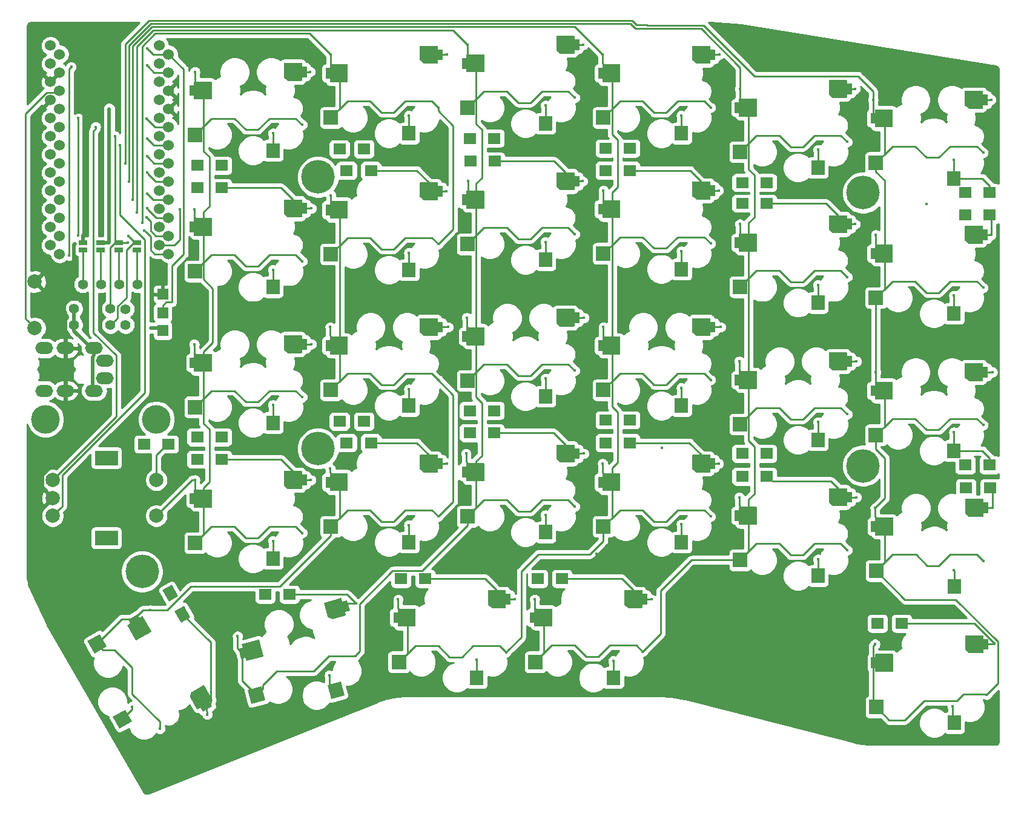
<source format=gbl>
G04 #@! TF.GenerationSoftware,KiCad,Pcbnew,(5.1.12-1-10_14)*
G04 #@! TF.CreationDate,2021-12-17T11:34:48+00:00*
G04 #@! TF.ProjectId,SofleKeyboard,536f666c-654b-4657-9962-6f6172642e6b,rev?*
G04 #@! TF.SameCoordinates,Original*
G04 #@! TF.FileFunction,Copper,L2,Bot*
G04 #@! TF.FilePolarity,Positive*
%FSLAX46Y46*%
G04 Gerber Fmt 4.6, Leading zero omitted, Abs format (unit mm)*
G04 Created by KiCad (PCBNEW (5.1.12-1-10_14)) date 2021-12-17 11:34:48*
%MOMM*%
%LPD*%
G01*
G04 APERTURE LIST*
G04 #@! TA.AperFunction,SMDPad,CuDef*
%ADD10C,0.100000*%
G04 #@! TD*
G04 #@! TA.AperFunction,SMDPad,CuDef*
%ADD11R,1.900000X2.000000*%
G04 #@! TD*
G04 #@! TA.AperFunction,SMDPad,CuDef*
%ADD12R,2.000000X2.000000*%
G04 #@! TD*
G04 #@! TA.AperFunction,ComponentPad*
%ADD13C,4.000000*%
G04 #@! TD*
G04 #@! TA.AperFunction,ComponentPad*
%ADD14C,1.397000*%
G04 #@! TD*
G04 #@! TA.AperFunction,ComponentPad*
%ADD15R,1.800000X1.500000*%
G04 #@! TD*
G04 #@! TA.AperFunction,ComponentPad*
%ADD16C,0.100000*%
G04 #@! TD*
G04 #@! TA.AperFunction,ComponentPad*
%ADD17C,2.000000*%
G04 #@! TD*
G04 #@! TA.AperFunction,SMDPad,CuDef*
%ADD18R,1.143000X0.635000*%
G04 #@! TD*
G04 #@! TA.AperFunction,ComponentPad*
%ADD19C,4.700000*%
G04 #@! TD*
G04 #@! TA.AperFunction,ComponentPad*
%ADD20R,3.200000X2.000000*%
G04 #@! TD*
G04 #@! TA.AperFunction,ComponentPad*
%ADD21R,1.524000X1.524000*%
G04 #@! TD*
G04 #@! TA.AperFunction,ComponentPad*
%ADD22O,2.500000X1.700000*%
G04 #@! TD*
G04 #@! TA.AperFunction,ComponentPad*
%ADD23C,1.524000*%
G04 #@! TD*
G04 #@! TA.AperFunction,ViaPad*
%ADD24C,0.400000*%
G04 #@! TD*
G04 #@! TA.AperFunction,Conductor*
%ADD25C,0.250000*%
G04 #@! TD*
G04 #@! TA.AperFunction,Conductor*
%ADD26C,0.500000*%
G04 #@! TD*
G04 #@! TA.AperFunction,Conductor*
%ADD27C,0.254000*%
G04 #@! TD*
G04 #@! TA.AperFunction,Conductor*
%ADD28C,0.100000*%
G04 #@! TD*
G04 APERTURE END LIST*
G04 #@! TA.AperFunction,SMDPad,CuDef*
D10*
G36*
X203509755Y-103150961D02*
G01*
X203519134Y-103153806D01*
X203527779Y-103158427D01*
X203535355Y-103164645D01*
X203541573Y-103172221D01*
X203546194Y-103180866D01*
X203549039Y-103190245D01*
X203550000Y-103200000D01*
X203550000Y-103650000D01*
X204250000Y-103650000D01*
X204250000Y-105150000D01*
X203550000Y-105150000D01*
X203550000Y-105600000D01*
X203549039Y-105609755D01*
X203546194Y-105619134D01*
X203541573Y-105627779D01*
X203535355Y-105635355D01*
X203527779Y-105641573D01*
X203519134Y-105646194D01*
X203509755Y-105649039D01*
X203500000Y-105650000D01*
X201600000Y-105650000D01*
X201590245Y-105649039D01*
X201580866Y-105646194D01*
X201568765Y-105639043D01*
X201068765Y-105239043D01*
X201061748Y-105232200D01*
X201056202Y-105224118D01*
X201052338Y-105215110D01*
X201050306Y-105205522D01*
X201050000Y-105200000D01*
X201050000Y-103200000D01*
X201050961Y-103190245D01*
X201053806Y-103180866D01*
X201058427Y-103172221D01*
X201064645Y-103164645D01*
X201072221Y-103158427D01*
X201080866Y-103153806D01*
X201090245Y-103150961D01*
X201100000Y-103150000D01*
X203500000Y-103150000D01*
X203509755Y-103150961D01*
G37*
G04 #@! TD.AperFunction*
G04 #@! TA.AperFunction,SMDPad,CuDef*
G36*
X190909755Y-105750961D02*
G01*
X190919134Y-105753806D01*
X190927779Y-105758427D01*
X190935355Y-105764645D01*
X190941573Y-105772221D01*
X190946194Y-105780866D01*
X190949039Y-105790245D01*
X190950000Y-105800000D01*
X190950000Y-108200000D01*
X190949039Y-108209755D01*
X190946194Y-108219134D01*
X190941573Y-108227779D01*
X190935355Y-108235355D01*
X190927779Y-108241573D01*
X190919134Y-108246194D01*
X190909755Y-108249039D01*
X190900000Y-108250000D01*
X188500000Y-108250000D01*
X188490245Y-108249039D01*
X188480866Y-108246194D01*
X188472221Y-108241573D01*
X188464645Y-108235355D01*
X188458427Y-108227779D01*
X188453806Y-108219134D01*
X188450961Y-108209755D01*
X188450000Y-108200000D01*
X188450000Y-107750000D01*
X187850000Y-107750000D01*
X187850000Y-106250000D01*
X188450000Y-106250000D01*
X188450000Y-105800000D01*
X188450961Y-105790245D01*
X188453806Y-105780866D01*
X188458427Y-105772221D01*
X188464645Y-105764645D01*
X188472221Y-105758427D01*
X188480866Y-105753806D01*
X188490245Y-105750961D01*
X188500000Y-105750000D01*
X190900000Y-105750000D01*
X190909755Y-105750961D01*
G37*
G04 #@! TD.AperFunction*
D11*
X199500000Y-115400000D03*
D12*
X188600000Y-113200000D03*
D13*
X107000000Y-93500000D03*
X91500000Y-93500000D03*
D14*
X104320000Y-74600000D03*
X101780000Y-74600000D03*
X99240000Y-74600000D03*
X96700000Y-74600000D03*
D15*
X163700000Y-115800000D03*
X160300000Y-115800000D03*
X144600000Y-115800000D03*
X141200000Y-115800000D03*
X125600000Y-118000000D03*
X122200000Y-118000000D03*
G04 #@! TA.AperFunction,ComponentPad*
D16*
G36*
X109550481Y-120367820D02*
G01*
X110849519Y-119617820D01*
X111749519Y-121176666D01*
X110450481Y-121926666D01*
X109550481Y-120367820D01*
G37*
G04 #@! TD.AperFunction*
G04 #@! TA.AperFunction,ComponentPad*
G36*
X107850481Y-117423334D02*
G01*
X109149519Y-116673334D01*
X110049519Y-118232180D01*
X108750481Y-118982180D01*
X107850481Y-117423334D01*
G37*
G04 #@! TD.AperFunction*
D15*
X108700000Y-97000000D03*
X105300000Y-97000000D03*
X223600000Y-103100000D03*
X220200000Y-103100000D03*
X192300000Y-101500000D03*
X188900000Y-101500000D03*
X173200000Y-96800000D03*
X169800000Y-96800000D03*
X154200000Y-95400000D03*
X150800000Y-95400000D03*
X137000000Y-96800000D03*
X133600000Y-96800000D03*
X116100000Y-99100000D03*
X112700000Y-99100000D03*
X223500000Y-99900000D03*
X220100000Y-99900000D03*
X192300000Y-98300000D03*
X188900000Y-98300000D03*
X173200000Y-93600000D03*
X169800000Y-93600000D03*
X154200000Y-92300000D03*
X150800000Y-92300000D03*
X136000000Y-93800000D03*
X132600000Y-93800000D03*
X116100000Y-96000000D03*
X112700000Y-96000000D03*
X223500000Y-64900000D03*
X220100000Y-64900000D03*
X192300000Y-63300000D03*
X188900000Y-63300000D03*
X173200000Y-58700000D03*
X169800000Y-58700000D03*
X154300000Y-57400000D03*
X150900000Y-57400000D03*
X137000000Y-58700000D03*
X133600000Y-58700000D03*
X116100000Y-61100000D03*
X112700000Y-61100000D03*
X223500000Y-61800000D03*
X220100000Y-61800000D03*
X192300000Y-60400000D03*
X188900000Y-60400000D03*
X173200000Y-55600000D03*
X169800000Y-55600000D03*
X154200000Y-54200000D03*
X150800000Y-54200000D03*
X136000000Y-55700000D03*
X132600000Y-55700000D03*
X116100000Y-58000000D03*
X112700000Y-58000000D03*
D17*
X90000000Y-80750000D03*
X90000000Y-74250000D03*
D18*
X96700000Y-68799620D03*
X96700000Y-69800380D03*
X99200000Y-68799620D03*
X99200000Y-69800380D03*
X101700000Y-68799620D03*
X101700000Y-69800380D03*
X104300000Y-68799620D03*
X104300000Y-69800380D03*
D14*
X100579272Y-80311965D03*
X95499272Y-80311965D03*
X100579272Y-78061965D03*
X95499272Y-78061965D03*
X102700000Y-78100000D03*
X102700000Y-80300000D03*
D19*
X205800000Y-100000000D03*
X129600000Y-97600000D03*
X129600000Y-59600000D03*
D15*
X211199200Y-122072400D03*
X207799200Y-122072400D03*
G04 #@! TA.AperFunction,SMDPad,CuDef*
D10*
G36*
X127309755Y-43650961D02*
G01*
X127319134Y-43653806D01*
X127327779Y-43658427D01*
X127335355Y-43664645D01*
X127341573Y-43672221D01*
X127346194Y-43680866D01*
X127349039Y-43690245D01*
X127350000Y-43700000D01*
X127350000Y-44150000D01*
X128050000Y-44150000D01*
X128050000Y-45650000D01*
X127350000Y-45650000D01*
X127350000Y-46100000D01*
X127349039Y-46109755D01*
X127346194Y-46119134D01*
X127341573Y-46127779D01*
X127335355Y-46135355D01*
X127327779Y-46141573D01*
X127319134Y-46146194D01*
X127309755Y-46149039D01*
X127300000Y-46150000D01*
X125400000Y-46150000D01*
X125390245Y-46149039D01*
X125380866Y-46146194D01*
X125368765Y-46139043D01*
X124868765Y-45739043D01*
X124861748Y-45732200D01*
X124856202Y-45724118D01*
X124852338Y-45715110D01*
X124850306Y-45705522D01*
X124850000Y-45700000D01*
X124850000Y-43700000D01*
X124850961Y-43690245D01*
X124853806Y-43680866D01*
X124858427Y-43672221D01*
X124864645Y-43664645D01*
X124872221Y-43658427D01*
X124880866Y-43653806D01*
X124890245Y-43650961D01*
X124900000Y-43650000D01*
X127300000Y-43650000D01*
X127309755Y-43650961D01*
G37*
G04 #@! TD.AperFunction*
G04 #@! TA.AperFunction,SMDPad,CuDef*
G36*
X114709755Y-46250961D02*
G01*
X114719134Y-46253806D01*
X114727779Y-46258427D01*
X114735355Y-46264645D01*
X114741573Y-46272221D01*
X114746194Y-46280866D01*
X114749039Y-46290245D01*
X114750000Y-46300000D01*
X114750000Y-48700000D01*
X114749039Y-48709755D01*
X114746194Y-48719134D01*
X114741573Y-48727779D01*
X114735355Y-48735355D01*
X114727779Y-48741573D01*
X114719134Y-48746194D01*
X114709755Y-48749039D01*
X114700000Y-48750000D01*
X112300000Y-48750000D01*
X112290245Y-48749039D01*
X112280866Y-48746194D01*
X112272221Y-48741573D01*
X112264645Y-48735355D01*
X112258427Y-48727779D01*
X112253806Y-48719134D01*
X112250961Y-48709755D01*
X112250000Y-48700000D01*
X112250000Y-48250000D01*
X111650000Y-48250000D01*
X111650000Y-46750000D01*
X112250000Y-46750000D01*
X112250000Y-46300000D01*
X112250961Y-46290245D01*
X112253806Y-46280866D01*
X112258427Y-46272221D01*
X112264645Y-46264645D01*
X112272221Y-46258427D01*
X112280866Y-46253806D01*
X112290245Y-46250961D01*
X112300000Y-46250000D01*
X114700000Y-46250000D01*
X114709755Y-46250961D01*
G37*
G04 #@! TD.AperFunction*
D11*
X123300000Y-55900000D03*
D12*
X112400000Y-53700000D03*
G04 #@! TA.AperFunction,SMDPad,CuDef*
D10*
G36*
X146309755Y-41250961D02*
G01*
X146319134Y-41253806D01*
X146327779Y-41258427D01*
X146335355Y-41264645D01*
X146341573Y-41272221D01*
X146346194Y-41280866D01*
X146349039Y-41290245D01*
X146350000Y-41300000D01*
X146350000Y-41750000D01*
X147050000Y-41750000D01*
X147050000Y-43250000D01*
X146350000Y-43250000D01*
X146350000Y-43700000D01*
X146349039Y-43709755D01*
X146346194Y-43719134D01*
X146341573Y-43727779D01*
X146335355Y-43735355D01*
X146327779Y-43741573D01*
X146319134Y-43746194D01*
X146309755Y-43749039D01*
X146300000Y-43750000D01*
X144400000Y-43750000D01*
X144390245Y-43749039D01*
X144380866Y-43746194D01*
X144368765Y-43739043D01*
X143868765Y-43339043D01*
X143861748Y-43332200D01*
X143856202Y-43324118D01*
X143852338Y-43315110D01*
X143850306Y-43305522D01*
X143850000Y-43300000D01*
X143850000Y-41300000D01*
X143850961Y-41290245D01*
X143853806Y-41280866D01*
X143858427Y-41272221D01*
X143864645Y-41264645D01*
X143872221Y-41258427D01*
X143880866Y-41253806D01*
X143890245Y-41250961D01*
X143900000Y-41250000D01*
X146300000Y-41250000D01*
X146309755Y-41250961D01*
G37*
G04 #@! TD.AperFunction*
G04 #@! TA.AperFunction,SMDPad,CuDef*
G36*
X133709755Y-43850961D02*
G01*
X133719134Y-43853806D01*
X133727779Y-43858427D01*
X133735355Y-43864645D01*
X133741573Y-43872221D01*
X133746194Y-43880866D01*
X133749039Y-43890245D01*
X133750000Y-43900000D01*
X133750000Y-46300000D01*
X133749039Y-46309755D01*
X133746194Y-46319134D01*
X133741573Y-46327779D01*
X133735355Y-46335355D01*
X133727779Y-46341573D01*
X133719134Y-46346194D01*
X133709755Y-46349039D01*
X133700000Y-46350000D01*
X131300000Y-46350000D01*
X131290245Y-46349039D01*
X131280866Y-46346194D01*
X131272221Y-46341573D01*
X131264645Y-46335355D01*
X131258427Y-46327779D01*
X131253806Y-46319134D01*
X131250961Y-46309755D01*
X131250000Y-46300000D01*
X131250000Y-45850000D01*
X130650000Y-45850000D01*
X130650000Y-44350000D01*
X131250000Y-44350000D01*
X131250000Y-43900000D01*
X131250961Y-43890245D01*
X131253806Y-43880866D01*
X131258427Y-43872221D01*
X131264645Y-43864645D01*
X131272221Y-43858427D01*
X131280866Y-43853806D01*
X131290245Y-43850961D01*
X131300000Y-43850000D01*
X133700000Y-43850000D01*
X133709755Y-43850961D01*
G37*
G04 #@! TD.AperFunction*
D11*
X142300000Y-53500000D03*
D12*
X131400000Y-51300000D03*
G04 #@! TA.AperFunction,SMDPad,CuDef*
D10*
G36*
X165409755Y-39860961D02*
G01*
X165419134Y-39863806D01*
X165427779Y-39868427D01*
X165435355Y-39874645D01*
X165441573Y-39882221D01*
X165446194Y-39890866D01*
X165449039Y-39900245D01*
X165450000Y-39910000D01*
X165450000Y-40360000D01*
X166150000Y-40360000D01*
X166150000Y-41860000D01*
X165450000Y-41860000D01*
X165450000Y-42310000D01*
X165449039Y-42319755D01*
X165446194Y-42329134D01*
X165441573Y-42337779D01*
X165435355Y-42345355D01*
X165427779Y-42351573D01*
X165419134Y-42356194D01*
X165409755Y-42359039D01*
X165400000Y-42360000D01*
X163500000Y-42360000D01*
X163490245Y-42359039D01*
X163480866Y-42356194D01*
X163468765Y-42349043D01*
X162968765Y-41949043D01*
X162961748Y-41942200D01*
X162956202Y-41934118D01*
X162952338Y-41925110D01*
X162950306Y-41915522D01*
X162950000Y-41910000D01*
X162950000Y-39910000D01*
X162950961Y-39900245D01*
X162953806Y-39890866D01*
X162958427Y-39882221D01*
X162964645Y-39874645D01*
X162972221Y-39868427D01*
X162980866Y-39863806D01*
X162990245Y-39860961D01*
X163000000Y-39860000D01*
X165400000Y-39860000D01*
X165409755Y-39860961D01*
G37*
G04 #@! TD.AperFunction*
G04 #@! TA.AperFunction,SMDPad,CuDef*
G36*
X152809755Y-42460961D02*
G01*
X152819134Y-42463806D01*
X152827779Y-42468427D01*
X152835355Y-42474645D01*
X152841573Y-42482221D01*
X152846194Y-42490866D01*
X152849039Y-42500245D01*
X152850000Y-42510000D01*
X152850000Y-44910000D01*
X152849039Y-44919755D01*
X152846194Y-44929134D01*
X152841573Y-44937779D01*
X152835355Y-44945355D01*
X152827779Y-44951573D01*
X152819134Y-44956194D01*
X152809755Y-44959039D01*
X152800000Y-44960000D01*
X150400000Y-44960000D01*
X150390245Y-44959039D01*
X150380866Y-44956194D01*
X150372221Y-44951573D01*
X150364645Y-44945355D01*
X150358427Y-44937779D01*
X150353806Y-44929134D01*
X150350961Y-44919755D01*
X150350000Y-44910000D01*
X150350000Y-44460000D01*
X149750000Y-44460000D01*
X149750000Y-42960000D01*
X150350000Y-42960000D01*
X150350000Y-42510000D01*
X150350961Y-42500245D01*
X150353806Y-42490866D01*
X150358427Y-42482221D01*
X150364645Y-42474645D01*
X150372221Y-42468427D01*
X150380866Y-42463806D01*
X150390245Y-42460961D01*
X150400000Y-42460000D01*
X152800000Y-42460000D01*
X152809755Y-42460961D01*
G37*
G04 #@! TD.AperFunction*
D11*
X161400000Y-52110000D03*
D12*
X150500000Y-49910000D03*
G04 #@! TA.AperFunction,SMDPad,CuDef*
D10*
G36*
X184409755Y-41250961D02*
G01*
X184419134Y-41253806D01*
X184427779Y-41258427D01*
X184435355Y-41264645D01*
X184441573Y-41272221D01*
X184446194Y-41280866D01*
X184449039Y-41290245D01*
X184450000Y-41300000D01*
X184450000Y-41750000D01*
X185150000Y-41750000D01*
X185150000Y-43250000D01*
X184450000Y-43250000D01*
X184450000Y-43700000D01*
X184449039Y-43709755D01*
X184446194Y-43719134D01*
X184441573Y-43727779D01*
X184435355Y-43735355D01*
X184427779Y-43741573D01*
X184419134Y-43746194D01*
X184409755Y-43749039D01*
X184400000Y-43750000D01*
X182500000Y-43750000D01*
X182490245Y-43749039D01*
X182480866Y-43746194D01*
X182468765Y-43739043D01*
X181968765Y-43339043D01*
X181961748Y-43332200D01*
X181956202Y-43324118D01*
X181952338Y-43315110D01*
X181950306Y-43305522D01*
X181950000Y-43300000D01*
X181950000Y-41300000D01*
X181950961Y-41290245D01*
X181953806Y-41280866D01*
X181958427Y-41272221D01*
X181964645Y-41264645D01*
X181972221Y-41258427D01*
X181980866Y-41253806D01*
X181990245Y-41250961D01*
X182000000Y-41250000D01*
X184400000Y-41250000D01*
X184409755Y-41250961D01*
G37*
G04 #@! TD.AperFunction*
G04 #@! TA.AperFunction,SMDPad,CuDef*
G36*
X171809755Y-43850961D02*
G01*
X171819134Y-43853806D01*
X171827779Y-43858427D01*
X171835355Y-43864645D01*
X171841573Y-43872221D01*
X171846194Y-43880866D01*
X171849039Y-43890245D01*
X171850000Y-43900000D01*
X171850000Y-46300000D01*
X171849039Y-46309755D01*
X171846194Y-46319134D01*
X171841573Y-46327779D01*
X171835355Y-46335355D01*
X171827779Y-46341573D01*
X171819134Y-46346194D01*
X171809755Y-46349039D01*
X171800000Y-46350000D01*
X169400000Y-46350000D01*
X169390245Y-46349039D01*
X169380866Y-46346194D01*
X169372221Y-46341573D01*
X169364645Y-46335355D01*
X169358427Y-46327779D01*
X169353806Y-46319134D01*
X169350961Y-46309755D01*
X169350000Y-46300000D01*
X169350000Y-45850000D01*
X168750000Y-45850000D01*
X168750000Y-44350000D01*
X169350000Y-44350000D01*
X169350000Y-43900000D01*
X169350961Y-43890245D01*
X169353806Y-43880866D01*
X169358427Y-43872221D01*
X169364645Y-43864645D01*
X169372221Y-43858427D01*
X169380866Y-43853806D01*
X169390245Y-43850961D01*
X169400000Y-43850000D01*
X171800000Y-43850000D01*
X171809755Y-43850961D01*
G37*
G04 #@! TD.AperFunction*
D11*
X180400000Y-53500000D03*
D12*
X169500000Y-51300000D03*
G04 #@! TA.AperFunction,SMDPad,CuDef*
D10*
G36*
X203509755Y-46050961D02*
G01*
X203519134Y-46053806D01*
X203527779Y-46058427D01*
X203535355Y-46064645D01*
X203541573Y-46072221D01*
X203546194Y-46080866D01*
X203549039Y-46090245D01*
X203550000Y-46100000D01*
X203550000Y-46550000D01*
X204250000Y-46550000D01*
X204250000Y-48050000D01*
X203550000Y-48050000D01*
X203550000Y-48500000D01*
X203549039Y-48509755D01*
X203546194Y-48519134D01*
X203541573Y-48527779D01*
X203535355Y-48535355D01*
X203527779Y-48541573D01*
X203519134Y-48546194D01*
X203509755Y-48549039D01*
X203500000Y-48550000D01*
X201600000Y-48550000D01*
X201590245Y-48549039D01*
X201580866Y-48546194D01*
X201568765Y-48539043D01*
X201068765Y-48139043D01*
X201061748Y-48132200D01*
X201056202Y-48124118D01*
X201052338Y-48115110D01*
X201050306Y-48105522D01*
X201050000Y-48100000D01*
X201050000Y-46100000D01*
X201050961Y-46090245D01*
X201053806Y-46080866D01*
X201058427Y-46072221D01*
X201064645Y-46064645D01*
X201072221Y-46058427D01*
X201080866Y-46053806D01*
X201090245Y-46050961D01*
X201100000Y-46050000D01*
X203500000Y-46050000D01*
X203509755Y-46050961D01*
G37*
G04 #@! TD.AperFunction*
G04 #@! TA.AperFunction,SMDPad,CuDef*
G36*
X190909755Y-48650961D02*
G01*
X190919134Y-48653806D01*
X190927779Y-48658427D01*
X190935355Y-48664645D01*
X190941573Y-48672221D01*
X190946194Y-48680866D01*
X190949039Y-48690245D01*
X190950000Y-48700000D01*
X190950000Y-51100000D01*
X190949039Y-51109755D01*
X190946194Y-51119134D01*
X190941573Y-51127779D01*
X190935355Y-51135355D01*
X190927779Y-51141573D01*
X190919134Y-51146194D01*
X190909755Y-51149039D01*
X190900000Y-51150000D01*
X188500000Y-51150000D01*
X188490245Y-51149039D01*
X188480866Y-51146194D01*
X188472221Y-51141573D01*
X188464645Y-51135355D01*
X188458427Y-51127779D01*
X188453806Y-51119134D01*
X188450961Y-51109755D01*
X188450000Y-51100000D01*
X188450000Y-50650000D01*
X187850000Y-50650000D01*
X187850000Y-49150000D01*
X188450000Y-49150000D01*
X188450000Y-48700000D01*
X188450961Y-48690245D01*
X188453806Y-48680866D01*
X188458427Y-48672221D01*
X188464645Y-48664645D01*
X188472221Y-48658427D01*
X188480866Y-48653806D01*
X188490245Y-48650961D01*
X188500000Y-48650000D01*
X190900000Y-48650000D01*
X190909755Y-48650961D01*
G37*
G04 #@! TD.AperFunction*
D11*
X199500000Y-58300000D03*
D12*
X188600000Y-56100000D03*
G04 #@! TA.AperFunction,SMDPad,CuDef*
D10*
G36*
X222509755Y-47550961D02*
G01*
X222519134Y-47553806D01*
X222527779Y-47558427D01*
X222535355Y-47564645D01*
X222541573Y-47572221D01*
X222546194Y-47580866D01*
X222549039Y-47590245D01*
X222550000Y-47600000D01*
X222550000Y-48050000D01*
X223250000Y-48050000D01*
X223250000Y-49550000D01*
X222550000Y-49550000D01*
X222550000Y-50000000D01*
X222549039Y-50009755D01*
X222546194Y-50019134D01*
X222541573Y-50027779D01*
X222535355Y-50035355D01*
X222527779Y-50041573D01*
X222519134Y-50046194D01*
X222509755Y-50049039D01*
X222500000Y-50050000D01*
X220600000Y-50050000D01*
X220590245Y-50049039D01*
X220580866Y-50046194D01*
X220568765Y-50039043D01*
X220068765Y-49639043D01*
X220061748Y-49632200D01*
X220056202Y-49624118D01*
X220052338Y-49615110D01*
X220050306Y-49605522D01*
X220050000Y-49600000D01*
X220050000Y-47600000D01*
X220050961Y-47590245D01*
X220053806Y-47580866D01*
X220058427Y-47572221D01*
X220064645Y-47564645D01*
X220072221Y-47558427D01*
X220080866Y-47553806D01*
X220090245Y-47550961D01*
X220100000Y-47550000D01*
X222500000Y-47550000D01*
X222509755Y-47550961D01*
G37*
G04 #@! TD.AperFunction*
G04 #@! TA.AperFunction,SMDPad,CuDef*
G36*
X209909755Y-50150961D02*
G01*
X209919134Y-50153806D01*
X209927779Y-50158427D01*
X209935355Y-50164645D01*
X209941573Y-50172221D01*
X209946194Y-50180866D01*
X209949039Y-50190245D01*
X209950000Y-50200000D01*
X209950000Y-52600000D01*
X209949039Y-52609755D01*
X209946194Y-52619134D01*
X209941573Y-52627779D01*
X209935355Y-52635355D01*
X209927779Y-52641573D01*
X209919134Y-52646194D01*
X209909755Y-52649039D01*
X209900000Y-52650000D01*
X207500000Y-52650000D01*
X207490245Y-52649039D01*
X207480866Y-52646194D01*
X207472221Y-52641573D01*
X207464645Y-52635355D01*
X207458427Y-52627779D01*
X207453806Y-52619134D01*
X207450961Y-52609755D01*
X207450000Y-52600000D01*
X207450000Y-52150000D01*
X206850000Y-52150000D01*
X206850000Y-50650000D01*
X207450000Y-50650000D01*
X207450000Y-50200000D01*
X207450961Y-50190245D01*
X207453806Y-50180866D01*
X207458427Y-50172221D01*
X207464645Y-50164645D01*
X207472221Y-50158427D01*
X207480866Y-50153806D01*
X207490245Y-50150961D01*
X207500000Y-50150000D01*
X209900000Y-50150000D01*
X209909755Y-50150961D01*
G37*
G04 #@! TD.AperFunction*
D11*
X218500000Y-59800000D03*
D12*
X207600000Y-57600000D03*
G04 #@! TA.AperFunction,SMDPad,CuDef*
D10*
G36*
X127309755Y-62750961D02*
G01*
X127319134Y-62753806D01*
X127327779Y-62758427D01*
X127335355Y-62764645D01*
X127341573Y-62772221D01*
X127346194Y-62780866D01*
X127349039Y-62790245D01*
X127350000Y-62800000D01*
X127350000Y-63250000D01*
X128050000Y-63250000D01*
X128050000Y-64750000D01*
X127350000Y-64750000D01*
X127350000Y-65200000D01*
X127349039Y-65209755D01*
X127346194Y-65219134D01*
X127341573Y-65227779D01*
X127335355Y-65235355D01*
X127327779Y-65241573D01*
X127319134Y-65246194D01*
X127309755Y-65249039D01*
X127300000Y-65250000D01*
X125400000Y-65250000D01*
X125390245Y-65249039D01*
X125380866Y-65246194D01*
X125368765Y-65239043D01*
X124868765Y-64839043D01*
X124861748Y-64832200D01*
X124856202Y-64824118D01*
X124852338Y-64815110D01*
X124850306Y-64805522D01*
X124850000Y-64800000D01*
X124850000Y-62800000D01*
X124850961Y-62790245D01*
X124853806Y-62780866D01*
X124858427Y-62772221D01*
X124864645Y-62764645D01*
X124872221Y-62758427D01*
X124880866Y-62753806D01*
X124890245Y-62750961D01*
X124900000Y-62750000D01*
X127300000Y-62750000D01*
X127309755Y-62750961D01*
G37*
G04 #@! TD.AperFunction*
G04 #@! TA.AperFunction,SMDPad,CuDef*
G36*
X114709755Y-65350961D02*
G01*
X114719134Y-65353806D01*
X114727779Y-65358427D01*
X114735355Y-65364645D01*
X114741573Y-65372221D01*
X114746194Y-65380866D01*
X114749039Y-65390245D01*
X114750000Y-65400000D01*
X114750000Y-67800000D01*
X114749039Y-67809755D01*
X114746194Y-67819134D01*
X114741573Y-67827779D01*
X114735355Y-67835355D01*
X114727779Y-67841573D01*
X114719134Y-67846194D01*
X114709755Y-67849039D01*
X114700000Y-67850000D01*
X112300000Y-67850000D01*
X112290245Y-67849039D01*
X112280866Y-67846194D01*
X112272221Y-67841573D01*
X112264645Y-67835355D01*
X112258427Y-67827779D01*
X112253806Y-67819134D01*
X112250961Y-67809755D01*
X112250000Y-67800000D01*
X112250000Y-67350000D01*
X111650000Y-67350000D01*
X111650000Y-65850000D01*
X112250000Y-65850000D01*
X112250000Y-65400000D01*
X112250961Y-65390245D01*
X112253806Y-65380866D01*
X112258427Y-65372221D01*
X112264645Y-65364645D01*
X112272221Y-65358427D01*
X112280866Y-65353806D01*
X112290245Y-65350961D01*
X112300000Y-65350000D01*
X114700000Y-65350000D01*
X114709755Y-65350961D01*
G37*
G04 #@! TD.AperFunction*
D11*
X123300000Y-75000000D03*
D12*
X112400000Y-72800000D03*
G04 #@! TA.AperFunction,SMDPad,CuDef*
D10*
G36*
X146309755Y-60350961D02*
G01*
X146319134Y-60353806D01*
X146327779Y-60358427D01*
X146335355Y-60364645D01*
X146341573Y-60372221D01*
X146346194Y-60380866D01*
X146349039Y-60390245D01*
X146350000Y-60400000D01*
X146350000Y-60850000D01*
X147050000Y-60850000D01*
X147050000Y-62350000D01*
X146350000Y-62350000D01*
X146350000Y-62800000D01*
X146349039Y-62809755D01*
X146346194Y-62819134D01*
X146341573Y-62827779D01*
X146335355Y-62835355D01*
X146327779Y-62841573D01*
X146319134Y-62846194D01*
X146309755Y-62849039D01*
X146300000Y-62850000D01*
X144400000Y-62850000D01*
X144390245Y-62849039D01*
X144380866Y-62846194D01*
X144368765Y-62839043D01*
X143868765Y-62439043D01*
X143861748Y-62432200D01*
X143856202Y-62424118D01*
X143852338Y-62415110D01*
X143850306Y-62405522D01*
X143850000Y-62400000D01*
X143850000Y-60400000D01*
X143850961Y-60390245D01*
X143853806Y-60380866D01*
X143858427Y-60372221D01*
X143864645Y-60364645D01*
X143872221Y-60358427D01*
X143880866Y-60353806D01*
X143890245Y-60350961D01*
X143900000Y-60350000D01*
X146300000Y-60350000D01*
X146309755Y-60350961D01*
G37*
G04 #@! TD.AperFunction*
G04 #@! TA.AperFunction,SMDPad,CuDef*
G36*
X133709755Y-62950961D02*
G01*
X133719134Y-62953806D01*
X133727779Y-62958427D01*
X133735355Y-62964645D01*
X133741573Y-62972221D01*
X133746194Y-62980866D01*
X133749039Y-62990245D01*
X133750000Y-63000000D01*
X133750000Y-65400000D01*
X133749039Y-65409755D01*
X133746194Y-65419134D01*
X133741573Y-65427779D01*
X133735355Y-65435355D01*
X133727779Y-65441573D01*
X133719134Y-65446194D01*
X133709755Y-65449039D01*
X133700000Y-65450000D01*
X131300000Y-65450000D01*
X131290245Y-65449039D01*
X131280866Y-65446194D01*
X131272221Y-65441573D01*
X131264645Y-65435355D01*
X131258427Y-65427779D01*
X131253806Y-65419134D01*
X131250961Y-65409755D01*
X131250000Y-65400000D01*
X131250000Y-64950000D01*
X130650000Y-64950000D01*
X130650000Y-63450000D01*
X131250000Y-63450000D01*
X131250000Y-63000000D01*
X131250961Y-62990245D01*
X131253806Y-62980866D01*
X131258427Y-62972221D01*
X131264645Y-62964645D01*
X131272221Y-62958427D01*
X131280866Y-62953806D01*
X131290245Y-62950961D01*
X131300000Y-62950000D01*
X133700000Y-62950000D01*
X133709755Y-62950961D01*
G37*
G04 #@! TD.AperFunction*
D11*
X142300000Y-72600000D03*
D12*
X131400000Y-70400000D03*
G04 #@! TA.AperFunction,SMDPad,CuDef*
D10*
G36*
X165409755Y-58950961D02*
G01*
X165419134Y-58953806D01*
X165427779Y-58958427D01*
X165435355Y-58964645D01*
X165441573Y-58972221D01*
X165446194Y-58980866D01*
X165449039Y-58990245D01*
X165450000Y-59000000D01*
X165450000Y-59450000D01*
X166150000Y-59450000D01*
X166150000Y-60950000D01*
X165450000Y-60950000D01*
X165450000Y-61400000D01*
X165449039Y-61409755D01*
X165446194Y-61419134D01*
X165441573Y-61427779D01*
X165435355Y-61435355D01*
X165427779Y-61441573D01*
X165419134Y-61446194D01*
X165409755Y-61449039D01*
X165400000Y-61450000D01*
X163500000Y-61450000D01*
X163490245Y-61449039D01*
X163480866Y-61446194D01*
X163468765Y-61439043D01*
X162968765Y-61039043D01*
X162961748Y-61032200D01*
X162956202Y-61024118D01*
X162952338Y-61015110D01*
X162950306Y-61005522D01*
X162950000Y-61000000D01*
X162950000Y-59000000D01*
X162950961Y-58990245D01*
X162953806Y-58980866D01*
X162958427Y-58972221D01*
X162964645Y-58964645D01*
X162972221Y-58958427D01*
X162980866Y-58953806D01*
X162990245Y-58950961D01*
X163000000Y-58950000D01*
X165400000Y-58950000D01*
X165409755Y-58950961D01*
G37*
G04 #@! TD.AperFunction*
G04 #@! TA.AperFunction,SMDPad,CuDef*
G36*
X152809755Y-61550961D02*
G01*
X152819134Y-61553806D01*
X152827779Y-61558427D01*
X152835355Y-61564645D01*
X152841573Y-61572221D01*
X152846194Y-61580866D01*
X152849039Y-61590245D01*
X152850000Y-61600000D01*
X152850000Y-64000000D01*
X152849039Y-64009755D01*
X152846194Y-64019134D01*
X152841573Y-64027779D01*
X152835355Y-64035355D01*
X152827779Y-64041573D01*
X152819134Y-64046194D01*
X152809755Y-64049039D01*
X152800000Y-64050000D01*
X150400000Y-64050000D01*
X150390245Y-64049039D01*
X150380866Y-64046194D01*
X150372221Y-64041573D01*
X150364645Y-64035355D01*
X150358427Y-64027779D01*
X150353806Y-64019134D01*
X150350961Y-64009755D01*
X150350000Y-64000000D01*
X150350000Y-63550000D01*
X149750000Y-63550000D01*
X149750000Y-62050000D01*
X150350000Y-62050000D01*
X150350000Y-61600000D01*
X150350961Y-61590245D01*
X150353806Y-61580866D01*
X150358427Y-61572221D01*
X150364645Y-61564645D01*
X150372221Y-61558427D01*
X150380866Y-61553806D01*
X150390245Y-61550961D01*
X150400000Y-61550000D01*
X152800000Y-61550000D01*
X152809755Y-61550961D01*
G37*
G04 #@! TD.AperFunction*
D11*
X161400000Y-71200000D03*
D12*
X150500000Y-69000000D03*
G04 #@! TA.AperFunction,SMDPad,CuDef*
D10*
G36*
X184409755Y-60250961D02*
G01*
X184419134Y-60253806D01*
X184427779Y-60258427D01*
X184435355Y-60264645D01*
X184441573Y-60272221D01*
X184446194Y-60280866D01*
X184449039Y-60290245D01*
X184450000Y-60300000D01*
X184450000Y-60750000D01*
X185150000Y-60750000D01*
X185150000Y-62250000D01*
X184450000Y-62250000D01*
X184450000Y-62700000D01*
X184449039Y-62709755D01*
X184446194Y-62719134D01*
X184441573Y-62727779D01*
X184435355Y-62735355D01*
X184427779Y-62741573D01*
X184419134Y-62746194D01*
X184409755Y-62749039D01*
X184400000Y-62750000D01*
X182500000Y-62750000D01*
X182490245Y-62749039D01*
X182480866Y-62746194D01*
X182468765Y-62739043D01*
X181968765Y-62339043D01*
X181961748Y-62332200D01*
X181956202Y-62324118D01*
X181952338Y-62315110D01*
X181950306Y-62305522D01*
X181950000Y-62300000D01*
X181950000Y-60300000D01*
X181950961Y-60290245D01*
X181953806Y-60280866D01*
X181958427Y-60272221D01*
X181964645Y-60264645D01*
X181972221Y-60258427D01*
X181980866Y-60253806D01*
X181990245Y-60250961D01*
X182000000Y-60250000D01*
X184400000Y-60250000D01*
X184409755Y-60250961D01*
G37*
G04 #@! TD.AperFunction*
G04 #@! TA.AperFunction,SMDPad,CuDef*
G36*
X171809755Y-62850961D02*
G01*
X171819134Y-62853806D01*
X171827779Y-62858427D01*
X171835355Y-62864645D01*
X171841573Y-62872221D01*
X171846194Y-62880866D01*
X171849039Y-62890245D01*
X171850000Y-62900000D01*
X171850000Y-65300000D01*
X171849039Y-65309755D01*
X171846194Y-65319134D01*
X171841573Y-65327779D01*
X171835355Y-65335355D01*
X171827779Y-65341573D01*
X171819134Y-65346194D01*
X171809755Y-65349039D01*
X171800000Y-65350000D01*
X169400000Y-65350000D01*
X169390245Y-65349039D01*
X169380866Y-65346194D01*
X169372221Y-65341573D01*
X169364645Y-65335355D01*
X169358427Y-65327779D01*
X169353806Y-65319134D01*
X169350961Y-65309755D01*
X169350000Y-65300000D01*
X169350000Y-64850000D01*
X168750000Y-64850000D01*
X168750000Y-63350000D01*
X169350000Y-63350000D01*
X169350000Y-62900000D01*
X169350961Y-62890245D01*
X169353806Y-62880866D01*
X169358427Y-62872221D01*
X169364645Y-62864645D01*
X169372221Y-62858427D01*
X169380866Y-62853806D01*
X169390245Y-62850961D01*
X169400000Y-62850000D01*
X171800000Y-62850000D01*
X171809755Y-62850961D01*
G37*
G04 #@! TD.AperFunction*
D11*
X180400000Y-72500000D03*
D12*
X169500000Y-70300000D03*
G04 #@! TA.AperFunction,SMDPad,CuDef*
D10*
G36*
X203509755Y-64950961D02*
G01*
X203519134Y-64953806D01*
X203527779Y-64958427D01*
X203535355Y-64964645D01*
X203541573Y-64972221D01*
X203546194Y-64980866D01*
X203549039Y-64990245D01*
X203550000Y-65000000D01*
X203550000Y-65450000D01*
X204250000Y-65450000D01*
X204250000Y-66950000D01*
X203550000Y-66950000D01*
X203550000Y-67400000D01*
X203549039Y-67409755D01*
X203546194Y-67419134D01*
X203541573Y-67427779D01*
X203535355Y-67435355D01*
X203527779Y-67441573D01*
X203519134Y-67446194D01*
X203509755Y-67449039D01*
X203500000Y-67450000D01*
X201600000Y-67450000D01*
X201590245Y-67449039D01*
X201580866Y-67446194D01*
X201568765Y-67439043D01*
X201068765Y-67039043D01*
X201061748Y-67032200D01*
X201056202Y-67024118D01*
X201052338Y-67015110D01*
X201050306Y-67005522D01*
X201050000Y-67000000D01*
X201050000Y-65000000D01*
X201050961Y-64990245D01*
X201053806Y-64980866D01*
X201058427Y-64972221D01*
X201064645Y-64964645D01*
X201072221Y-64958427D01*
X201080866Y-64953806D01*
X201090245Y-64950961D01*
X201100000Y-64950000D01*
X203500000Y-64950000D01*
X203509755Y-64950961D01*
G37*
G04 #@! TD.AperFunction*
G04 #@! TA.AperFunction,SMDPad,CuDef*
G36*
X190909755Y-67550961D02*
G01*
X190919134Y-67553806D01*
X190927779Y-67558427D01*
X190935355Y-67564645D01*
X190941573Y-67572221D01*
X190946194Y-67580866D01*
X190949039Y-67590245D01*
X190950000Y-67600000D01*
X190950000Y-70000000D01*
X190949039Y-70009755D01*
X190946194Y-70019134D01*
X190941573Y-70027779D01*
X190935355Y-70035355D01*
X190927779Y-70041573D01*
X190919134Y-70046194D01*
X190909755Y-70049039D01*
X190900000Y-70050000D01*
X188500000Y-70050000D01*
X188490245Y-70049039D01*
X188480866Y-70046194D01*
X188472221Y-70041573D01*
X188464645Y-70035355D01*
X188458427Y-70027779D01*
X188453806Y-70019134D01*
X188450961Y-70009755D01*
X188450000Y-70000000D01*
X188450000Y-69550000D01*
X187850000Y-69550000D01*
X187850000Y-68050000D01*
X188450000Y-68050000D01*
X188450000Y-67600000D01*
X188450961Y-67590245D01*
X188453806Y-67580866D01*
X188458427Y-67572221D01*
X188464645Y-67564645D01*
X188472221Y-67558427D01*
X188480866Y-67553806D01*
X188490245Y-67550961D01*
X188500000Y-67550000D01*
X190900000Y-67550000D01*
X190909755Y-67550961D01*
G37*
G04 #@! TD.AperFunction*
D11*
X199500000Y-77200000D03*
D12*
X188600000Y-75000000D03*
G04 #@! TA.AperFunction,SMDPad,CuDef*
D10*
G36*
X222509755Y-66450961D02*
G01*
X222519134Y-66453806D01*
X222527779Y-66458427D01*
X222535355Y-66464645D01*
X222541573Y-66472221D01*
X222546194Y-66480866D01*
X222549039Y-66490245D01*
X222550000Y-66500000D01*
X222550000Y-66950000D01*
X223250000Y-66950000D01*
X223250000Y-68450000D01*
X222550000Y-68450000D01*
X222550000Y-68900000D01*
X222549039Y-68909755D01*
X222546194Y-68919134D01*
X222541573Y-68927779D01*
X222535355Y-68935355D01*
X222527779Y-68941573D01*
X222519134Y-68946194D01*
X222509755Y-68949039D01*
X222500000Y-68950000D01*
X220600000Y-68950000D01*
X220590245Y-68949039D01*
X220580866Y-68946194D01*
X220568765Y-68939043D01*
X220068765Y-68539043D01*
X220061748Y-68532200D01*
X220056202Y-68524118D01*
X220052338Y-68515110D01*
X220050306Y-68505522D01*
X220050000Y-68500000D01*
X220050000Y-66500000D01*
X220050961Y-66490245D01*
X220053806Y-66480866D01*
X220058427Y-66472221D01*
X220064645Y-66464645D01*
X220072221Y-66458427D01*
X220080866Y-66453806D01*
X220090245Y-66450961D01*
X220100000Y-66450000D01*
X222500000Y-66450000D01*
X222509755Y-66450961D01*
G37*
G04 #@! TD.AperFunction*
G04 #@! TA.AperFunction,SMDPad,CuDef*
G36*
X209909755Y-69050961D02*
G01*
X209919134Y-69053806D01*
X209927779Y-69058427D01*
X209935355Y-69064645D01*
X209941573Y-69072221D01*
X209946194Y-69080866D01*
X209949039Y-69090245D01*
X209950000Y-69100000D01*
X209950000Y-71500000D01*
X209949039Y-71509755D01*
X209946194Y-71519134D01*
X209941573Y-71527779D01*
X209935355Y-71535355D01*
X209927779Y-71541573D01*
X209919134Y-71546194D01*
X209909755Y-71549039D01*
X209900000Y-71550000D01*
X207500000Y-71550000D01*
X207490245Y-71549039D01*
X207480866Y-71546194D01*
X207472221Y-71541573D01*
X207464645Y-71535355D01*
X207458427Y-71527779D01*
X207453806Y-71519134D01*
X207450961Y-71509755D01*
X207450000Y-71500000D01*
X207450000Y-71050000D01*
X206850000Y-71050000D01*
X206850000Y-69550000D01*
X207450000Y-69550000D01*
X207450000Y-69100000D01*
X207450961Y-69090245D01*
X207453806Y-69080866D01*
X207458427Y-69072221D01*
X207464645Y-69064645D01*
X207472221Y-69058427D01*
X207480866Y-69053806D01*
X207490245Y-69050961D01*
X207500000Y-69050000D01*
X209900000Y-69050000D01*
X209909755Y-69050961D01*
G37*
G04 #@! TD.AperFunction*
D11*
X218500000Y-78700000D03*
D12*
X207600000Y-76500000D03*
G04 #@! TA.AperFunction,SMDPad,CuDef*
D10*
G36*
X127309755Y-81750961D02*
G01*
X127319134Y-81753806D01*
X127327779Y-81758427D01*
X127335355Y-81764645D01*
X127341573Y-81772221D01*
X127346194Y-81780866D01*
X127349039Y-81790245D01*
X127350000Y-81800000D01*
X127350000Y-82250000D01*
X128050000Y-82250000D01*
X128050000Y-83750000D01*
X127350000Y-83750000D01*
X127350000Y-84200000D01*
X127349039Y-84209755D01*
X127346194Y-84219134D01*
X127341573Y-84227779D01*
X127335355Y-84235355D01*
X127327779Y-84241573D01*
X127319134Y-84246194D01*
X127309755Y-84249039D01*
X127300000Y-84250000D01*
X125400000Y-84250000D01*
X125390245Y-84249039D01*
X125380866Y-84246194D01*
X125368765Y-84239043D01*
X124868765Y-83839043D01*
X124861748Y-83832200D01*
X124856202Y-83824118D01*
X124852338Y-83815110D01*
X124850306Y-83805522D01*
X124850000Y-83800000D01*
X124850000Y-81800000D01*
X124850961Y-81790245D01*
X124853806Y-81780866D01*
X124858427Y-81772221D01*
X124864645Y-81764645D01*
X124872221Y-81758427D01*
X124880866Y-81753806D01*
X124890245Y-81750961D01*
X124900000Y-81750000D01*
X127300000Y-81750000D01*
X127309755Y-81750961D01*
G37*
G04 #@! TD.AperFunction*
G04 #@! TA.AperFunction,SMDPad,CuDef*
G36*
X114709755Y-84350961D02*
G01*
X114719134Y-84353806D01*
X114727779Y-84358427D01*
X114735355Y-84364645D01*
X114741573Y-84372221D01*
X114746194Y-84380866D01*
X114749039Y-84390245D01*
X114750000Y-84400000D01*
X114750000Y-86800000D01*
X114749039Y-86809755D01*
X114746194Y-86819134D01*
X114741573Y-86827779D01*
X114735355Y-86835355D01*
X114727779Y-86841573D01*
X114719134Y-86846194D01*
X114709755Y-86849039D01*
X114700000Y-86850000D01*
X112300000Y-86850000D01*
X112290245Y-86849039D01*
X112280866Y-86846194D01*
X112272221Y-86841573D01*
X112264645Y-86835355D01*
X112258427Y-86827779D01*
X112253806Y-86819134D01*
X112250961Y-86809755D01*
X112250000Y-86800000D01*
X112250000Y-86350000D01*
X111650000Y-86350000D01*
X111650000Y-84850000D01*
X112250000Y-84850000D01*
X112250000Y-84400000D01*
X112250961Y-84390245D01*
X112253806Y-84380866D01*
X112258427Y-84372221D01*
X112264645Y-84364645D01*
X112272221Y-84358427D01*
X112280866Y-84353806D01*
X112290245Y-84350961D01*
X112300000Y-84350000D01*
X114700000Y-84350000D01*
X114709755Y-84350961D01*
G37*
G04 #@! TD.AperFunction*
D11*
X123300000Y-94000000D03*
D12*
X112400000Y-91800000D03*
G04 #@! TA.AperFunction,SMDPad,CuDef*
D10*
G36*
X146309755Y-79350961D02*
G01*
X146319134Y-79353806D01*
X146327779Y-79358427D01*
X146335355Y-79364645D01*
X146341573Y-79372221D01*
X146346194Y-79380866D01*
X146349039Y-79390245D01*
X146350000Y-79400000D01*
X146350000Y-79850000D01*
X147050000Y-79850000D01*
X147050000Y-81350000D01*
X146350000Y-81350000D01*
X146350000Y-81800000D01*
X146349039Y-81809755D01*
X146346194Y-81819134D01*
X146341573Y-81827779D01*
X146335355Y-81835355D01*
X146327779Y-81841573D01*
X146319134Y-81846194D01*
X146309755Y-81849039D01*
X146300000Y-81850000D01*
X144400000Y-81850000D01*
X144390245Y-81849039D01*
X144380866Y-81846194D01*
X144368765Y-81839043D01*
X143868765Y-81439043D01*
X143861748Y-81432200D01*
X143856202Y-81424118D01*
X143852338Y-81415110D01*
X143850306Y-81405522D01*
X143850000Y-81400000D01*
X143850000Y-79400000D01*
X143850961Y-79390245D01*
X143853806Y-79380866D01*
X143858427Y-79372221D01*
X143864645Y-79364645D01*
X143872221Y-79358427D01*
X143880866Y-79353806D01*
X143890245Y-79350961D01*
X143900000Y-79350000D01*
X146300000Y-79350000D01*
X146309755Y-79350961D01*
G37*
G04 #@! TD.AperFunction*
G04 #@! TA.AperFunction,SMDPad,CuDef*
G36*
X133709755Y-81950961D02*
G01*
X133719134Y-81953806D01*
X133727779Y-81958427D01*
X133735355Y-81964645D01*
X133741573Y-81972221D01*
X133746194Y-81980866D01*
X133749039Y-81990245D01*
X133750000Y-82000000D01*
X133750000Y-84400000D01*
X133749039Y-84409755D01*
X133746194Y-84419134D01*
X133741573Y-84427779D01*
X133735355Y-84435355D01*
X133727779Y-84441573D01*
X133719134Y-84446194D01*
X133709755Y-84449039D01*
X133700000Y-84450000D01*
X131300000Y-84450000D01*
X131290245Y-84449039D01*
X131280866Y-84446194D01*
X131272221Y-84441573D01*
X131264645Y-84435355D01*
X131258427Y-84427779D01*
X131253806Y-84419134D01*
X131250961Y-84409755D01*
X131250000Y-84400000D01*
X131250000Y-83950000D01*
X130650000Y-83950000D01*
X130650000Y-82450000D01*
X131250000Y-82450000D01*
X131250000Y-82000000D01*
X131250961Y-81990245D01*
X131253806Y-81980866D01*
X131258427Y-81972221D01*
X131264645Y-81964645D01*
X131272221Y-81958427D01*
X131280866Y-81953806D01*
X131290245Y-81950961D01*
X131300000Y-81950000D01*
X133700000Y-81950000D01*
X133709755Y-81950961D01*
G37*
G04 #@! TD.AperFunction*
D11*
X142300000Y-91600000D03*
D12*
X131400000Y-89400000D03*
G04 #@! TA.AperFunction,SMDPad,CuDef*
D10*
G36*
X165409755Y-78050961D02*
G01*
X165419134Y-78053806D01*
X165427779Y-78058427D01*
X165435355Y-78064645D01*
X165441573Y-78072221D01*
X165446194Y-78080866D01*
X165449039Y-78090245D01*
X165450000Y-78100000D01*
X165450000Y-78550000D01*
X166150000Y-78550000D01*
X166150000Y-80050000D01*
X165450000Y-80050000D01*
X165450000Y-80500000D01*
X165449039Y-80509755D01*
X165446194Y-80519134D01*
X165441573Y-80527779D01*
X165435355Y-80535355D01*
X165427779Y-80541573D01*
X165419134Y-80546194D01*
X165409755Y-80549039D01*
X165400000Y-80550000D01*
X163500000Y-80550000D01*
X163490245Y-80549039D01*
X163480866Y-80546194D01*
X163468765Y-80539043D01*
X162968765Y-80139043D01*
X162961748Y-80132200D01*
X162956202Y-80124118D01*
X162952338Y-80115110D01*
X162950306Y-80105522D01*
X162950000Y-80100000D01*
X162950000Y-78100000D01*
X162950961Y-78090245D01*
X162953806Y-78080866D01*
X162958427Y-78072221D01*
X162964645Y-78064645D01*
X162972221Y-78058427D01*
X162980866Y-78053806D01*
X162990245Y-78050961D01*
X163000000Y-78050000D01*
X165400000Y-78050000D01*
X165409755Y-78050961D01*
G37*
G04 #@! TD.AperFunction*
G04 #@! TA.AperFunction,SMDPad,CuDef*
G36*
X152809755Y-80650961D02*
G01*
X152819134Y-80653806D01*
X152827779Y-80658427D01*
X152835355Y-80664645D01*
X152841573Y-80672221D01*
X152846194Y-80680866D01*
X152849039Y-80690245D01*
X152850000Y-80700000D01*
X152850000Y-83100000D01*
X152849039Y-83109755D01*
X152846194Y-83119134D01*
X152841573Y-83127779D01*
X152835355Y-83135355D01*
X152827779Y-83141573D01*
X152819134Y-83146194D01*
X152809755Y-83149039D01*
X152800000Y-83150000D01*
X150400000Y-83150000D01*
X150390245Y-83149039D01*
X150380866Y-83146194D01*
X150372221Y-83141573D01*
X150364645Y-83135355D01*
X150358427Y-83127779D01*
X150353806Y-83119134D01*
X150350961Y-83109755D01*
X150350000Y-83100000D01*
X150350000Y-82650000D01*
X149750000Y-82650000D01*
X149750000Y-81150000D01*
X150350000Y-81150000D01*
X150350000Y-80700000D01*
X150350961Y-80690245D01*
X150353806Y-80680866D01*
X150358427Y-80672221D01*
X150364645Y-80664645D01*
X150372221Y-80658427D01*
X150380866Y-80653806D01*
X150390245Y-80650961D01*
X150400000Y-80650000D01*
X152800000Y-80650000D01*
X152809755Y-80650961D01*
G37*
G04 #@! TD.AperFunction*
D11*
X161400000Y-90300000D03*
D12*
X150500000Y-88100000D03*
G04 #@! TA.AperFunction,SMDPad,CuDef*
D10*
G36*
X184409755Y-79350961D02*
G01*
X184419134Y-79353806D01*
X184427779Y-79358427D01*
X184435355Y-79364645D01*
X184441573Y-79372221D01*
X184446194Y-79380866D01*
X184449039Y-79390245D01*
X184450000Y-79400000D01*
X184450000Y-79850000D01*
X185150000Y-79850000D01*
X185150000Y-81350000D01*
X184450000Y-81350000D01*
X184450000Y-81800000D01*
X184449039Y-81809755D01*
X184446194Y-81819134D01*
X184441573Y-81827779D01*
X184435355Y-81835355D01*
X184427779Y-81841573D01*
X184419134Y-81846194D01*
X184409755Y-81849039D01*
X184400000Y-81850000D01*
X182500000Y-81850000D01*
X182490245Y-81849039D01*
X182480866Y-81846194D01*
X182468765Y-81839043D01*
X181968765Y-81439043D01*
X181961748Y-81432200D01*
X181956202Y-81424118D01*
X181952338Y-81415110D01*
X181950306Y-81405522D01*
X181950000Y-81400000D01*
X181950000Y-79400000D01*
X181950961Y-79390245D01*
X181953806Y-79380866D01*
X181958427Y-79372221D01*
X181964645Y-79364645D01*
X181972221Y-79358427D01*
X181980866Y-79353806D01*
X181990245Y-79350961D01*
X182000000Y-79350000D01*
X184400000Y-79350000D01*
X184409755Y-79350961D01*
G37*
G04 #@! TD.AperFunction*
G04 #@! TA.AperFunction,SMDPad,CuDef*
G36*
X171809755Y-81950961D02*
G01*
X171819134Y-81953806D01*
X171827779Y-81958427D01*
X171835355Y-81964645D01*
X171841573Y-81972221D01*
X171846194Y-81980866D01*
X171849039Y-81990245D01*
X171850000Y-82000000D01*
X171850000Y-84400000D01*
X171849039Y-84409755D01*
X171846194Y-84419134D01*
X171841573Y-84427779D01*
X171835355Y-84435355D01*
X171827779Y-84441573D01*
X171819134Y-84446194D01*
X171809755Y-84449039D01*
X171800000Y-84450000D01*
X169400000Y-84450000D01*
X169390245Y-84449039D01*
X169380866Y-84446194D01*
X169372221Y-84441573D01*
X169364645Y-84435355D01*
X169358427Y-84427779D01*
X169353806Y-84419134D01*
X169350961Y-84409755D01*
X169350000Y-84400000D01*
X169350000Y-83950000D01*
X168750000Y-83950000D01*
X168750000Y-82450000D01*
X169350000Y-82450000D01*
X169350000Y-82000000D01*
X169350961Y-81990245D01*
X169353806Y-81980866D01*
X169358427Y-81972221D01*
X169364645Y-81964645D01*
X169372221Y-81958427D01*
X169380866Y-81953806D01*
X169390245Y-81950961D01*
X169400000Y-81950000D01*
X171800000Y-81950000D01*
X171809755Y-81950961D01*
G37*
G04 #@! TD.AperFunction*
D11*
X180400000Y-91600000D03*
D12*
X169500000Y-89400000D03*
G04 #@! TA.AperFunction,SMDPad,CuDef*
D10*
G36*
X203509755Y-84150961D02*
G01*
X203519134Y-84153806D01*
X203527779Y-84158427D01*
X203535355Y-84164645D01*
X203541573Y-84172221D01*
X203546194Y-84180866D01*
X203549039Y-84190245D01*
X203550000Y-84200000D01*
X203550000Y-84650000D01*
X204250000Y-84650000D01*
X204250000Y-86150000D01*
X203550000Y-86150000D01*
X203550000Y-86600000D01*
X203549039Y-86609755D01*
X203546194Y-86619134D01*
X203541573Y-86627779D01*
X203535355Y-86635355D01*
X203527779Y-86641573D01*
X203519134Y-86646194D01*
X203509755Y-86649039D01*
X203500000Y-86650000D01*
X201600000Y-86650000D01*
X201590245Y-86649039D01*
X201580866Y-86646194D01*
X201568765Y-86639043D01*
X201068765Y-86239043D01*
X201061748Y-86232200D01*
X201056202Y-86224118D01*
X201052338Y-86215110D01*
X201050306Y-86205522D01*
X201050000Y-86200000D01*
X201050000Y-84200000D01*
X201050961Y-84190245D01*
X201053806Y-84180866D01*
X201058427Y-84172221D01*
X201064645Y-84164645D01*
X201072221Y-84158427D01*
X201080866Y-84153806D01*
X201090245Y-84150961D01*
X201100000Y-84150000D01*
X203500000Y-84150000D01*
X203509755Y-84150961D01*
G37*
G04 #@! TD.AperFunction*
G04 #@! TA.AperFunction,SMDPad,CuDef*
G36*
X190909755Y-86750961D02*
G01*
X190919134Y-86753806D01*
X190927779Y-86758427D01*
X190935355Y-86764645D01*
X190941573Y-86772221D01*
X190946194Y-86780866D01*
X190949039Y-86790245D01*
X190950000Y-86800000D01*
X190950000Y-89200000D01*
X190949039Y-89209755D01*
X190946194Y-89219134D01*
X190941573Y-89227779D01*
X190935355Y-89235355D01*
X190927779Y-89241573D01*
X190919134Y-89246194D01*
X190909755Y-89249039D01*
X190900000Y-89250000D01*
X188500000Y-89250000D01*
X188490245Y-89249039D01*
X188480866Y-89246194D01*
X188472221Y-89241573D01*
X188464645Y-89235355D01*
X188458427Y-89227779D01*
X188453806Y-89219134D01*
X188450961Y-89209755D01*
X188450000Y-89200000D01*
X188450000Y-88750000D01*
X187850000Y-88750000D01*
X187850000Y-87250000D01*
X188450000Y-87250000D01*
X188450000Y-86800000D01*
X188450961Y-86790245D01*
X188453806Y-86780866D01*
X188458427Y-86772221D01*
X188464645Y-86764645D01*
X188472221Y-86758427D01*
X188480866Y-86753806D01*
X188490245Y-86750961D01*
X188500000Y-86750000D01*
X190900000Y-86750000D01*
X190909755Y-86750961D01*
G37*
G04 #@! TD.AperFunction*
D11*
X199500000Y-96400000D03*
D12*
X188600000Y-94200000D03*
G04 #@! TA.AperFunction,SMDPad,CuDef*
D10*
G36*
X222509755Y-85650961D02*
G01*
X222519134Y-85653806D01*
X222527779Y-85658427D01*
X222535355Y-85664645D01*
X222541573Y-85672221D01*
X222546194Y-85680866D01*
X222549039Y-85690245D01*
X222550000Y-85700000D01*
X222550000Y-86150000D01*
X223250000Y-86150000D01*
X223250000Y-87650000D01*
X222550000Y-87650000D01*
X222550000Y-88100000D01*
X222549039Y-88109755D01*
X222546194Y-88119134D01*
X222541573Y-88127779D01*
X222535355Y-88135355D01*
X222527779Y-88141573D01*
X222519134Y-88146194D01*
X222509755Y-88149039D01*
X222500000Y-88150000D01*
X220600000Y-88150000D01*
X220590245Y-88149039D01*
X220580866Y-88146194D01*
X220568765Y-88139043D01*
X220068765Y-87739043D01*
X220061748Y-87732200D01*
X220056202Y-87724118D01*
X220052338Y-87715110D01*
X220050306Y-87705522D01*
X220050000Y-87700000D01*
X220050000Y-85700000D01*
X220050961Y-85690245D01*
X220053806Y-85680866D01*
X220058427Y-85672221D01*
X220064645Y-85664645D01*
X220072221Y-85658427D01*
X220080866Y-85653806D01*
X220090245Y-85650961D01*
X220100000Y-85650000D01*
X222500000Y-85650000D01*
X222509755Y-85650961D01*
G37*
G04 #@! TD.AperFunction*
G04 #@! TA.AperFunction,SMDPad,CuDef*
G36*
X209909755Y-88250961D02*
G01*
X209919134Y-88253806D01*
X209927779Y-88258427D01*
X209935355Y-88264645D01*
X209941573Y-88272221D01*
X209946194Y-88280866D01*
X209949039Y-88290245D01*
X209950000Y-88300000D01*
X209950000Y-90700000D01*
X209949039Y-90709755D01*
X209946194Y-90719134D01*
X209941573Y-90727779D01*
X209935355Y-90735355D01*
X209927779Y-90741573D01*
X209919134Y-90746194D01*
X209909755Y-90749039D01*
X209900000Y-90750000D01*
X207500000Y-90750000D01*
X207490245Y-90749039D01*
X207480866Y-90746194D01*
X207472221Y-90741573D01*
X207464645Y-90735355D01*
X207458427Y-90727779D01*
X207453806Y-90719134D01*
X207450961Y-90709755D01*
X207450000Y-90700000D01*
X207450000Y-90250000D01*
X206850000Y-90250000D01*
X206850000Y-88750000D01*
X207450000Y-88750000D01*
X207450000Y-88300000D01*
X207450961Y-88290245D01*
X207453806Y-88280866D01*
X207458427Y-88272221D01*
X207464645Y-88264645D01*
X207472221Y-88258427D01*
X207480866Y-88253806D01*
X207490245Y-88250961D01*
X207500000Y-88250000D01*
X209900000Y-88250000D01*
X209909755Y-88250961D01*
G37*
G04 #@! TD.AperFunction*
D11*
X218500000Y-97900000D03*
D12*
X207600000Y-95700000D03*
G04 #@! TA.AperFunction,SMDPad,CuDef*
D10*
G36*
X127309755Y-100750961D02*
G01*
X127319134Y-100753806D01*
X127327779Y-100758427D01*
X127335355Y-100764645D01*
X127341573Y-100772221D01*
X127346194Y-100780866D01*
X127349039Y-100790245D01*
X127350000Y-100800000D01*
X127350000Y-101250000D01*
X128050000Y-101250000D01*
X128050000Y-102750000D01*
X127350000Y-102750000D01*
X127350000Y-103200000D01*
X127349039Y-103209755D01*
X127346194Y-103219134D01*
X127341573Y-103227779D01*
X127335355Y-103235355D01*
X127327779Y-103241573D01*
X127319134Y-103246194D01*
X127309755Y-103249039D01*
X127300000Y-103250000D01*
X125400000Y-103250000D01*
X125390245Y-103249039D01*
X125380866Y-103246194D01*
X125368765Y-103239043D01*
X124868765Y-102839043D01*
X124861748Y-102832200D01*
X124856202Y-102824118D01*
X124852338Y-102815110D01*
X124850306Y-102805522D01*
X124850000Y-102800000D01*
X124850000Y-100800000D01*
X124850961Y-100790245D01*
X124853806Y-100780866D01*
X124858427Y-100772221D01*
X124864645Y-100764645D01*
X124872221Y-100758427D01*
X124880866Y-100753806D01*
X124890245Y-100750961D01*
X124900000Y-100750000D01*
X127300000Y-100750000D01*
X127309755Y-100750961D01*
G37*
G04 #@! TD.AperFunction*
G04 #@! TA.AperFunction,SMDPad,CuDef*
G36*
X114709755Y-103350961D02*
G01*
X114719134Y-103353806D01*
X114727779Y-103358427D01*
X114735355Y-103364645D01*
X114741573Y-103372221D01*
X114746194Y-103380866D01*
X114749039Y-103390245D01*
X114750000Y-103400000D01*
X114750000Y-105800000D01*
X114749039Y-105809755D01*
X114746194Y-105819134D01*
X114741573Y-105827779D01*
X114735355Y-105835355D01*
X114727779Y-105841573D01*
X114719134Y-105846194D01*
X114709755Y-105849039D01*
X114700000Y-105850000D01*
X112300000Y-105850000D01*
X112290245Y-105849039D01*
X112280866Y-105846194D01*
X112272221Y-105841573D01*
X112264645Y-105835355D01*
X112258427Y-105827779D01*
X112253806Y-105819134D01*
X112250961Y-105809755D01*
X112250000Y-105800000D01*
X112250000Y-105350000D01*
X111650000Y-105350000D01*
X111650000Y-103850000D01*
X112250000Y-103850000D01*
X112250000Y-103400000D01*
X112250961Y-103390245D01*
X112253806Y-103380866D01*
X112258427Y-103372221D01*
X112264645Y-103364645D01*
X112272221Y-103358427D01*
X112280866Y-103353806D01*
X112290245Y-103350961D01*
X112300000Y-103350000D01*
X114700000Y-103350000D01*
X114709755Y-103350961D01*
G37*
G04 #@! TD.AperFunction*
D11*
X123300000Y-113000000D03*
D12*
X112400000Y-110800000D03*
G04 #@! TA.AperFunction,SMDPad,CuDef*
D10*
G36*
X146309755Y-98450961D02*
G01*
X146319134Y-98453806D01*
X146327779Y-98458427D01*
X146335355Y-98464645D01*
X146341573Y-98472221D01*
X146346194Y-98480866D01*
X146349039Y-98490245D01*
X146350000Y-98500000D01*
X146350000Y-98950000D01*
X147050000Y-98950000D01*
X147050000Y-100450000D01*
X146350000Y-100450000D01*
X146350000Y-100900000D01*
X146349039Y-100909755D01*
X146346194Y-100919134D01*
X146341573Y-100927779D01*
X146335355Y-100935355D01*
X146327779Y-100941573D01*
X146319134Y-100946194D01*
X146309755Y-100949039D01*
X146300000Y-100950000D01*
X144400000Y-100950000D01*
X144390245Y-100949039D01*
X144380866Y-100946194D01*
X144368765Y-100939043D01*
X143868765Y-100539043D01*
X143861748Y-100532200D01*
X143856202Y-100524118D01*
X143852338Y-100515110D01*
X143850306Y-100505522D01*
X143850000Y-100500000D01*
X143850000Y-98500000D01*
X143850961Y-98490245D01*
X143853806Y-98480866D01*
X143858427Y-98472221D01*
X143864645Y-98464645D01*
X143872221Y-98458427D01*
X143880866Y-98453806D01*
X143890245Y-98450961D01*
X143900000Y-98450000D01*
X146300000Y-98450000D01*
X146309755Y-98450961D01*
G37*
G04 #@! TD.AperFunction*
G04 #@! TA.AperFunction,SMDPad,CuDef*
G36*
X133709755Y-101050961D02*
G01*
X133719134Y-101053806D01*
X133727779Y-101058427D01*
X133735355Y-101064645D01*
X133741573Y-101072221D01*
X133746194Y-101080866D01*
X133749039Y-101090245D01*
X133750000Y-101100000D01*
X133750000Y-103500000D01*
X133749039Y-103509755D01*
X133746194Y-103519134D01*
X133741573Y-103527779D01*
X133735355Y-103535355D01*
X133727779Y-103541573D01*
X133719134Y-103546194D01*
X133709755Y-103549039D01*
X133700000Y-103550000D01*
X131300000Y-103550000D01*
X131290245Y-103549039D01*
X131280866Y-103546194D01*
X131272221Y-103541573D01*
X131264645Y-103535355D01*
X131258427Y-103527779D01*
X131253806Y-103519134D01*
X131250961Y-103509755D01*
X131250000Y-103500000D01*
X131250000Y-103050000D01*
X130650000Y-103050000D01*
X130650000Y-101550000D01*
X131250000Y-101550000D01*
X131250000Y-101100000D01*
X131250961Y-101090245D01*
X131253806Y-101080866D01*
X131258427Y-101072221D01*
X131264645Y-101064645D01*
X131272221Y-101058427D01*
X131280866Y-101053806D01*
X131290245Y-101050961D01*
X131300000Y-101050000D01*
X133700000Y-101050000D01*
X133709755Y-101050961D01*
G37*
G04 #@! TD.AperFunction*
D11*
X142300000Y-110700000D03*
D12*
X131400000Y-108500000D03*
G04 #@! TA.AperFunction,SMDPad,CuDef*
D10*
G36*
X165409755Y-97050961D02*
G01*
X165419134Y-97053806D01*
X165427779Y-97058427D01*
X165435355Y-97064645D01*
X165441573Y-97072221D01*
X165446194Y-97080866D01*
X165449039Y-97090245D01*
X165450000Y-97100000D01*
X165450000Y-97550000D01*
X166150000Y-97550000D01*
X166150000Y-99050000D01*
X165450000Y-99050000D01*
X165450000Y-99500000D01*
X165449039Y-99509755D01*
X165446194Y-99519134D01*
X165441573Y-99527779D01*
X165435355Y-99535355D01*
X165427779Y-99541573D01*
X165419134Y-99546194D01*
X165409755Y-99549039D01*
X165400000Y-99550000D01*
X163500000Y-99550000D01*
X163490245Y-99549039D01*
X163480866Y-99546194D01*
X163468765Y-99539043D01*
X162968765Y-99139043D01*
X162961748Y-99132200D01*
X162956202Y-99124118D01*
X162952338Y-99115110D01*
X162950306Y-99105522D01*
X162950000Y-99100000D01*
X162950000Y-97100000D01*
X162950961Y-97090245D01*
X162953806Y-97080866D01*
X162958427Y-97072221D01*
X162964645Y-97064645D01*
X162972221Y-97058427D01*
X162980866Y-97053806D01*
X162990245Y-97050961D01*
X163000000Y-97050000D01*
X165400000Y-97050000D01*
X165409755Y-97050961D01*
G37*
G04 #@! TD.AperFunction*
G04 #@! TA.AperFunction,SMDPad,CuDef*
G36*
X152809755Y-99650961D02*
G01*
X152819134Y-99653806D01*
X152827779Y-99658427D01*
X152835355Y-99664645D01*
X152841573Y-99672221D01*
X152846194Y-99680866D01*
X152849039Y-99690245D01*
X152850000Y-99700000D01*
X152850000Y-102100000D01*
X152849039Y-102109755D01*
X152846194Y-102119134D01*
X152841573Y-102127779D01*
X152835355Y-102135355D01*
X152827779Y-102141573D01*
X152819134Y-102146194D01*
X152809755Y-102149039D01*
X152800000Y-102150000D01*
X150400000Y-102150000D01*
X150390245Y-102149039D01*
X150380866Y-102146194D01*
X150372221Y-102141573D01*
X150364645Y-102135355D01*
X150358427Y-102127779D01*
X150353806Y-102119134D01*
X150350961Y-102109755D01*
X150350000Y-102100000D01*
X150350000Y-101650000D01*
X149750000Y-101650000D01*
X149750000Y-100150000D01*
X150350000Y-100150000D01*
X150350000Y-99700000D01*
X150350961Y-99690245D01*
X150353806Y-99680866D01*
X150358427Y-99672221D01*
X150364645Y-99664645D01*
X150372221Y-99658427D01*
X150380866Y-99653806D01*
X150390245Y-99650961D01*
X150400000Y-99650000D01*
X152800000Y-99650000D01*
X152809755Y-99650961D01*
G37*
G04 #@! TD.AperFunction*
D11*
X161400000Y-109300000D03*
D12*
X150500000Y-107100000D03*
G04 #@! TA.AperFunction,SMDPad,CuDef*
D10*
G36*
X184409755Y-98450961D02*
G01*
X184419134Y-98453806D01*
X184427779Y-98458427D01*
X184435355Y-98464645D01*
X184441573Y-98472221D01*
X184446194Y-98480866D01*
X184449039Y-98490245D01*
X184450000Y-98500000D01*
X184450000Y-98950000D01*
X185150000Y-98950000D01*
X185150000Y-100450000D01*
X184450000Y-100450000D01*
X184450000Y-100900000D01*
X184449039Y-100909755D01*
X184446194Y-100919134D01*
X184441573Y-100927779D01*
X184435355Y-100935355D01*
X184427779Y-100941573D01*
X184419134Y-100946194D01*
X184409755Y-100949039D01*
X184400000Y-100950000D01*
X182500000Y-100950000D01*
X182490245Y-100949039D01*
X182480866Y-100946194D01*
X182468765Y-100939043D01*
X181968765Y-100539043D01*
X181961748Y-100532200D01*
X181956202Y-100524118D01*
X181952338Y-100515110D01*
X181950306Y-100505522D01*
X181950000Y-100500000D01*
X181950000Y-98500000D01*
X181950961Y-98490245D01*
X181953806Y-98480866D01*
X181958427Y-98472221D01*
X181964645Y-98464645D01*
X181972221Y-98458427D01*
X181980866Y-98453806D01*
X181990245Y-98450961D01*
X182000000Y-98450000D01*
X184400000Y-98450000D01*
X184409755Y-98450961D01*
G37*
G04 #@! TD.AperFunction*
G04 #@! TA.AperFunction,SMDPad,CuDef*
G36*
X171809755Y-101050961D02*
G01*
X171819134Y-101053806D01*
X171827779Y-101058427D01*
X171835355Y-101064645D01*
X171841573Y-101072221D01*
X171846194Y-101080866D01*
X171849039Y-101090245D01*
X171850000Y-101100000D01*
X171850000Y-103500000D01*
X171849039Y-103509755D01*
X171846194Y-103519134D01*
X171841573Y-103527779D01*
X171835355Y-103535355D01*
X171827779Y-103541573D01*
X171819134Y-103546194D01*
X171809755Y-103549039D01*
X171800000Y-103550000D01*
X169400000Y-103550000D01*
X169390245Y-103549039D01*
X169380866Y-103546194D01*
X169372221Y-103541573D01*
X169364645Y-103535355D01*
X169358427Y-103527779D01*
X169353806Y-103519134D01*
X169350961Y-103509755D01*
X169350000Y-103500000D01*
X169350000Y-103050000D01*
X168750000Y-103050000D01*
X168750000Y-101550000D01*
X169350000Y-101550000D01*
X169350000Y-101100000D01*
X169350961Y-101090245D01*
X169353806Y-101080866D01*
X169358427Y-101072221D01*
X169364645Y-101064645D01*
X169372221Y-101058427D01*
X169380866Y-101053806D01*
X169390245Y-101050961D01*
X169400000Y-101050000D01*
X171800000Y-101050000D01*
X171809755Y-101050961D01*
G37*
G04 #@! TD.AperFunction*
D11*
X180400000Y-110700000D03*
D12*
X169500000Y-108500000D03*
G04 #@! TA.AperFunction,SMDPad,CuDef*
D10*
G36*
X222559755Y-104650961D02*
G01*
X222569134Y-104653806D01*
X222577779Y-104658427D01*
X222585355Y-104664645D01*
X222591573Y-104672221D01*
X222596194Y-104680866D01*
X222599039Y-104690245D01*
X222600000Y-104700000D01*
X222600000Y-105150000D01*
X223300000Y-105150000D01*
X223300000Y-106650000D01*
X222600000Y-106650000D01*
X222600000Y-107100000D01*
X222599039Y-107109755D01*
X222596194Y-107119134D01*
X222591573Y-107127779D01*
X222585355Y-107135355D01*
X222577779Y-107141573D01*
X222569134Y-107146194D01*
X222559755Y-107149039D01*
X222550000Y-107150000D01*
X220650000Y-107150000D01*
X220640245Y-107149039D01*
X220630866Y-107146194D01*
X220618765Y-107139043D01*
X220118765Y-106739043D01*
X220111748Y-106732200D01*
X220106202Y-106724118D01*
X220102338Y-106715110D01*
X220100306Y-106705522D01*
X220100000Y-106700000D01*
X220100000Y-104700000D01*
X220100961Y-104690245D01*
X220103806Y-104680866D01*
X220108427Y-104672221D01*
X220114645Y-104664645D01*
X220122221Y-104658427D01*
X220130866Y-104653806D01*
X220140245Y-104650961D01*
X220150000Y-104650000D01*
X222550000Y-104650000D01*
X222559755Y-104650961D01*
G37*
G04 #@! TD.AperFunction*
G04 #@! TA.AperFunction,SMDPad,CuDef*
G36*
X209959755Y-107250961D02*
G01*
X209969134Y-107253806D01*
X209977779Y-107258427D01*
X209985355Y-107264645D01*
X209991573Y-107272221D01*
X209996194Y-107280866D01*
X209999039Y-107290245D01*
X210000000Y-107300000D01*
X210000000Y-109700000D01*
X209999039Y-109709755D01*
X209996194Y-109719134D01*
X209991573Y-109727779D01*
X209985355Y-109735355D01*
X209977779Y-109741573D01*
X209969134Y-109746194D01*
X209959755Y-109749039D01*
X209950000Y-109750000D01*
X207550000Y-109750000D01*
X207540245Y-109749039D01*
X207530866Y-109746194D01*
X207522221Y-109741573D01*
X207514645Y-109735355D01*
X207508427Y-109727779D01*
X207503806Y-109719134D01*
X207500961Y-109709755D01*
X207500000Y-109700000D01*
X207500000Y-109250000D01*
X206900000Y-109250000D01*
X206900000Y-107750000D01*
X207500000Y-107750000D01*
X207500000Y-107300000D01*
X207500961Y-107290245D01*
X207503806Y-107280866D01*
X207508427Y-107272221D01*
X207514645Y-107264645D01*
X207522221Y-107258427D01*
X207530866Y-107253806D01*
X207540245Y-107250961D01*
X207550000Y-107250000D01*
X209950000Y-107250000D01*
X209959755Y-107250961D01*
G37*
G04 #@! TD.AperFunction*
D11*
X218550000Y-116900000D03*
D12*
X207650000Y-114700000D03*
G04 #@! TA.AperFunction,SMDPad,CuDef*
D10*
G36*
X114863307Y-132792901D02*
G01*
X114865533Y-132802446D01*
X114865853Y-132812244D01*
X114864256Y-132821914D01*
X114860804Y-132831087D01*
X114855628Y-132839411D01*
X114848928Y-132846564D01*
X114840960Y-132852274D01*
X114451249Y-133077274D01*
X114801249Y-133683492D01*
X113502211Y-134433492D01*
X113152211Y-133827274D01*
X112762500Y-134052274D01*
X112753571Y-134056319D01*
X112744026Y-134058545D01*
X112734229Y-134058866D01*
X112724559Y-134057269D01*
X112715386Y-134053817D01*
X112707061Y-134048640D01*
X112699908Y-134041940D01*
X112694198Y-134033973D01*
X111744198Y-132388525D01*
X111740153Y-132379596D01*
X111737927Y-132370051D01*
X111738070Y-132355996D01*
X111834480Y-131722983D01*
X111836898Y-131713485D01*
X111841124Y-131704641D01*
X111846993Y-131696790D01*
X111854280Y-131690237D01*
X111858910Y-131687211D01*
X113590960Y-130687211D01*
X113599889Y-130683165D01*
X113609434Y-130680940D01*
X113619231Y-130680619D01*
X113628901Y-130682216D01*
X113638074Y-130685668D01*
X113646399Y-130690844D01*
X113653552Y-130697544D01*
X113659262Y-130705512D01*
X114859262Y-132783973D01*
X114863307Y-132792901D01*
G37*
G04 #@! TD.AperFunction*
G04 #@! TA.AperFunction,SMDPad,CuDef*
G36*
X106311641Y-123180981D02*
G01*
X106313867Y-123190526D01*
X106314187Y-123200323D01*
X106312590Y-123209993D01*
X106309138Y-123219166D01*
X106303962Y-123227491D01*
X106297262Y-123234644D01*
X106289294Y-123240354D01*
X104210834Y-124440354D01*
X104201905Y-124444399D01*
X104192360Y-124446625D01*
X104182563Y-124446945D01*
X104172893Y-124445348D01*
X104163720Y-124441896D01*
X104155395Y-124436720D01*
X104148242Y-124430020D01*
X104142532Y-124422053D01*
X102942532Y-122343592D01*
X102938487Y-122334663D01*
X102936261Y-122325118D01*
X102935941Y-122315321D01*
X102937538Y-122305651D01*
X102940990Y-122296478D01*
X102946166Y-122288153D01*
X102952866Y-122281000D01*
X102960834Y-122275290D01*
X103350545Y-122050290D01*
X103050545Y-121530675D01*
X104349583Y-120780675D01*
X104649583Y-121300290D01*
X105039294Y-121075290D01*
X105048223Y-121071245D01*
X105057768Y-121069019D01*
X105067565Y-121068699D01*
X105077235Y-121070296D01*
X105086408Y-121073748D01*
X105094733Y-121078924D01*
X105101886Y-121085624D01*
X105107596Y-121093592D01*
X106307596Y-123172053D01*
X106311641Y-123180981D01*
G37*
G04 #@! TD.AperFunction*
G04 #@! TA.AperFunction,SMDPad,CuDef*
G36*
X103591475Y-135767595D02*
G01*
X101859425Y-136767595D01*
X100909425Y-135122147D01*
X102641475Y-134122147D01*
X103591475Y-135767595D01*
G37*
G04 #@! TD.AperFunction*
G04 #@! TA.AperFunction,SMDPad,CuDef*
G36*
X100071731Y-125271219D02*
G01*
X98339681Y-126271219D01*
X97339681Y-124539169D01*
X99071731Y-123539169D01*
X100071731Y-125271219D01*
G37*
G04 #@! TD.AperFunction*
G04 #@! TA.AperFunction,SMDPad,CuDef*
G36*
X132814466Y-118524805D02*
G01*
X132824262Y-118525125D01*
X132833808Y-118527351D01*
X132842736Y-118531397D01*
X132850703Y-118537105D01*
X132857404Y-118544260D01*
X132862579Y-118552583D01*
X132866032Y-118561757D01*
X132982501Y-118996423D01*
X133658649Y-118815250D01*
X134046877Y-120264139D01*
X133370729Y-120445312D01*
X133487198Y-120879979D01*
X133488794Y-120889650D01*
X133488474Y-120899446D01*
X133486248Y-120908992D01*
X133482202Y-120917919D01*
X133476494Y-120925886D01*
X133469339Y-120932587D01*
X133461016Y-120937763D01*
X133451842Y-120941216D01*
X131616583Y-121432972D01*
X131606912Y-121434569D01*
X131597116Y-121434248D01*
X131583577Y-121430473D01*
X130997086Y-121173512D01*
X130988537Y-121168718D01*
X130981089Y-121162347D01*
X130975025Y-121154646D01*
X130970580Y-121145911D01*
X130968856Y-121140656D01*
X130451218Y-119208804D01*
X130449621Y-119199133D01*
X130449942Y-119189337D01*
X130452168Y-119179791D01*
X130456213Y-119170864D01*
X130461921Y-119162897D01*
X130469076Y-119156196D01*
X130477399Y-119151020D01*
X130486573Y-119147567D01*
X132804795Y-118526401D01*
X132814466Y-118524805D01*
G37*
G04 #@! TD.AperFunction*
G04 #@! TA.AperFunction,SMDPad,CuDef*
G36*
X121316730Y-124297332D02*
G01*
X121326526Y-124297652D01*
X121336072Y-124299878D01*
X121345000Y-124303924D01*
X121352967Y-124309632D01*
X121359668Y-124316787D01*
X121364843Y-124325110D01*
X121368296Y-124334284D01*
X121989462Y-126652506D01*
X121991058Y-126662177D01*
X121990738Y-126671973D01*
X121988512Y-126681519D01*
X121984466Y-126690446D01*
X121978758Y-126698413D01*
X121971603Y-126705114D01*
X121963280Y-126710290D01*
X121954107Y-126713743D01*
X119635885Y-127334909D01*
X119626213Y-127336505D01*
X119616417Y-127336184D01*
X119606871Y-127333958D01*
X119597944Y-127329913D01*
X119589977Y-127324205D01*
X119583276Y-127317050D01*
X119578100Y-127308727D01*
X119574647Y-127299553D01*
X119458179Y-126864887D01*
X118878623Y-127020178D01*
X118490395Y-125571289D01*
X119069950Y-125415998D01*
X118953482Y-124981331D01*
X118951885Y-124971660D01*
X118952206Y-124961864D01*
X118954432Y-124952318D01*
X118958477Y-124943391D01*
X118964186Y-124935424D01*
X118971340Y-124928723D01*
X118979663Y-124923547D01*
X118988837Y-124920094D01*
X121307059Y-124298928D01*
X121316730Y-124297332D01*
G37*
G04 #@! TD.AperFunction*
G04 #@! TA.AperFunction,SMDPad,CuDef*
G36*
X132770435Y-130182465D02*
G01*
X133288074Y-132114317D01*
X131452815Y-132606073D01*
X130935176Y-130674221D01*
X132770435Y-130182465D01*
G37*
G04 #@! TD.AperFunction*
G04 #@! TA.AperFunction,SMDPad,CuDef*
G36*
X121720738Y-130865615D02*
G01*
X122238376Y-132797467D01*
X120306524Y-133315105D01*
X119788886Y-131383253D01*
X121720738Y-130865615D01*
G37*
G04 #@! TD.AperFunction*
G04 #@! TA.AperFunction,SMDPad,CuDef*
G36*
X155809755Y-117400961D02*
G01*
X155819134Y-117403806D01*
X155827779Y-117408427D01*
X155835355Y-117414645D01*
X155841573Y-117422221D01*
X155846194Y-117430866D01*
X155849039Y-117440245D01*
X155850000Y-117450000D01*
X155850000Y-117900000D01*
X156550000Y-117900000D01*
X156550000Y-119400000D01*
X155850000Y-119400000D01*
X155850000Y-119850000D01*
X155849039Y-119859755D01*
X155846194Y-119869134D01*
X155841573Y-119877779D01*
X155835355Y-119885355D01*
X155827779Y-119891573D01*
X155819134Y-119896194D01*
X155809755Y-119899039D01*
X155800000Y-119900000D01*
X153900000Y-119900000D01*
X153890245Y-119899039D01*
X153880866Y-119896194D01*
X153868765Y-119889043D01*
X153368765Y-119489043D01*
X153361748Y-119482200D01*
X153356202Y-119474118D01*
X153352338Y-119465110D01*
X153350306Y-119455522D01*
X153350000Y-119450000D01*
X153350000Y-117450000D01*
X153350961Y-117440245D01*
X153353806Y-117430866D01*
X153358427Y-117422221D01*
X153364645Y-117414645D01*
X153372221Y-117408427D01*
X153380866Y-117403806D01*
X153390245Y-117400961D01*
X153400000Y-117400000D01*
X155800000Y-117400000D01*
X155809755Y-117400961D01*
G37*
G04 #@! TD.AperFunction*
G04 #@! TA.AperFunction,SMDPad,CuDef*
G36*
X143209755Y-120000961D02*
G01*
X143219134Y-120003806D01*
X143227779Y-120008427D01*
X143235355Y-120014645D01*
X143241573Y-120022221D01*
X143246194Y-120030866D01*
X143249039Y-120040245D01*
X143250000Y-120050000D01*
X143250000Y-122450000D01*
X143249039Y-122459755D01*
X143246194Y-122469134D01*
X143241573Y-122477779D01*
X143235355Y-122485355D01*
X143227779Y-122491573D01*
X143219134Y-122496194D01*
X143209755Y-122499039D01*
X143200000Y-122500000D01*
X140800000Y-122500000D01*
X140790245Y-122499039D01*
X140780866Y-122496194D01*
X140772221Y-122491573D01*
X140764645Y-122485355D01*
X140758427Y-122477779D01*
X140753806Y-122469134D01*
X140750961Y-122459755D01*
X140750000Y-122450000D01*
X140750000Y-122000000D01*
X140150000Y-122000000D01*
X140150000Y-120500000D01*
X140750000Y-120500000D01*
X140750000Y-120050000D01*
X140750961Y-120040245D01*
X140753806Y-120030866D01*
X140758427Y-120022221D01*
X140764645Y-120014645D01*
X140772221Y-120008427D01*
X140780866Y-120003806D01*
X140790245Y-120000961D01*
X140800000Y-120000000D01*
X143200000Y-120000000D01*
X143209755Y-120000961D01*
G37*
G04 #@! TD.AperFunction*
D11*
X151800000Y-129650000D03*
D12*
X140900000Y-127450000D03*
G04 #@! TA.AperFunction,SMDPad,CuDef*
D10*
G36*
X174909755Y-117400961D02*
G01*
X174919134Y-117403806D01*
X174927779Y-117408427D01*
X174935355Y-117414645D01*
X174941573Y-117422221D01*
X174946194Y-117430866D01*
X174949039Y-117440245D01*
X174950000Y-117450000D01*
X174950000Y-117900000D01*
X175650000Y-117900000D01*
X175650000Y-119400000D01*
X174950000Y-119400000D01*
X174950000Y-119850000D01*
X174949039Y-119859755D01*
X174946194Y-119869134D01*
X174941573Y-119877779D01*
X174935355Y-119885355D01*
X174927779Y-119891573D01*
X174919134Y-119896194D01*
X174909755Y-119899039D01*
X174900000Y-119900000D01*
X173000000Y-119900000D01*
X172990245Y-119899039D01*
X172980866Y-119896194D01*
X172968765Y-119889043D01*
X172468765Y-119489043D01*
X172461748Y-119482200D01*
X172456202Y-119474118D01*
X172452338Y-119465110D01*
X172450306Y-119455522D01*
X172450000Y-119450000D01*
X172450000Y-117450000D01*
X172450961Y-117440245D01*
X172453806Y-117430866D01*
X172458427Y-117422221D01*
X172464645Y-117414645D01*
X172472221Y-117408427D01*
X172480866Y-117403806D01*
X172490245Y-117400961D01*
X172500000Y-117400000D01*
X174900000Y-117400000D01*
X174909755Y-117400961D01*
G37*
G04 #@! TD.AperFunction*
G04 #@! TA.AperFunction,SMDPad,CuDef*
G36*
X162309755Y-120000961D02*
G01*
X162319134Y-120003806D01*
X162327779Y-120008427D01*
X162335355Y-120014645D01*
X162341573Y-120022221D01*
X162346194Y-120030866D01*
X162349039Y-120040245D01*
X162350000Y-120050000D01*
X162350000Y-122450000D01*
X162349039Y-122459755D01*
X162346194Y-122469134D01*
X162341573Y-122477779D01*
X162335355Y-122485355D01*
X162327779Y-122491573D01*
X162319134Y-122496194D01*
X162309755Y-122499039D01*
X162300000Y-122500000D01*
X159900000Y-122500000D01*
X159890245Y-122499039D01*
X159880866Y-122496194D01*
X159872221Y-122491573D01*
X159864645Y-122485355D01*
X159858427Y-122477779D01*
X159853806Y-122469134D01*
X159850961Y-122459755D01*
X159850000Y-122450000D01*
X159850000Y-122000000D01*
X159250000Y-122000000D01*
X159250000Y-120500000D01*
X159850000Y-120500000D01*
X159850000Y-120050000D01*
X159850961Y-120040245D01*
X159853806Y-120030866D01*
X159858427Y-120022221D01*
X159864645Y-120014645D01*
X159872221Y-120008427D01*
X159880866Y-120003806D01*
X159890245Y-120000961D01*
X159900000Y-120000000D01*
X162300000Y-120000000D01*
X162309755Y-120000961D01*
G37*
G04 #@! TD.AperFunction*
D11*
X170900000Y-129650000D03*
D12*
X160000000Y-127450000D03*
G04 #@! TA.AperFunction,SMDPad,CuDef*
D10*
G36*
X222557355Y-123724362D02*
G01*
X222566734Y-123727207D01*
X222575379Y-123731828D01*
X222582955Y-123738046D01*
X222589173Y-123745622D01*
X222593794Y-123754267D01*
X222596639Y-123763646D01*
X222597600Y-123773401D01*
X222597600Y-124223401D01*
X223297600Y-124223401D01*
X223297600Y-125723401D01*
X222597600Y-125723401D01*
X222597600Y-126173401D01*
X222596639Y-126183156D01*
X222593794Y-126192535D01*
X222589173Y-126201180D01*
X222582955Y-126208756D01*
X222575379Y-126214974D01*
X222566734Y-126219595D01*
X222557355Y-126222440D01*
X222547600Y-126223401D01*
X220647600Y-126223401D01*
X220637845Y-126222440D01*
X220628466Y-126219595D01*
X220616365Y-126212444D01*
X220116365Y-125812444D01*
X220109348Y-125805601D01*
X220103802Y-125797519D01*
X220099938Y-125788511D01*
X220097906Y-125778923D01*
X220097600Y-125773401D01*
X220097600Y-123773401D01*
X220098561Y-123763646D01*
X220101406Y-123754267D01*
X220106027Y-123745622D01*
X220112245Y-123738046D01*
X220119821Y-123731828D01*
X220128466Y-123727207D01*
X220137845Y-123724362D01*
X220147600Y-123723401D01*
X222547600Y-123723401D01*
X222557355Y-123724362D01*
G37*
G04 #@! TD.AperFunction*
G04 #@! TA.AperFunction,SMDPad,CuDef*
G36*
X209957355Y-126324362D02*
G01*
X209966734Y-126327207D01*
X209975379Y-126331828D01*
X209982955Y-126338046D01*
X209989173Y-126345622D01*
X209993794Y-126354267D01*
X209996639Y-126363646D01*
X209997600Y-126373401D01*
X209997600Y-128773401D01*
X209996639Y-128783156D01*
X209993794Y-128792535D01*
X209989173Y-128801180D01*
X209982955Y-128808756D01*
X209975379Y-128814974D01*
X209966734Y-128819595D01*
X209957355Y-128822440D01*
X209947600Y-128823401D01*
X207547600Y-128823401D01*
X207537845Y-128822440D01*
X207528466Y-128819595D01*
X207519821Y-128814974D01*
X207512245Y-128808756D01*
X207506027Y-128801180D01*
X207501406Y-128792535D01*
X207498561Y-128783156D01*
X207497600Y-128773401D01*
X207497600Y-128323401D01*
X206897600Y-128323401D01*
X206897600Y-126823401D01*
X207497600Y-126823401D01*
X207497600Y-126373401D01*
X207498561Y-126363646D01*
X207501406Y-126354267D01*
X207506027Y-126345622D01*
X207512245Y-126338046D01*
X207519821Y-126331828D01*
X207528466Y-126327207D01*
X207537845Y-126324362D01*
X207547600Y-126323401D01*
X209947600Y-126323401D01*
X209957355Y-126324362D01*
G37*
G04 #@! TD.AperFunction*
D11*
X218547600Y-135973401D03*
D12*
X207647600Y-133773401D03*
D17*
X107000000Y-107000000D03*
X107000000Y-102000000D03*
D20*
X100000000Y-110100000D03*
X100000000Y-98900000D03*
D17*
X92500000Y-107000000D03*
X92500000Y-104500000D03*
X92500000Y-102000000D03*
D19*
X105000000Y-114800000D03*
X205800000Y-61800000D03*
D21*
X107900000Y-81100000D03*
X107900000Y-78600000D03*
X107900000Y-76000000D03*
D22*
X98300000Y-89500000D03*
X99800000Y-85300000D03*
X91300000Y-89500000D03*
X94300000Y-89500000D03*
X91300000Y-83550000D03*
X94300000Y-83550000D03*
X98300000Y-83550000D03*
X99800000Y-87750000D03*
D23*
X93478815Y-47505745D03*
X108718815Y-65285745D03*
X93478815Y-57665745D03*
X108718815Y-55125745D03*
X108718815Y-50045745D03*
X93478815Y-67825745D03*
X108718815Y-47505745D03*
X108718815Y-42425745D03*
X93478815Y-62745745D03*
X108718815Y-70365745D03*
X93478815Y-55125745D03*
X93478815Y-44965745D03*
X93478815Y-50045745D03*
X93478815Y-52585745D03*
X93478815Y-65285745D03*
X93478815Y-60205745D03*
X108718815Y-62745745D03*
X108718815Y-60205745D03*
X93478815Y-70365745D03*
X108718815Y-67825745D03*
X108718815Y-44965745D03*
X93478815Y-42425745D03*
X108718815Y-57665745D03*
X108718815Y-52585745D03*
X92180000Y-41230000D03*
X92180000Y-43770000D03*
X92180000Y-46310000D03*
X92180000Y-48850000D03*
X92180000Y-51390000D03*
X92180000Y-53930000D03*
X92180000Y-56470000D03*
X92180000Y-59010000D03*
X92180000Y-61550000D03*
X92180000Y-64090000D03*
X92180000Y-66630000D03*
X92180000Y-69170000D03*
X107420000Y-69170000D03*
X107420000Y-66630000D03*
X107420000Y-64090000D03*
X107420000Y-61550000D03*
X107420000Y-59010000D03*
X107420000Y-56470000D03*
X107420000Y-53930000D03*
X107420000Y-51390000D03*
X107420000Y-48850000D03*
X107420000Y-46310000D03*
X107420000Y-43770000D03*
X107420000Y-41230000D03*
D24*
X123299992Y-53500000D03*
X128500000Y-44900000D03*
X105327833Y-67072169D03*
X142300000Y-50999994D03*
X147600000Y-42500000D03*
X161400000Y-49600000D03*
X166700000Y-41100000D03*
X105700000Y-59000000D03*
X180400000Y-51000004D03*
X185700000Y-42500000D03*
X105700000Y-61900000D03*
X199499992Y-55800000D03*
X204700000Y-47300000D03*
X105700000Y-64000000D03*
X218500000Y-57199986D03*
X223700000Y-48800000D03*
X105600000Y-65200000D03*
X123300008Y-72600000D03*
X128700000Y-64000000D03*
X142300006Y-70200000D03*
X147500000Y-61600000D03*
X161399994Y-68700000D03*
X166600000Y-60200000D03*
X180400000Y-70000010D03*
X185600000Y-61500000D03*
X199500002Y-74700000D03*
X204700000Y-66200000D03*
X218500000Y-76199996D03*
X223700000Y-67700000D03*
X123300000Y-91500008D03*
X128700000Y-83000002D03*
X142299992Y-89300000D03*
X147800000Y-80600000D03*
X161400000Y-87799988D03*
X166800000Y-79300000D03*
X180400004Y-89100000D03*
X185900000Y-80600000D03*
X199500000Y-93900001D03*
X204900000Y-85400000D03*
X218500000Y-95300000D03*
X223900000Y-86900000D03*
X123300000Y-110499994D03*
X128600000Y-102000000D03*
X142300000Y-108300008D03*
X147600000Y-99700000D03*
X161400000Y-106900000D03*
X166800000Y-98300000D03*
X180399994Y-108200000D03*
X185600000Y-99700000D03*
X199500006Y-113100000D03*
X204900000Y-104400000D03*
X218500000Y-114599992D03*
X223900000Y-105900000D03*
X114100000Y-134800000D03*
X103600000Y-133700000D03*
X134930000Y-119280000D03*
X131200000Y-129300000D03*
X151800000Y-127100000D03*
X157100000Y-118700000D03*
X100400008Y-68800000D03*
X106200000Y-80700000D03*
X100400000Y-50045745D03*
X177640000Y-97490000D03*
X96700000Y-67800000D03*
X96900000Y-48800000D03*
X96900000Y-44965745D03*
X160300000Y-75200000D03*
X179800000Y-76500000D03*
X198400000Y-80900000D03*
X215800000Y-82600000D03*
X142400000Y-75700000D03*
X192400000Y-42400000D03*
X132400000Y-113400000D03*
X106700000Y-74700000D03*
X92200000Y-74900000D03*
X92900000Y-79000000D03*
X100400000Y-91400000D03*
X102500000Y-91300000D03*
X106300000Y-89400000D03*
X104500000Y-89400000D03*
X99200000Y-79200000D03*
X95100000Y-101600000D03*
X93176999Y-99176999D03*
X151900000Y-112400000D03*
X168500000Y-112300000D03*
X183800000Y-115800000D03*
X200400000Y-122200000D03*
X199300000Y-99700000D03*
X182400000Y-93400000D03*
X164000000Y-92300000D03*
X186400000Y-56200000D03*
X165500000Y-54200000D03*
X146200000Y-55300000D03*
X112800000Y-78600000D03*
X109500000Y-78600000D03*
X104300000Y-77800000D03*
X114300000Y-115600000D03*
X114200000Y-119400000D03*
X132400000Y-117100000D03*
X184420000Y-95590000D03*
X182820000Y-96870000D03*
X210460000Y-98430000D03*
X210500000Y-101700000D03*
X207810000Y-64340000D03*
X214660000Y-63350000D03*
X173080000Y-115590000D03*
X196550000Y-101110000D03*
X216712800Y-120561100D03*
X222600000Y-56200000D03*
X222600000Y-75100000D03*
X222600000Y-94300000D03*
X222600000Y-113300000D03*
X102675000Y-57665745D03*
X207200000Y-48800000D03*
X207600000Y-67700000D03*
X207600012Y-86900000D03*
X207500000Y-105900000D03*
X207479900Y-124955300D03*
X223100900Y-132029200D03*
X203600000Y-54700000D03*
X203600000Y-73600000D03*
X203600000Y-92800000D03*
X203600000Y-111800000D03*
X175000000Y-126000000D03*
X103175000Y-60205745D03*
X188600000Y-47300000D03*
X188600000Y-66200000D03*
X188500000Y-85400000D03*
X188500000Y-104400000D03*
X159900000Y-118700000D03*
X184500000Y-49900000D03*
X184500000Y-68900000D03*
X184500000Y-88000000D03*
X184500000Y-107100000D03*
X155900000Y-126100000D03*
X103700000Y-62745745D03*
X169400000Y-42500000D03*
X169500000Y-61500000D03*
X169500000Y-80600000D03*
X169400000Y-99700000D03*
X140800000Y-118700000D03*
X165500000Y-48500000D03*
X165500000Y-67600000D03*
X165500000Y-86700000D03*
X165500000Y-105700000D03*
X104300000Y-64575000D03*
X150500000Y-41100000D03*
X150600000Y-60200000D03*
X150400000Y-79300000D03*
X150300000Y-98300000D03*
X118350000Y-123860000D03*
X134800000Y-126600000D03*
X146400000Y-49900000D03*
X146400000Y-69000000D03*
X146400000Y-88000000D03*
X146400000Y-107100000D03*
X106170000Y-120200000D03*
X105000000Y-66000000D03*
X131400000Y-42500000D03*
X131300000Y-80600000D03*
X131300000Y-100400000D03*
X131400000Y-62200000D03*
X107500000Y-136800000D03*
X105600000Y-51400000D03*
X96100000Y-51390000D03*
X96050000Y-67805847D03*
X103100000Y-67900000D03*
X105700006Y-41600000D03*
X103000000Y-68800000D03*
X101200000Y-53900000D03*
X105700018Y-54200000D03*
X170900006Y-127300000D03*
X176200000Y-118700000D03*
X105699992Y-56700000D03*
X94800000Y-70600000D03*
X95100000Y-44200000D03*
X105700000Y-44000000D03*
X218313000Y-133680200D03*
X224147610Y-124866400D03*
X110300000Y-64100000D03*
X127400000Y-52300000D03*
X127400000Y-71400000D03*
X127400000Y-90400000D03*
X127400000Y-109400000D03*
X112399986Y-44900000D03*
X112300000Y-64100000D03*
X112300000Y-83000000D03*
X112400000Y-101999990D03*
X101874255Y-55125745D03*
X98514255Y-52585745D03*
D25*
X123300000Y-53500008D02*
X123299992Y-53500000D01*
X123300000Y-55900000D02*
X123300000Y-53500008D01*
X127680000Y-44920000D02*
X127700000Y-44900000D01*
X126100000Y-44920000D02*
X127680000Y-44920000D01*
X127700000Y-44900000D02*
X128500000Y-44900000D01*
X106200000Y-69800000D02*
X106200000Y-67944336D01*
X106770000Y-70370000D02*
X106200000Y-69800000D01*
X106200000Y-67944336D02*
X105527832Y-67272168D01*
X105527832Y-67272168D02*
X105327833Y-67072169D01*
X108770000Y-70370000D02*
X106770000Y-70370000D01*
X142300000Y-53500000D02*
X142300000Y-50999994D01*
X146700000Y-42500000D02*
X147600000Y-42500000D01*
X146680000Y-42520000D02*
X146700000Y-42500000D01*
X145100000Y-42520000D02*
X146680000Y-42520000D01*
X161400000Y-50024264D02*
X161400000Y-49600000D01*
X161400000Y-52100000D02*
X161400000Y-50024264D01*
X165780000Y-41130000D02*
X165800000Y-41110000D01*
X164200000Y-41130000D02*
X165780000Y-41130000D01*
X166690000Y-41110000D02*
X166700000Y-41100000D01*
X165800000Y-41110000D02*
X166690000Y-41110000D01*
X106910000Y-60210000D02*
X105899999Y-59199999D01*
X105899999Y-59199999D02*
X105700000Y-59000000D01*
X108770000Y-60210000D02*
X106910000Y-60210000D01*
X180400000Y-53500000D02*
X180400000Y-51000004D01*
X184780000Y-42520000D02*
X184800000Y-42500000D01*
X183200000Y-42520000D02*
X184780000Y-42520000D01*
X184800000Y-42500000D02*
X185700000Y-42500000D01*
X106550000Y-62750000D02*
X105899999Y-62099999D01*
X105899999Y-62099999D02*
X105700000Y-61900000D01*
X108770000Y-62750000D02*
X106550000Y-62750000D01*
X199500000Y-58300000D02*
X199500000Y-55800008D01*
X199500000Y-55800008D02*
X199499992Y-55800000D01*
X203880000Y-47320000D02*
X203900000Y-47300000D01*
X202300000Y-47320000D02*
X203880000Y-47320000D01*
X203900000Y-47300000D02*
X204700000Y-47300000D01*
X106985745Y-65285745D02*
X105899999Y-64199999D01*
X108718815Y-65285745D02*
X106985745Y-65285745D01*
X105899999Y-64199999D02*
X105700000Y-64000000D01*
X223500000Y-60800000D02*
X223500000Y-61800000D01*
X222500000Y-59800000D02*
X223500000Y-60800000D01*
X218500000Y-59800000D02*
X222500000Y-59800000D01*
X218500000Y-59800000D02*
X218500000Y-57199986D01*
X222880000Y-48820000D02*
X222900000Y-48800000D01*
X221300000Y-48820000D02*
X222880000Y-48820000D01*
X222900000Y-48800000D02*
X223700000Y-48800000D01*
X106887507Y-67830000D02*
X106200000Y-67142493D01*
X106200000Y-67142493D02*
X106200000Y-65800000D01*
X106200000Y-65800000D02*
X105799999Y-65399999D01*
X105799999Y-65399999D02*
X105600000Y-65200000D01*
X108770000Y-67830000D02*
X106887507Y-67830000D01*
X124430000Y-61100000D02*
X117250000Y-61100000D01*
X126100000Y-62770000D02*
X124430000Y-61100000D01*
X117250000Y-61100000D02*
X116100000Y-61100000D01*
X126100000Y-64020000D02*
X126100000Y-62770000D01*
X123300000Y-75000000D02*
X123300000Y-72600008D01*
X127680000Y-64020000D02*
X127700000Y-64000000D01*
X126100000Y-64020000D02*
X127680000Y-64020000D01*
X127700000Y-64000000D02*
X128700000Y-64000000D01*
X142300000Y-70200006D02*
X142300006Y-70200000D01*
X142300000Y-72600000D02*
X142300000Y-70200006D01*
X145100000Y-61520000D02*
X145200000Y-61620000D01*
X145100000Y-60370000D02*
X145100000Y-61520000D01*
X143430000Y-58700000D02*
X145100000Y-60370000D01*
X137000000Y-58700000D02*
X143430000Y-58700000D01*
X146680000Y-61620000D02*
X146700000Y-61600000D01*
X145200000Y-61620000D02*
X146680000Y-61620000D01*
X146700000Y-61600000D02*
X147500000Y-61600000D01*
X162630000Y-57400000D02*
X155450000Y-57400000D01*
X164200000Y-58970000D02*
X162630000Y-57400000D01*
X155450000Y-57400000D02*
X154300000Y-57400000D01*
X164200000Y-60220000D02*
X164200000Y-58970000D01*
X161400000Y-71200000D02*
X161400000Y-68700006D01*
X161400000Y-68700006D02*
X161399994Y-68700000D01*
X165780000Y-60220000D02*
X165800000Y-60200000D01*
X164200000Y-60220000D02*
X165780000Y-60220000D01*
X165800000Y-60200000D02*
X166600000Y-60200000D01*
X174350000Y-58700000D02*
X173200000Y-58700000D01*
X181630000Y-58700000D02*
X174350000Y-58700000D01*
X183200000Y-60270000D02*
X181630000Y-58700000D01*
X183200000Y-61520000D02*
X183200000Y-60270000D01*
X180400000Y-72500000D02*
X180400000Y-70000010D01*
X184780000Y-61520000D02*
X184800000Y-61500000D01*
X183200000Y-61520000D02*
X184780000Y-61520000D01*
X184800000Y-61500000D02*
X185600000Y-61500000D01*
X193450000Y-63300000D02*
X192300000Y-63300000D01*
X200630000Y-63300000D02*
X193450000Y-63300000D01*
X202300000Y-64970000D02*
X200630000Y-63300000D01*
X202300000Y-66220000D02*
X202300000Y-64970000D01*
X199500000Y-77200000D02*
X199500000Y-74700002D01*
X199500000Y-74700002D02*
X199500002Y-74700000D01*
X203880000Y-66220000D02*
X203900000Y-66200000D01*
X202300000Y-66220000D02*
X203880000Y-66220000D01*
X203900000Y-66200000D02*
X204700000Y-66200000D01*
X218500000Y-78700000D02*
X218500000Y-76199996D01*
X222880000Y-67720000D02*
X222900000Y-67700000D01*
X221300000Y-67720000D02*
X222880000Y-67720000D01*
X222900000Y-67700000D02*
X223500000Y-67700000D01*
X223500000Y-67700000D02*
X223700000Y-67700000D01*
X223700000Y-65100000D02*
X223500000Y-64900000D01*
X223700000Y-67700000D02*
X223700000Y-65100000D01*
X123300000Y-94000000D02*
X123300000Y-91500008D01*
X128417158Y-83000002D02*
X128700000Y-83000002D01*
X126100000Y-83020000D02*
X126119998Y-83000002D01*
X126119998Y-83000002D02*
X128417158Y-83000002D01*
X142300000Y-91600000D02*
X142300000Y-89300008D01*
X142300000Y-89300008D02*
X142299992Y-89300000D01*
X146680000Y-80620000D02*
X146700000Y-80600000D01*
X145100000Y-80620000D02*
X146680000Y-80620000D01*
X146700000Y-80600000D02*
X147800000Y-80600000D01*
X161400000Y-90300000D02*
X161400000Y-87799988D01*
X165780000Y-79320000D02*
X165800000Y-79300000D01*
X164200000Y-79320000D02*
X165780000Y-79320000D01*
X165800000Y-79300000D02*
X166800000Y-79300000D01*
X180400000Y-89100004D02*
X180400004Y-89100000D01*
X180400000Y-91600000D02*
X180400000Y-89100004D01*
X184780000Y-80620000D02*
X184800000Y-80600000D01*
X183200000Y-80620000D02*
X184780000Y-80620000D01*
X184800000Y-80600000D02*
X185900000Y-80600000D01*
X199500000Y-96400000D02*
X199500000Y-93900001D01*
X203880000Y-85420000D02*
X203900000Y-85400000D01*
X202300000Y-85420000D02*
X203880000Y-85420000D01*
X203900000Y-85400000D02*
X204900000Y-85400000D01*
X223500000Y-98900000D02*
X223500000Y-99900000D01*
X222500000Y-97900000D02*
X223500000Y-98900000D01*
X218500000Y-97900000D02*
X222500000Y-97900000D01*
X218500000Y-97900000D02*
X218500000Y-95300000D01*
X222880000Y-86920000D02*
X222900000Y-86900000D01*
X221300000Y-86920000D02*
X222880000Y-86920000D01*
X222900000Y-86900000D02*
X223900000Y-86900000D01*
X117250000Y-99100000D02*
X116100000Y-99100000D01*
X126100000Y-100770000D02*
X124430000Y-99100000D01*
X124430000Y-99100000D02*
X117250000Y-99100000D01*
X123300000Y-113000000D02*
X123300000Y-110499994D01*
X127680000Y-102020000D02*
X127700000Y-102000000D01*
X126100000Y-102020000D02*
X127680000Y-102020000D01*
X127700000Y-102000000D02*
X128600000Y-102000000D01*
X126100000Y-102020000D02*
X126100000Y-100770000D01*
X138150000Y-96800000D02*
X137000000Y-96800000D01*
X143430000Y-96800000D02*
X138150000Y-96800000D01*
X145100000Y-98470000D02*
X143430000Y-96800000D01*
X142300000Y-110700000D02*
X142300000Y-108300008D01*
X146680000Y-99720000D02*
X146700000Y-99700000D01*
X145100000Y-99720000D02*
X146680000Y-99720000D01*
X146700000Y-99700000D02*
X147600000Y-99700000D01*
X145100000Y-99720000D02*
X145100000Y-98470000D01*
X161400000Y-109300000D02*
X161400000Y-106900000D01*
X165780000Y-98320000D02*
X165800000Y-98300000D01*
X164300000Y-98320000D02*
X165780000Y-98320000D01*
X165800000Y-98300000D02*
X166800000Y-98300000D01*
X164200000Y-98220000D02*
X164300000Y-98320000D01*
X164200000Y-97070000D02*
X164200000Y-98220000D01*
X162530000Y-95400000D02*
X164200000Y-97070000D01*
X154200000Y-95400000D02*
X162530000Y-95400000D01*
X174350000Y-96800000D02*
X173200000Y-96800000D01*
X181530000Y-96800000D02*
X174350000Y-96800000D01*
X183200000Y-98470000D02*
X181530000Y-96800000D01*
X183200000Y-99720000D02*
X183200000Y-98470000D01*
X180400000Y-110700000D02*
X180400000Y-108200006D01*
X180400000Y-108200006D02*
X180399994Y-108200000D01*
X184780000Y-99720000D02*
X184800000Y-99700000D01*
X183200000Y-99720000D02*
X184780000Y-99720000D01*
X184800000Y-99700000D02*
X185600000Y-99700000D01*
X199500000Y-113100006D02*
X199500006Y-113100000D01*
X199500000Y-115400000D02*
X199500000Y-113100006D01*
X203900000Y-104400000D02*
X204900000Y-104400000D01*
X202300000Y-104320000D02*
X202400000Y-104420000D01*
X202300000Y-103170000D02*
X202300000Y-104320000D01*
X203880000Y-104420000D02*
X203900000Y-104400000D01*
X202400000Y-104420000D02*
X203880000Y-104420000D01*
X193145000Y-102195000D02*
X201325000Y-102195000D01*
X192450000Y-101500000D02*
X193145000Y-102195000D01*
X192300000Y-101500000D02*
X192450000Y-101500000D01*
X201325000Y-102195000D02*
X202300000Y-103170000D01*
X218550000Y-114649992D02*
X218500000Y-114599992D01*
X218550000Y-116900000D02*
X218550000Y-114649992D01*
X222930000Y-105920000D02*
X222950000Y-105900000D01*
X221350000Y-105920000D02*
X222930000Y-105920000D01*
X222950000Y-105900000D02*
X223900000Y-105900000D01*
X223900000Y-103400000D02*
X223600000Y-103100000D01*
X223900000Y-105900000D02*
X223900000Y-103400000D01*
X113016730Y-131516734D02*
X113199996Y-131700000D01*
X113976730Y-133755383D02*
X113976730Y-134306730D01*
X103600000Y-134095321D02*
X102250450Y-135444871D01*
X103600000Y-133700000D02*
X103600000Y-134095321D01*
X114100000Y-134430000D02*
X114100000Y-134800000D01*
X113976730Y-134306730D02*
X114100000Y-134430000D01*
X114596478Y-133135635D02*
X113976730Y-133755383D01*
X114596478Y-124718721D02*
X114596478Y-133135635D01*
X110650000Y-120772243D02*
X114596478Y-124718721D01*
X133864970Y-119280000D02*
X133514689Y-119630281D01*
X134930000Y-119280000D02*
X133864970Y-119280000D01*
X133650000Y-118000000D02*
X134930000Y-119280000D01*
X125600000Y-118000000D02*
X133650000Y-118000000D01*
X131200000Y-130482644D02*
X132111625Y-131394269D01*
X131200000Y-129300000D02*
X131200000Y-130482644D01*
X152980000Y-115800000D02*
X145750000Y-115800000D01*
X145750000Y-115800000D02*
X144600000Y-115800000D01*
X154600000Y-117420000D02*
X152980000Y-115800000D01*
X154600000Y-118670000D02*
X154600000Y-117420000D01*
X151800000Y-127524264D02*
X151800000Y-127100000D01*
X151800000Y-129700000D02*
X151800000Y-127524264D01*
X156180000Y-118670000D02*
X156200000Y-118650000D01*
X154600000Y-118670000D02*
X156180000Y-118670000D01*
X157050000Y-118650000D02*
X157100000Y-118700000D01*
X156200000Y-118650000D02*
X157050000Y-118650000D01*
D26*
X100399628Y-68799620D02*
X100400008Y-68800000D01*
X99200000Y-68799620D02*
X100399628Y-68799620D01*
X100400008Y-50045753D02*
X100400000Y-50045745D01*
X100400008Y-68800000D02*
X100400008Y-50045753D01*
X97900000Y-83550000D02*
X98300000Y-83550000D01*
X95499272Y-81149272D02*
X97900000Y-83550000D01*
X95499272Y-78061965D02*
X95499272Y-81149272D01*
X98099990Y-84761519D02*
X98099990Y-89299990D01*
X98300000Y-84561509D02*
X98099990Y-84761519D01*
X98099990Y-89299990D02*
X98300000Y-89500000D01*
X98300000Y-83550000D02*
X98300000Y-84561509D01*
X107500000Y-80700000D02*
X107900000Y-81100000D01*
X106200000Y-80700000D02*
X107500000Y-80700000D01*
X96700000Y-68799620D02*
X96700000Y-67800000D01*
X96900000Y-51552002D02*
X96900000Y-48800000D01*
X96700000Y-67800000D02*
X96900000Y-67600000D01*
X96900000Y-67600000D02*
X96900000Y-51552002D01*
X96900000Y-48800000D02*
X96900000Y-44965745D01*
X92050001Y-72199999D02*
X94613187Y-72199999D01*
X90000000Y-74250000D02*
X92050001Y-72199999D01*
X95500000Y-71438176D02*
X95500000Y-69053110D01*
X94300000Y-78550000D02*
X94300000Y-83550000D01*
X90000000Y-74250000D02*
X94300000Y-78550000D01*
X94300000Y-84900000D02*
X94300000Y-89500000D01*
X94300000Y-83550000D02*
X94300000Y-84900000D01*
X94300000Y-89500000D02*
X93538491Y-89500000D01*
X95628500Y-68924610D02*
X95500000Y-69053110D01*
X91500001Y-103500001D02*
X92500000Y-104500000D01*
X91049999Y-103049999D02*
X91500001Y-103500001D01*
X94300000Y-98053998D02*
X93176999Y-99176999D01*
X91049999Y-101303999D02*
X91049999Y-103049999D01*
X94300000Y-89500000D02*
X94300000Y-98053998D01*
X93176999Y-99176999D02*
X91049999Y-101303999D01*
X107600000Y-76300000D02*
X107900000Y-76000000D01*
D25*
X208800000Y-70260000D02*
X208799999Y-68000005D01*
X208800000Y-56400000D02*
X207600000Y-57600000D01*
X216400000Y-56900000D02*
X218000000Y-55300000D01*
X209900000Y-55300000D02*
X213100000Y-55300000D01*
X218000000Y-55300000D02*
X221700000Y-55300000D01*
X221700000Y-55300000D02*
X222600000Y-56200000D01*
X214700000Y-56900000D02*
X216400000Y-56900000D01*
X208800000Y-56400000D02*
X209900000Y-55300000D01*
X208800000Y-51360000D02*
X208800000Y-56400000D01*
X213100000Y-55300000D02*
X214700000Y-56900000D01*
X208800000Y-75300000D02*
X209900000Y-74200000D01*
X218000000Y-74200000D02*
X221700000Y-74200000D01*
X216400000Y-75800000D02*
X218000000Y-74200000D01*
X208800000Y-75300000D02*
X207600000Y-76500000D01*
X209900000Y-74200000D02*
X213100000Y-74200000D01*
X214700000Y-75800000D02*
X216400000Y-75800000D01*
X221700000Y-74200000D02*
X222600000Y-75100000D01*
X208800000Y-70260000D02*
X208800000Y-75300000D01*
X213100000Y-74200000D02*
X214700000Y-75800000D01*
X208800000Y-89460000D02*
X208800000Y-94500000D01*
X208800000Y-94500000D02*
X209900000Y-93400000D01*
X216400000Y-95000000D02*
X218000000Y-93400000D01*
X218000000Y-93400000D02*
X221700000Y-93400000D01*
X209900000Y-93400000D02*
X213100000Y-93400000D01*
X208800000Y-94500000D02*
X207600000Y-95700000D01*
X213100000Y-93400000D02*
X214700000Y-95000000D01*
X214700000Y-95000000D02*
X216400000Y-95000000D01*
X221700000Y-93400000D02*
X222600000Y-94300000D01*
X208850000Y-113500000D02*
X207650000Y-114700000D01*
X208850000Y-108460000D02*
X208850000Y-113500000D01*
X221700000Y-112400000D02*
X222600000Y-113300000D01*
X218000000Y-112400000D02*
X221700000Y-112400000D01*
X208850000Y-113500000D02*
X209950000Y-112400000D01*
X214800000Y-114000000D02*
X216400000Y-114000000D01*
X216400000Y-114000000D02*
X218000000Y-112400000D01*
X213200000Y-112400000D02*
X214800000Y-114000000D01*
X209950000Y-112400000D02*
X213200000Y-112400000D01*
X207600000Y-58850000D02*
X208799999Y-60049999D01*
X208799999Y-60049999D02*
X208799999Y-68000005D01*
X207600000Y-57600000D02*
X207600000Y-58850000D01*
X207600000Y-76500000D02*
X207600000Y-85900000D01*
X207600000Y-97692702D02*
X208850000Y-98942702D01*
X207600000Y-95700000D02*
X207600000Y-97692702D01*
X208760000Y-51400000D02*
X208800000Y-51360000D01*
X207200000Y-51400000D02*
X208760000Y-51400000D01*
X207200000Y-51400000D02*
X207200000Y-48800000D01*
X207600000Y-69060000D02*
X208800000Y-70260000D01*
X207600000Y-67700000D02*
X207600000Y-69060000D01*
X208760000Y-70300000D02*
X208800000Y-70260000D01*
X207200000Y-70300000D02*
X208760000Y-70300000D01*
X207600012Y-85900012D02*
X207600000Y-85900000D01*
X207600012Y-86900000D02*
X207600012Y-85900012D01*
X208760000Y-89500000D02*
X208800000Y-89460000D01*
X207200000Y-89500000D02*
X208760000Y-89500000D01*
X207600012Y-88260012D02*
X208800000Y-89460000D01*
X207600012Y-86900000D02*
X207600012Y-88260012D01*
X207500000Y-107110000D02*
X208850000Y-108460000D01*
X207500000Y-105900000D02*
X207500000Y-107110000D01*
X208810000Y-108500000D02*
X208850000Y-108460000D01*
X207250000Y-108500000D02*
X208810000Y-108500000D01*
X208850000Y-104550000D02*
X207500000Y-105900000D01*
X208850000Y-98942702D02*
X208850000Y-104550000D01*
X207200000Y-48800000D02*
X207200000Y-47600000D01*
X174146718Y-38354000D02*
X173492674Y-37699956D01*
X173492674Y-37699956D02*
X105963634Y-37699956D01*
X102675000Y-40988590D02*
X102675000Y-57665745D01*
X105963634Y-37699956D02*
X102675000Y-40988590D01*
X175611990Y-38411990D02*
X183511990Y-38411990D01*
X174146718Y-38354000D02*
X175554000Y-38354000D01*
X175554000Y-38354000D02*
X175611990Y-38411990D01*
X190594999Y-45494999D02*
X205094999Y-45494999D01*
X205094999Y-45494999D02*
X207200000Y-47600000D01*
X183511990Y-38411990D02*
X190594999Y-45494999D01*
X207247600Y-125187600D02*
X207247600Y-127573401D01*
X207479900Y-124955300D02*
X207247600Y-125187600D01*
X207247600Y-133373401D02*
X207647600Y-133773401D01*
X207247600Y-127573401D02*
X207247600Y-133373401D01*
X223020100Y-131948400D02*
X223100900Y-132029200D01*
X219871599Y-131948400D02*
X223020100Y-131948400D01*
X209472601Y-135598402D02*
X211623601Y-135598402D01*
X214324603Y-132897400D02*
X218922599Y-132897400D01*
X211623601Y-135598402D02*
X214324603Y-132897400D01*
X218922599Y-132897400D02*
X219871599Y-131948400D01*
X207647600Y-133773401D02*
X209472601Y-135598402D01*
X211675001Y-118725001D02*
X207650000Y-114700000D01*
X224672611Y-124614399D02*
X224672611Y-130457489D01*
X218783213Y-118725001D02*
X224672611Y-124614399D01*
X218091699Y-118725001D02*
X218783213Y-118725001D01*
X224672611Y-130457489D02*
X223100900Y-132029200D01*
X218258836Y-118725001D02*
X218091699Y-118725001D01*
X218091699Y-118725001D02*
X211675001Y-118725001D01*
X199000000Y-53800000D02*
X202700000Y-53800000D01*
X189800000Y-54900000D02*
X190900000Y-53800000D01*
X189800000Y-49860000D02*
X189800000Y-54900000D01*
X190900000Y-53800000D02*
X194100000Y-53800000D01*
X189800000Y-54900000D02*
X188600000Y-56100000D01*
X197400000Y-55400000D02*
X199000000Y-53800000D01*
X194100000Y-53800000D02*
X195700000Y-55400000D01*
X202700000Y-53800000D02*
X203600000Y-54700000D01*
X195700000Y-55400000D02*
X197400000Y-55400000D01*
X199000000Y-72700000D02*
X202700000Y-72700000D01*
X194100000Y-72700000D02*
X195700000Y-74300000D01*
X202700000Y-72700000D02*
X203600000Y-73600000D01*
X189800000Y-73800000D02*
X190900000Y-72700000D01*
X190900000Y-72700000D02*
X194100000Y-72700000D01*
X197400000Y-74300000D02*
X199000000Y-72700000D01*
X195700000Y-74300000D02*
X197400000Y-74300000D01*
X189800000Y-73800000D02*
X188600000Y-75000000D01*
X189800000Y-68760000D02*
X189800000Y-73800000D01*
X199000000Y-91900000D02*
X202700000Y-91900000D01*
X197400000Y-93500000D02*
X199000000Y-91900000D01*
X190900000Y-91900000D02*
X194100000Y-91900000D01*
X189800000Y-93000000D02*
X190900000Y-91900000D01*
X189800000Y-87960000D02*
X189800000Y-93000000D01*
X189800000Y-93000000D02*
X188600000Y-94200000D01*
X194100000Y-91900000D02*
X195700000Y-93500000D01*
X195700000Y-93500000D02*
X197400000Y-93500000D01*
X202700000Y-91900000D02*
X203600000Y-92800000D01*
X195700000Y-112500000D02*
X197400000Y-112500000D01*
X202700000Y-110900000D02*
X203600000Y-111800000D01*
X189800000Y-106960000D02*
X189800000Y-112000000D01*
X199000000Y-110900000D02*
X202700000Y-110900000D01*
X194100000Y-110900000D02*
X195700000Y-112500000D01*
X190900000Y-110900000D02*
X194100000Y-110900000D01*
X189800000Y-112000000D02*
X188600000Y-113200000D01*
X197400000Y-112500000D02*
X199000000Y-110900000D01*
X189800000Y-112000000D02*
X190900000Y-110900000D01*
X161200000Y-126200000D02*
X160000000Y-127400000D01*
X161200000Y-121160000D02*
X161200000Y-126200000D01*
X189800000Y-73800000D02*
X189800000Y-85800000D01*
X190600000Y-97300000D02*
X190600000Y-103900000D01*
X189800000Y-96500000D02*
X190600000Y-97300000D01*
X189800000Y-93000000D02*
X189800000Y-96500000D01*
X161200000Y-126200000D02*
X162300000Y-125100000D01*
X168800000Y-126700000D02*
X170400000Y-125100000D01*
X170400000Y-125100000D02*
X174100000Y-125100000D01*
X167100000Y-126700000D02*
X168800000Y-126700000D01*
X165500000Y-125100000D02*
X167100000Y-126700000D01*
X162300000Y-125100000D02*
X165500000Y-125100000D01*
X174100000Y-125100000D02*
X175000000Y-126000000D01*
X188600000Y-48660000D02*
X189800000Y-49860000D01*
X188600000Y-47300000D02*
X188600000Y-48660000D01*
X189760000Y-49900000D02*
X189800000Y-49860000D01*
X188200000Y-49900000D02*
X189760000Y-49900000D01*
X190600000Y-59350000D02*
X189800000Y-58550000D01*
X190600000Y-65200002D02*
X190600000Y-59350000D01*
X189800000Y-58550000D02*
X189800000Y-54900000D01*
X189800001Y-66000001D02*
X190600000Y-65200002D01*
X189800000Y-68760000D02*
X189800001Y-66000001D01*
X188600000Y-67560000D02*
X189800000Y-68760000D01*
X188600000Y-66200000D02*
X188600000Y-67560000D01*
X189760000Y-68800000D02*
X189800000Y-68760000D01*
X188200000Y-68800000D02*
X189760000Y-68800000D01*
X188500000Y-86660000D02*
X189800000Y-87960000D01*
X188500000Y-85400000D02*
X188500000Y-86660000D01*
X189760000Y-88000000D02*
X189800000Y-87960000D01*
X188200000Y-88000000D02*
X189760000Y-88000000D01*
X189800000Y-85800000D02*
X189800000Y-87960000D01*
X188500000Y-105660000D02*
X189800000Y-106960000D01*
X188500000Y-104400000D02*
X188500000Y-105660000D01*
X189760000Y-107000000D02*
X189800000Y-106960000D01*
X188200000Y-107000000D02*
X189760000Y-107000000D01*
X189800000Y-104700000D02*
X189800000Y-106960000D01*
X190600000Y-103900000D02*
X189800000Y-104700000D01*
X159900000Y-119910000D02*
X161200000Y-121210000D01*
X159900000Y-118700000D02*
X159900000Y-119910000D01*
X161160000Y-121250000D02*
X161200000Y-121210000D01*
X159600000Y-121250000D02*
X161160000Y-121250000D01*
X175199999Y-125800001D02*
X175000000Y-126000000D01*
X177500000Y-117500000D02*
X177500000Y-123500000D01*
X181800000Y-113200000D02*
X177500000Y-117500000D01*
X177500000Y-123500000D02*
X175199999Y-125800001D01*
X188600000Y-113200000D02*
X181800000Y-113200000D01*
X173962000Y-38862000D02*
X173249967Y-38149967D01*
X183162000Y-38862000D02*
X173962000Y-38862000D01*
X106213623Y-38149967D02*
X103200000Y-41163590D01*
X188600000Y-44300000D02*
X183162000Y-38862000D01*
X188600000Y-47300000D02*
X188600000Y-47017158D01*
X188600000Y-47017158D02*
X188600000Y-44300000D01*
X173249967Y-38149967D02*
X106215798Y-38149967D01*
X103200000Y-41163590D02*
X103200000Y-60180745D01*
X103200000Y-60180745D02*
X103175000Y-60205745D01*
X175000000Y-49000000D02*
X176600000Y-50600000D01*
X170700000Y-50100000D02*
X169500000Y-51300000D01*
X170700000Y-45060000D02*
X170700000Y-50100000D01*
X179900000Y-49000000D02*
X183600000Y-49000000D01*
X170700000Y-50100000D02*
X171800000Y-49000000D01*
X178300000Y-50600000D02*
X179900000Y-49000000D01*
X183600000Y-49000000D02*
X184500000Y-49900000D01*
X176600000Y-50600000D02*
X178300000Y-50600000D01*
X171800000Y-49000000D02*
X175000000Y-49000000D01*
X179900000Y-68000000D02*
X183600000Y-68000000D01*
X183600000Y-68000000D02*
X184500000Y-68900000D01*
X170700000Y-64060000D02*
X170700000Y-69100000D01*
X175000000Y-68000000D02*
X176600000Y-69600000D01*
X171800000Y-68000000D02*
X175000000Y-68000000D01*
X176600000Y-69600000D02*
X178300000Y-69600000D01*
X170700000Y-69100000D02*
X171800000Y-68000000D01*
X178300000Y-69600000D02*
X179900000Y-68000000D01*
X170700000Y-69100000D02*
X169500000Y-70300000D01*
X183600000Y-87100000D02*
X184500000Y-88000000D01*
X179900000Y-87100000D02*
X183600000Y-87100000D01*
X178300000Y-88700000D02*
X179900000Y-87100000D01*
X171800000Y-87100000D02*
X175000000Y-87100000D01*
X170700000Y-88200000D02*
X171800000Y-87100000D01*
X170700000Y-83160000D02*
X170700000Y-88200000D01*
X170700000Y-88200000D02*
X169500000Y-89400000D01*
X175000000Y-87100000D02*
X176600000Y-88700000D01*
X176600000Y-88700000D02*
X178300000Y-88700000D01*
X170700000Y-102260000D02*
X170700000Y-107300000D01*
X176600000Y-107800000D02*
X178300000Y-107800000D01*
X170700000Y-107300000D02*
X169500000Y-108500000D01*
X183600000Y-106200000D02*
X184500000Y-107100000D01*
X179900000Y-106200000D02*
X183600000Y-106200000D01*
X178300000Y-107800000D02*
X179900000Y-106200000D01*
X171800000Y-106200000D02*
X175000000Y-106200000D01*
X175000000Y-106200000D02*
X176600000Y-107800000D01*
X170700000Y-107300000D02*
X171800000Y-106200000D01*
X149700000Y-126800000D02*
X151300000Y-125200000D01*
X151300000Y-125200000D02*
X155000000Y-125200000D01*
X142100000Y-126300000D02*
X140900000Y-127500000D01*
X142100000Y-126300000D02*
X143200000Y-125200000D01*
X143200000Y-125200000D02*
X146400000Y-125200000D01*
X146400000Y-125200000D02*
X148000000Y-126800000D01*
X148000000Y-126800000D02*
X149700000Y-126800000D01*
X142100000Y-121260000D02*
X142100000Y-126300000D01*
X155000000Y-125200000D02*
X155900000Y-126100000D01*
X170700000Y-53600000D02*
X171500000Y-54400000D01*
X171500000Y-54400000D02*
X171500000Y-61000000D01*
X170700000Y-50100000D02*
X170700000Y-53600000D01*
X171500000Y-92500000D02*
X171500000Y-99500000D01*
X170700000Y-91700000D02*
X171500000Y-92500000D01*
X170700000Y-88200000D02*
X170700000Y-91700000D01*
X158000000Y-124000000D02*
X156199999Y-125800001D01*
X158000000Y-114800000D02*
X158000000Y-124000000D01*
X160400000Y-112400000D02*
X158000000Y-114800000D01*
X156199999Y-125800001D02*
X155900000Y-126100000D01*
X167600000Y-112400000D02*
X160400000Y-112400000D01*
X169500000Y-110500000D02*
X167600000Y-112400000D01*
X169500000Y-108500000D02*
X169500000Y-110500000D01*
X169400000Y-43760000D02*
X170700000Y-45060000D01*
X169400000Y-42500000D02*
X169400000Y-43760000D01*
X170660000Y-45100000D02*
X170700000Y-45060000D01*
X169100000Y-45100000D02*
X170660000Y-45100000D01*
X165500000Y-38600000D02*
X165500000Y-38599978D01*
X169400000Y-42500000D02*
X165500000Y-38600000D01*
X169500000Y-62860000D02*
X170700000Y-64060000D01*
X169500000Y-61500000D02*
X169500000Y-62860000D01*
X170660000Y-64100000D02*
X170700000Y-64060000D01*
X169100000Y-64100000D02*
X170660000Y-64100000D01*
X170700000Y-61800000D02*
X170700000Y-64060000D01*
X171500000Y-61000000D02*
X170700000Y-61800000D01*
X169500000Y-81960000D02*
X170700000Y-83160000D01*
X169500000Y-80600000D02*
X169500000Y-81960000D01*
X170660000Y-83200000D02*
X170700000Y-83160000D01*
X169100000Y-83200000D02*
X170660000Y-83200000D01*
X170700000Y-80200000D02*
X170700000Y-69100000D01*
X170700000Y-83160000D02*
X170700000Y-80200000D01*
X169400000Y-100960000D02*
X170700000Y-102260000D01*
X169400000Y-99700000D02*
X169400000Y-100960000D01*
X170660000Y-102300000D02*
X170700000Y-102260000D01*
X169100000Y-102300000D02*
X170660000Y-102300000D01*
X170700000Y-100300000D02*
X170700000Y-102260000D01*
X171500000Y-99500000D02*
X170700000Y-100300000D01*
X140800000Y-119910000D02*
X142100000Y-121210000D01*
X140800000Y-118700000D02*
X140800000Y-119910000D01*
X142060000Y-121250000D02*
X142100000Y-121210000D01*
X140500000Y-121250000D02*
X142060000Y-121250000D01*
X103702973Y-62742772D02*
X103700000Y-62745745D01*
X103702973Y-41297027D02*
X103702973Y-62742772D01*
X165500000Y-38599978D02*
X106400022Y-38599978D01*
X106400022Y-38599978D02*
X103702973Y-41297027D01*
X151700000Y-60500000D02*
X151700000Y-62760000D01*
X151700000Y-79700000D02*
X151700000Y-81860000D01*
X151700000Y-48700000D02*
X150500000Y-49900000D01*
X164600000Y-47600000D02*
X165500000Y-48500000D01*
X160900000Y-47600000D02*
X164600000Y-47600000D01*
X159300000Y-49200000D02*
X160900000Y-47600000D01*
X151700000Y-43660000D02*
X151700000Y-48700000D01*
X157600000Y-49200000D02*
X159300000Y-49200000D01*
X151700000Y-48700000D02*
X152800000Y-47600000D01*
X152800000Y-47600000D02*
X156000000Y-47600000D01*
X156000000Y-47600000D02*
X157600000Y-49200000D01*
X152800000Y-66700000D02*
X156000000Y-66700000D01*
X157600000Y-68300000D02*
X159300000Y-68300000D01*
X151700000Y-67800000D02*
X152800000Y-66700000D01*
X151700000Y-62760000D02*
X151700000Y-67800000D01*
X164600000Y-66700000D02*
X165500000Y-67600000D01*
X160900000Y-66700000D02*
X164600000Y-66700000D01*
X159300000Y-68300000D02*
X160900000Y-66700000D01*
X156000000Y-66700000D02*
X157600000Y-68300000D01*
X151700000Y-67800000D02*
X150500000Y-69000000D01*
X151700000Y-81860000D02*
X151700000Y-86900000D01*
X152800000Y-85800000D02*
X156000000Y-85800000D01*
X159300000Y-87400000D02*
X160900000Y-85800000D01*
X156000000Y-85800000D02*
X157600000Y-87400000D01*
X160900000Y-85800000D02*
X164600000Y-85800000D01*
X164600000Y-85800000D02*
X165500000Y-86700000D01*
X151700000Y-86900000D02*
X150500000Y-88100000D01*
X157600000Y-87400000D02*
X159300000Y-87400000D01*
X151700000Y-86900000D02*
X152800000Y-85800000D01*
X151700000Y-100860000D02*
X151700000Y-105900000D01*
X157600000Y-106400000D02*
X159300000Y-106400000D01*
X151700000Y-105900000D02*
X150500000Y-107100000D01*
X164600000Y-104800000D02*
X165500000Y-105700000D01*
X160900000Y-104800000D02*
X164600000Y-104800000D01*
X159300000Y-106400000D02*
X160900000Y-104800000D01*
X152800000Y-104800000D02*
X156000000Y-104800000D01*
X156000000Y-104800000D02*
X157600000Y-106400000D01*
X151700000Y-105900000D02*
X152800000Y-104800000D01*
X152500000Y-53000000D02*
X152500000Y-59700000D01*
X151700000Y-52200000D02*
X152500000Y-53000000D01*
X151700000Y-48700000D02*
X151700000Y-52200000D01*
X151700000Y-67800000D02*
X151700000Y-79700000D01*
X151700000Y-90400000D02*
X152500000Y-91200000D01*
X151700000Y-86900000D02*
X151700000Y-90400000D01*
X150500000Y-42470000D02*
X151700000Y-43670000D01*
X150500000Y-41100000D02*
X150500000Y-42470000D01*
X151660000Y-43710000D02*
X151700000Y-43670000D01*
X150100000Y-43710000D02*
X151660000Y-43710000D01*
X150600000Y-61660000D02*
X151700000Y-62760000D01*
X150600000Y-60200000D02*
X150600000Y-61660000D01*
X151660000Y-62800000D02*
X151700000Y-62760000D01*
X150100000Y-62800000D02*
X151660000Y-62800000D01*
X151700000Y-60500000D02*
X152500000Y-59700000D01*
X150400000Y-80560000D02*
X151700000Y-81860000D01*
X150400000Y-79300000D02*
X150400000Y-80560000D01*
X151660000Y-81900000D02*
X151700000Y-81860000D01*
X150100000Y-81900000D02*
X151660000Y-81900000D01*
X150300000Y-99460000D02*
X151700000Y-100860000D01*
X150300000Y-98300000D02*
X150300000Y-99460000D01*
X151660000Y-100900000D02*
X151700000Y-100860000D01*
X150100000Y-100900000D02*
X151660000Y-100900000D01*
X151700000Y-99360000D02*
X151700000Y-100860000D01*
X152500000Y-98560000D02*
X151700000Y-99360000D01*
X152500000Y-91200000D02*
X152500000Y-98560000D01*
X118350000Y-125532564D02*
X119022583Y-126205147D01*
X118350000Y-123860000D02*
X118350000Y-125532564D01*
X148449989Y-39049989D02*
X148200000Y-39049989D01*
X106588599Y-39049989D02*
X104300000Y-41338588D01*
X150500000Y-41100000D02*
X148449989Y-39049989D01*
X148200000Y-39049989D02*
X106588599Y-39049989D01*
X104300000Y-41338588D02*
X104300000Y-64575000D01*
X119022583Y-130099312D02*
X121013631Y-132090360D01*
X119022583Y-126205147D02*
X119022583Y-130099312D01*
X131141002Y-126600000D02*
X134517158Y-126600000D01*
X128996001Y-128745001D02*
X131141002Y-126600000D01*
X123850019Y-128745001D02*
X128996001Y-128745001D01*
X121900837Y-130694183D02*
X123850019Y-128745001D01*
X121900837Y-131203154D02*
X121900837Y-130694183D01*
X134517158Y-126600000D02*
X134800000Y-126600000D01*
X121013631Y-132090360D02*
X121900837Y-131203154D01*
X134999999Y-126400001D02*
X134800000Y-126600000D01*
X135455001Y-125944999D02*
X134999999Y-126400001D01*
X135455001Y-119309997D02*
X135455001Y-125944999D01*
X140039999Y-114724999D02*
X135455001Y-119309997D01*
X144125001Y-114724999D02*
X140039999Y-114724999D01*
X150500000Y-108350000D02*
X144125001Y-114724999D01*
X150500000Y-107100000D02*
X150500000Y-108350000D01*
X132600000Y-81100000D02*
X132600000Y-83160000D01*
X132600000Y-45060000D02*
X132600000Y-50100000D01*
X132600000Y-50100000D02*
X131400000Y-51300000D01*
X132600000Y-50100000D02*
X133700000Y-49000000D01*
X133700000Y-49000000D02*
X136900000Y-49000000D01*
X141800000Y-49000000D02*
X145500000Y-49000000D01*
X138500000Y-50600000D02*
X140200000Y-50600000D01*
X140200000Y-50600000D02*
X141800000Y-49000000D01*
X136900000Y-49000000D02*
X138500000Y-50600000D01*
X145500000Y-49000000D02*
X146400000Y-49900000D01*
X138500000Y-69700000D02*
X140200000Y-69700000D01*
X133700000Y-68100000D02*
X136900000Y-68100000D01*
X140200000Y-69700000D02*
X141800000Y-68100000D01*
X136900000Y-68100000D02*
X138500000Y-69700000D01*
X141800000Y-68100000D02*
X145500000Y-68100000D01*
X145500000Y-68100000D02*
X146400000Y-69000000D01*
X132600000Y-69200000D02*
X133700000Y-68100000D01*
X132600000Y-69200000D02*
X131400000Y-70400000D01*
X132600000Y-88200000D02*
X131400000Y-89400000D01*
X141800000Y-87100000D02*
X145500000Y-87100000D01*
X145500000Y-87100000D02*
X146400000Y-88000000D01*
X138500000Y-88700000D02*
X140200000Y-88700000D01*
X132600000Y-88200000D02*
X133700000Y-87100000D01*
X136900000Y-87100000D02*
X138500000Y-88700000D01*
X140200000Y-88700000D02*
X141800000Y-87100000D01*
X132600000Y-83160000D02*
X132600000Y-88200000D01*
X133700000Y-87100000D02*
X136900000Y-87100000D01*
X132600000Y-102260000D02*
X132600000Y-107300000D01*
X138500000Y-107800000D02*
X140200000Y-107800000D01*
X132600000Y-107300000D02*
X131400000Y-108500000D01*
X145500000Y-106200000D02*
X146400000Y-107100000D01*
X141800000Y-106200000D02*
X145500000Y-106200000D01*
X140200000Y-107800000D02*
X141800000Y-106200000D01*
X133700000Y-106200000D02*
X136900000Y-106200000D01*
X136900000Y-106200000D02*
X138500000Y-107800000D01*
X132600000Y-107300000D02*
X133700000Y-106200000D01*
X132600000Y-64160000D02*
X132600000Y-69000000D01*
X132600000Y-69000000D02*
X132600000Y-81100000D01*
X132600000Y-69000000D02*
X132600000Y-69200000D01*
X146699999Y-106800001D02*
X146400000Y-107100000D01*
X148500000Y-105000000D02*
X146699999Y-106800001D01*
X148500000Y-90100000D02*
X148500000Y-105000000D01*
X146400000Y-88000000D02*
X148500000Y-90100000D01*
X131400000Y-43860000D02*
X132600000Y-45060000D01*
X131400000Y-42500000D02*
X131400000Y-43860000D01*
X132560000Y-45100000D02*
X132600000Y-45060000D01*
X131000000Y-45100000D02*
X132560000Y-45100000D01*
X132560000Y-83200000D02*
X132600000Y-83160000D01*
X131000000Y-83200000D02*
X132560000Y-83200000D01*
X131300000Y-81860000D02*
X132600000Y-83160000D01*
X131300000Y-80600000D02*
X131300000Y-81860000D01*
X131300000Y-100960000D02*
X132600000Y-102260000D01*
X131300000Y-100400000D02*
X131300000Y-100960000D01*
X132560000Y-102300000D02*
X132600000Y-102260000D01*
X131000000Y-102300000D02*
X132560000Y-102300000D01*
X131400000Y-62960000D02*
X132600000Y-64160000D01*
X131400000Y-62200000D02*
X131400000Y-62960000D01*
X132560000Y-64200000D02*
X132600000Y-64160000D01*
X131000000Y-64200000D02*
X132560000Y-64200000D01*
X146699999Y-68700001D02*
X146400000Y-69000000D01*
X148500000Y-52424264D02*
X148500000Y-66900000D01*
X146400000Y-50324264D02*
X148500000Y-52424264D01*
X148500000Y-66900000D02*
X146699999Y-68700001D01*
X146400000Y-49900000D02*
X146400000Y-50324264D01*
X105133848Y-120200000D02*
X103875064Y-121458784D01*
X106170000Y-120200000D02*
X105133848Y-120200000D01*
X106825003Y-39499999D02*
X105000000Y-41325002D01*
X105000000Y-41325002D02*
X105000000Y-65717158D01*
X105000000Y-65717158D02*
X105000000Y-66000000D01*
X131200001Y-42300000D02*
X128400000Y-39499999D01*
X128400000Y-39499999D02*
X106825003Y-39499999D01*
X131400000Y-42500000D02*
X131200001Y-42300000D01*
X102152116Y-121458784D02*
X98705706Y-124905194D01*
X103875064Y-121458784D02*
X102152116Y-121458784D01*
X106452842Y-120200000D02*
X106170000Y-120200000D01*
X108541335Y-120200000D02*
X106452842Y-120200000D01*
X111816336Y-116924999D02*
X108541335Y-120200000D01*
X131400000Y-109750000D02*
X124225001Y-116924999D01*
X124225001Y-116924999D02*
X111816336Y-116924999D01*
X131400000Y-108500000D02*
X131400000Y-109750000D01*
X103634999Y-131928418D02*
X107500000Y-135793419D01*
X103634999Y-128268164D02*
X103634999Y-131928418D01*
X101131707Y-125764872D02*
X103634999Y-128268164D01*
X107500000Y-136517158D02*
X107500000Y-136800000D01*
X107500000Y-135793419D02*
X107500000Y-136517158D01*
X99565384Y-125764872D02*
X101131707Y-125764872D01*
X98705706Y-124905194D02*
X99565384Y-125764872D01*
X104300000Y-68799620D02*
X103999620Y-68799620D01*
X103999620Y-68799620D02*
X103100000Y-67900000D01*
X96050000Y-51440000D02*
X96100000Y-51390000D01*
X96050000Y-67805847D02*
X96050000Y-51440000D01*
X105600000Y-51400000D02*
X106785745Y-52585745D01*
X106785745Y-52585745D02*
X108718815Y-52585745D01*
X101602773Y-79288464D02*
X101277771Y-79613466D01*
X101602773Y-77682445D02*
X101602773Y-79288464D01*
X102803501Y-76481717D02*
X101602773Y-77682445D01*
X102803501Y-69822877D02*
X102803501Y-76481717D01*
X103826758Y-68799620D02*
X102803501Y-69822877D01*
X101277771Y-79613466D02*
X100579272Y-80311965D01*
X104300000Y-68799620D02*
X103826758Y-68799620D01*
X108718815Y-42425745D02*
X106525751Y-42425745D01*
X106525751Y-42425745D02*
X105900005Y-41799999D01*
X105900005Y-41799999D02*
X105700006Y-41600000D01*
X108718815Y-42425745D02*
X110825001Y-44531931D01*
X110825001Y-44531931D02*
X110825001Y-70374999D01*
X109200000Y-72000000D02*
X109200000Y-77112000D01*
X110825001Y-70374999D02*
X109200000Y-72000000D01*
X108376000Y-77112000D02*
X107900000Y-77588000D01*
X107900000Y-77588000D02*
X107900000Y-78600000D01*
X109200000Y-77112000D02*
X108376000Y-77112000D01*
X101700380Y-68800000D02*
X101700000Y-68799620D01*
X101600000Y-68699620D02*
X101700000Y-68799620D01*
X106625763Y-55125745D02*
X105900017Y-54399999D01*
X101200000Y-68799620D02*
X101200000Y-53930000D01*
X103000000Y-68800000D02*
X101700380Y-68800000D01*
X108718815Y-55125745D02*
X106625763Y-55125745D01*
X105900017Y-54399999D02*
X105700018Y-54200000D01*
X102717158Y-68800000D02*
X103000000Y-68800000D01*
X101213194Y-68800000D02*
X102717158Y-68800000D01*
X100579272Y-69433922D02*
X101213194Y-68800000D01*
X100579272Y-78061965D02*
X100579272Y-69433922D01*
X89000001Y-79750001D02*
X90000000Y-80750000D01*
X88674999Y-79424999D02*
X89000001Y-79750001D01*
X88674999Y-50746239D02*
X88674999Y-79424999D01*
X91658239Y-47762999D02*
X88674999Y-50746239D01*
X93221561Y-47762999D02*
X91658239Y-47762999D01*
X93478815Y-47505745D02*
X93221561Y-47762999D01*
X164850000Y-115800000D02*
X163700000Y-115800000D01*
X172080000Y-115800000D02*
X164850000Y-115800000D01*
X173700000Y-117420000D02*
X172080000Y-115800000D01*
X173700000Y-118670000D02*
X173700000Y-117420000D01*
X170900006Y-127724264D02*
X170900006Y-127300000D01*
X170900000Y-129600000D02*
X170900006Y-129599994D01*
X170900006Y-129599994D02*
X170900006Y-127724264D01*
X173720000Y-118650000D02*
X173700000Y-118670000D01*
X175300000Y-118650000D02*
X173720000Y-118650000D01*
X176150000Y-118650000D02*
X176200000Y-118700000D01*
X175300000Y-118650000D02*
X176150000Y-118650000D01*
X106665737Y-57665745D02*
X105899991Y-56899999D01*
X105899991Y-56899999D02*
X105699992Y-56700000D01*
X108718815Y-57665745D02*
X106665737Y-57665745D01*
X106665745Y-44965745D02*
X105899999Y-44199999D01*
X95100000Y-44200000D02*
X94800000Y-44500000D01*
X105899999Y-44199999D02*
X105700000Y-44000000D01*
X108718815Y-44965745D02*
X106665745Y-44965745D01*
X94800000Y-44500000D02*
X94800000Y-70600000D01*
X96700000Y-69800380D02*
X96700000Y-74600000D01*
X99200000Y-74560000D02*
X99240000Y-74600000D01*
X99200000Y-69800380D02*
X99200000Y-74560000D01*
X101700000Y-74520000D02*
X101780000Y-74600000D01*
X101700000Y-69800380D02*
X101700000Y-74520000D01*
X104300000Y-74580000D02*
X104320000Y-74600000D01*
X104300000Y-69800380D02*
X104300000Y-74580000D01*
X218313000Y-135738801D02*
X218547600Y-135973401D01*
X218313000Y-133680200D02*
X218313000Y-135738801D01*
X224040609Y-124973401D02*
X224147610Y-124866400D01*
X222947600Y-124973401D02*
X224040609Y-124973401D01*
X221353610Y-122072400D02*
X211199200Y-122072400D01*
X224147610Y-124866400D02*
X221353610Y-122072400D01*
X108550000Y-97000000D02*
X108700000Y-97000000D01*
X107000000Y-98550000D02*
X108550000Y-97000000D01*
X107000000Y-98550000D02*
X107000000Y-102000000D01*
X109530000Y-69170000D02*
X110300000Y-68400000D01*
X110300000Y-68400000D02*
X110300000Y-64382842D01*
X107420000Y-69170000D02*
X109530000Y-69170000D01*
X110300000Y-64382842D02*
X110300000Y-64100000D01*
X122800000Y-51400000D02*
X126500000Y-51400000D01*
X121200000Y-53000000D02*
X122800000Y-51400000D01*
X119500000Y-53000000D02*
X121200000Y-53000000D01*
X117900000Y-51400000D02*
X119500000Y-53000000D01*
X126500000Y-51400000D02*
X127400000Y-52300000D01*
X113600000Y-52500000D02*
X112400000Y-53700000D01*
X113600000Y-47460000D02*
X113600000Y-52500000D01*
X114700000Y-51400000D02*
X117900000Y-51400000D01*
X113600000Y-52500000D02*
X114700000Y-51400000D01*
X113600000Y-71600000D02*
X114700000Y-70500000D01*
X126500000Y-70500000D02*
X127400000Y-71400000D01*
X122800000Y-70500000D02*
X126500000Y-70500000D01*
X119500000Y-72100000D02*
X121200000Y-72100000D01*
X117900000Y-70500000D02*
X119500000Y-72100000D01*
X114700000Y-70500000D02*
X117900000Y-70500000D01*
X113600000Y-66560000D02*
X113600000Y-71600000D01*
X121200000Y-72100000D02*
X122800000Y-70500000D01*
X113600000Y-71600000D02*
X112400000Y-72800000D01*
X113600000Y-90600000D02*
X114700000Y-89500000D01*
X126500000Y-89500000D02*
X127400000Y-90400000D01*
X117900000Y-89500000D02*
X119500000Y-91100000D01*
X119500000Y-91100000D02*
X121200000Y-91100000D01*
X122800000Y-89500000D02*
X126500000Y-89500000D01*
X113600000Y-85560000D02*
X113600000Y-90600000D01*
X114700000Y-89500000D02*
X117900000Y-89500000D01*
X121200000Y-91100000D02*
X122800000Y-89500000D01*
X113600000Y-90600000D02*
X112400000Y-91800000D01*
X119500000Y-110100000D02*
X121200000Y-110100000D01*
X113600000Y-109600000D02*
X112400000Y-110800000D01*
X113600000Y-104560000D02*
X113600000Y-109600000D01*
X126500000Y-108500000D02*
X127400000Y-109400000D01*
X122800000Y-108500000D02*
X126500000Y-108500000D01*
X121200000Y-110100000D02*
X122800000Y-108500000D01*
X114700000Y-108500000D02*
X117900000Y-108500000D01*
X117900000Y-108500000D02*
X119500000Y-110100000D01*
X113600000Y-109600000D02*
X114700000Y-108500000D01*
X113600000Y-64500000D02*
X113600000Y-66560000D01*
X114400000Y-56800000D02*
X114400000Y-63700000D01*
X113600000Y-56000000D02*
X114400000Y-56800000D01*
X113600000Y-52500000D02*
X113600000Y-56000000D01*
X113600000Y-94100000D02*
X114400000Y-94900000D01*
X113600000Y-90600000D02*
X113600000Y-94100000D01*
X113600000Y-71600000D02*
X113600000Y-73900000D01*
X113600000Y-73900000D02*
X114900000Y-75200000D01*
X112399986Y-46259986D02*
X113600000Y-47460000D01*
X112399986Y-44900000D02*
X112399986Y-46259986D01*
X113560000Y-47500000D02*
X113600000Y-47460000D01*
X112000000Y-47500000D02*
X113560000Y-47500000D01*
X113560000Y-66600000D02*
X113600000Y-66560000D01*
X112000000Y-66600000D02*
X113560000Y-66600000D01*
X112300000Y-65260000D02*
X113600000Y-66560000D01*
X112300000Y-64100000D02*
X112300000Y-65260000D01*
X113600000Y-64500000D02*
X114400000Y-63700000D01*
X113560000Y-85600000D02*
X113600000Y-85560000D01*
X112000000Y-85600000D02*
X113560000Y-85600000D01*
X112300000Y-84260000D02*
X113600000Y-85560000D01*
X112300000Y-83000000D02*
X112300000Y-84260000D01*
X112400000Y-103360000D02*
X113600000Y-104560000D01*
X112400000Y-101999990D02*
X112400000Y-103360000D01*
X113560000Y-104600000D02*
X113600000Y-104560000D01*
X112000000Y-104600000D02*
X113560000Y-104600000D01*
X113600000Y-103060000D02*
X113600000Y-104560000D01*
X114400000Y-102260000D02*
X113600000Y-103060000D01*
X114400000Y-94900000D02*
X114400000Y-102260000D01*
X113600000Y-84060000D02*
X113600000Y-85560000D01*
X114900000Y-82760000D02*
X113600000Y-84060000D01*
X114900000Y-75200000D02*
X114900000Y-82760000D01*
X112000010Y-101999990D02*
X107000000Y-107000000D01*
X112400000Y-101999990D02*
X112000010Y-101999990D01*
X101874255Y-64899873D02*
X105343501Y-68369119D01*
X101874255Y-55125745D02*
X101874255Y-64899873D01*
X93825001Y-105674999D02*
X93499999Y-106000001D01*
X93499999Y-106000001D02*
X92500000Y-107000000D01*
X93825001Y-101311409D02*
X93825001Y-105674999D01*
X105343501Y-89792909D02*
X93825001Y-101311409D01*
X105343501Y-68369119D02*
X105343501Y-89792909D01*
X93499999Y-101000001D02*
X92500000Y-102000000D01*
X101375010Y-93124990D02*
X93499999Y-101000001D01*
X98514255Y-52868587D02*
X98216499Y-53166343D01*
X98514255Y-52585745D02*
X98514255Y-52868587D01*
X98216499Y-53166343D02*
X98216499Y-81404784D01*
X101375010Y-84563295D02*
X101375010Y-93124990D01*
X98216499Y-81404784D02*
X101375010Y-84563295D01*
X100200000Y-85300000D02*
X99800000Y-85300000D01*
D27*
X130617122Y-42791924D02*
X130640000Y-42847157D01*
X130640001Y-43706848D01*
X130638770Y-43713034D01*
X130525518Y-43724188D01*
X130405820Y-43760498D01*
X130295506Y-43819463D01*
X130198815Y-43898815D01*
X130119463Y-43995506D01*
X130060498Y-44105820D01*
X130024188Y-44225518D01*
X130011928Y-44350000D01*
X130011928Y-45850000D01*
X130024188Y-45974482D01*
X130060498Y-46094180D01*
X130119463Y-46204494D01*
X130198815Y-46301185D01*
X130295506Y-46380537D01*
X130405820Y-46439502D01*
X130525518Y-46475812D01*
X130638770Y-46486966D01*
X130640363Y-46494972D01*
X130643208Y-46504351D01*
X130691081Y-46619927D01*
X130695702Y-46628572D01*
X130765208Y-46732589D01*
X130771426Y-46740165D01*
X130859835Y-46828574D01*
X130867411Y-46834792D01*
X130971428Y-46904298D01*
X130980073Y-46908919D01*
X131095649Y-46956792D01*
X131105028Y-46959637D01*
X131227689Y-46984037D01*
X131237444Y-46984998D01*
X131300000Y-46988072D01*
X131840000Y-46988072D01*
X131840001Y-49661928D01*
X130400000Y-49661928D01*
X130275518Y-49674188D01*
X130155820Y-49710498D01*
X130045506Y-49769463D01*
X129948815Y-49848815D01*
X129869463Y-49945506D01*
X129810498Y-50055820D01*
X129774188Y-50175518D01*
X129761928Y-50300000D01*
X129761928Y-52300000D01*
X129774188Y-52424482D01*
X129810498Y-52544180D01*
X129869463Y-52654494D01*
X129948815Y-52751185D01*
X130045506Y-52830537D01*
X130155820Y-52889502D01*
X130275518Y-52925812D01*
X130400000Y-52938072D01*
X132400000Y-52938072D01*
X132524482Y-52925812D01*
X132644180Y-52889502D01*
X132754494Y-52830537D01*
X132851185Y-52751185D01*
X132887540Y-52706886D01*
X133139017Y-52958363D01*
X133488698Y-53192012D01*
X133877244Y-53352953D01*
X134289721Y-53435000D01*
X134710279Y-53435000D01*
X135122756Y-53352953D01*
X135511302Y-53192012D01*
X135860983Y-52958363D01*
X136158363Y-52660983D01*
X136392012Y-52311302D01*
X136552953Y-51922756D01*
X136635000Y-51510279D01*
X136635000Y-51089721D01*
X136552953Y-50677244D01*
X136392012Y-50288698D01*
X136158363Y-49939017D01*
X135979346Y-49760000D01*
X136585199Y-49760000D01*
X137936201Y-51111003D01*
X137959999Y-51140001D01*
X138075724Y-51234974D01*
X138207753Y-51305546D01*
X138351014Y-51349003D01*
X138462667Y-51360000D01*
X138462675Y-51360000D01*
X138500000Y-51363676D01*
X138537325Y-51360000D01*
X140162678Y-51360000D01*
X140200000Y-51363676D01*
X140237322Y-51360000D01*
X140237333Y-51360000D01*
X140348986Y-51349003D01*
X140492247Y-51305546D01*
X140624276Y-51234974D01*
X140740001Y-51140001D01*
X140763804Y-51110997D01*
X142114802Y-49760000D01*
X143020654Y-49760000D01*
X142841637Y-49939017D01*
X142641967Y-50237844D01*
X142543560Y-50197083D01*
X142382240Y-50164994D01*
X142217760Y-50164994D01*
X142056440Y-50197083D01*
X141904479Y-50260027D01*
X141767719Y-50351407D01*
X141651413Y-50467713D01*
X141560033Y-50604473D01*
X141497089Y-50756434D01*
X141465000Y-50917754D01*
X141465000Y-51082234D01*
X141497089Y-51243554D01*
X141540001Y-51347153D01*
X141540001Y-51861928D01*
X141350000Y-51861928D01*
X141225518Y-51874188D01*
X141105820Y-51910498D01*
X140995506Y-51969463D01*
X140991828Y-51972482D01*
X140860983Y-51841637D01*
X140511302Y-51607988D01*
X140122756Y-51447047D01*
X139710279Y-51365000D01*
X139289721Y-51365000D01*
X138877244Y-51447047D01*
X138488698Y-51607988D01*
X138139017Y-51841637D01*
X137841637Y-52139017D01*
X137607988Y-52488698D01*
X137447047Y-52877244D01*
X137365000Y-53289721D01*
X137365000Y-53710279D01*
X137447047Y-54122756D01*
X137607988Y-54511302D01*
X137841637Y-54860983D01*
X138139017Y-55158363D01*
X138488698Y-55392012D01*
X138877244Y-55552953D01*
X139289721Y-55635000D01*
X139710279Y-55635000D01*
X140122756Y-55552953D01*
X140511302Y-55392012D01*
X140860983Y-55158363D01*
X140991828Y-55027518D01*
X140995506Y-55030537D01*
X141105820Y-55089502D01*
X141225518Y-55125812D01*
X141350000Y-55138072D01*
X143250000Y-55138072D01*
X143374482Y-55125812D01*
X143494180Y-55089502D01*
X143604494Y-55030537D01*
X143701185Y-54951185D01*
X143780537Y-54854494D01*
X143839502Y-54744180D01*
X143875812Y-54624482D01*
X143888072Y-54500000D01*
X143888072Y-53355107D01*
X144289721Y-53435000D01*
X144710279Y-53435000D01*
X145122756Y-53352953D01*
X145511302Y-53192012D01*
X145860983Y-52958363D01*
X146158363Y-52660983D01*
X146392012Y-52311302D01*
X146552953Y-51922756D01*
X146614462Y-51613528D01*
X147740000Y-52739067D01*
X147740001Y-60796381D01*
X147681648Y-60784774D01*
X147675812Y-60725518D01*
X147639502Y-60605820D01*
X147580537Y-60495506D01*
X147501185Y-60398815D01*
X147404494Y-60319463D01*
X147294180Y-60260498D01*
X147174482Y-60224188D01*
X147050000Y-60211928D01*
X146961010Y-60211928D01*
X146959637Y-60205028D01*
X146956792Y-60195649D01*
X146908919Y-60080073D01*
X146904298Y-60071428D01*
X146834792Y-59967411D01*
X146828574Y-59959835D01*
X146740165Y-59871426D01*
X146732589Y-59865208D01*
X146628572Y-59795702D01*
X146619927Y-59791081D01*
X146504351Y-59743208D01*
X146494972Y-59740363D01*
X146372311Y-59715963D01*
X146362556Y-59715002D01*
X146300000Y-59711928D01*
X145516730Y-59711928D01*
X143993804Y-58189003D01*
X143970001Y-58159999D01*
X143854276Y-58065026D01*
X143722247Y-57994454D01*
X143578986Y-57950997D01*
X143467333Y-57940000D01*
X143467322Y-57940000D01*
X143430000Y-57936324D01*
X143392678Y-57940000D01*
X138537087Y-57940000D01*
X138525812Y-57825518D01*
X138489502Y-57705820D01*
X138430537Y-57595506D01*
X138351185Y-57498815D01*
X138254494Y-57419463D01*
X138144180Y-57360498D01*
X138024482Y-57324188D01*
X137900000Y-57311928D01*
X136100000Y-57311928D01*
X135975518Y-57324188D01*
X135855820Y-57360498D01*
X135745506Y-57419463D01*
X135648815Y-57498815D01*
X135569463Y-57595506D01*
X135510498Y-57705820D01*
X135474188Y-57825518D01*
X135461928Y-57950000D01*
X135461928Y-59450000D01*
X135474188Y-59574482D01*
X135510498Y-59694180D01*
X135569463Y-59804494D01*
X135648815Y-59901185D01*
X135667069Y-59916166D01*
X135599017Y-59961637D01*
X135301637Y-60259017D01*
X135067988Y-60608698D01*
X134907047Y-60997244D01*
X134825000Y-61409721D01*
X134825000Y-61830279D01*
X134894302Y-62178681D01*
X134678698Y-62267987D01*
X134329017Y-62501636D01*
X134246188Y-62584465D01*
X134234792Y-62567411D01*
X134228574Y-62559835D01*
X134140165Y-62471426D01*
X134132589Y-62465208D01*
X134028572Y-62395702D01*
X134019927Y-62391081D01*
X133904351Y-62343208D01*
X133894972Y-62340363D01*
X133772311Y-62315963D01*
X133762556Y-62315002D01*
X133700000Y-62311928D01*
X132229095Y-62311928D01*
X132235000Y-62282240D01*
X132235000Y-62117760D01*
X132202911Y-61956440D01*
X132139967Y-61804479D01*
X132048587Y-61667719D01*
X131932281Y-61551413D01*
X131894955Y-61526472D01*
X131918601Y-61502826D01*
X132245273Y-61013928D01*
X132470288Y-60470692D01*
X132550353Y-60068178D01*
X132575518Y-60075812D01*
X132700000Y-60088072D01*
X134500000Y-60088072D01*
X134624482Y-60075812D01*
X134744180Y-60039502D01*
X134854494Y-59980537D01*
X134951185Y-59901185D01*
X135030537Y-59804494D01*
X135089502Y-59694180D01*
X135125812Y-59574482D01*
X135138072Y-59450000D01*
X135138072Y-57950000D01*
X135125812Y-57825518D01*
X135089502Y-57705820D01*
X135030537Y-57595506D01*
X134951185Y-57498815D01*
X134854494Y-57419463D01*
X134744180Y-57360498D01*
X134624482Y-57324188D01*
X134500000Y-57311928D01*
X132700000Y-57311928D01*
X132575518Y-57324188D01*
X132455820Y-57360498D01*
X132345506Y-57419463D01*
X132248815Y-57498815D01*
X132169463Y-57595506D01*
X132110498Y-57705820D01*
X132074188Y-57825518D01*
X132065217Y-57916600D01*
X131918601Y-57697174D01*
X131502826Y-57281399D01*
X131013928Y-56954727D01*
X130470692Y-56729712D01*
X129893997Y-56615000D01*
X129306003Y-56615000D01*
X128729308Y-56729712D01*
X128186072Y-56954727D01*
X127697174Y-57281399D01*
X127281399Y-57697174D01*
X126954727Y-58186072D01*
X126729712Y-58729308D01*
X126615000Y-59306003D01*
X126615000Y-59893997D01*
X126729712Y-60470692D01*
X126954727Y-61013928D01*
X127281399Y-61502826D01*
X127697174Y-61918601D01*
X128186072Y-62245273D01*
X128729308Y-62470288D01*
X129306003Y-62585000D01*
X129893997Y-62585000D01*
X130470692Y-62470288D01*
X130592379Y-62419884D01*
X130597089Y-62443560D01*
X130640000Y-62547157D01*
X130640000Y-62806852D01*
X130638770Y-62813034D01*
X130525518Y-62824188D01*
X130405820Y-62860498D01*
X130295506Y-62919463D01*
X130198815Y-62998815D01*
X130119463Y-63095506D01*
X130060498Y-63205820D01*
X130024188Y-63325518D01*
X130011928Y-63450000D01*
X130011928Y-64950000D01*
X130024188Y-65074482D01*
X130060498Y-65194180D01*
X130119463Y-65304494D01*
X130198815Y-65401185D01*
X130295506Y-65480537D01*
X130405820Y-65539502D01*
X130525518Y-65575812D01*
X130638770Y-65586966D01*
X130640363Y-65594972D01*
X130643208Y-65604351D01*
X130691081Y-65719927D01*
X130695702Y-65728572D01*
X130765208Y-65832589D01*
X130771426Y-65840165D01*
X130859835Y-65928574D01*
X130867411Y-65934792D01*
X130971428Y-66004298D01*
X130980073Y-66008919D01*
X131095649Y-66056792D01*
X131105028Y-66059637D01*
X131227689Y-66084037D01*
X131237444Y-66084998D01*
X131300000Y-66088072D01*
X131840000Y-66088072D01*
X131840001Y-68761928D01*
X130400000Y-68761928D01*
X130275518Y-68774188D01*
X130155820Y-68810498D01*
X130045506Y-68869463D01*
X129948815Y-68948815D01*
X129869463Y-69045506D01*
X129810498Y-69155820D01*
X129774188Y-69275518D01*
X129761928Y-69400000D01*
X129761928Y-71400000D01*
X129774188Y-71524482D01*
X129810498Y-71644180D01*
X129869463Y-71754494D01*
X129948815Y-71851185D01*
X130045506Y-71930537D01*
X130155820Y-71989502D01*
X130275518Y-72025812D01*
X130400000Y-72038072D01*
X131840000Y-72038072D01*
X131840001Y-79959133D01*
X131832281Y-79951413D01*
X131695521Y-79860033D01*
X131543560Y-79797089D01*
X131382240Y-79765000D01*
X131217760Y-79765000D01*
X131056440Y-79797089D01*
X130904479Y-79860033D01*
X130767719Y-79951413D01*
X130651413Y-80067719D01*
X130560033Y-80204479D01*
X130497089Y-80356440D01*
X130465000Y-80517760D01*
X130465000Y-80682240D01*
X130497089Y-80843560D01*
X130540000Y-80947158D01*
X130540001Y-81822667D01*
X130539992Y-81822763D01*
X130525518Y-81824188D01*
X130405820Y-81860498D01*
X130295506Y-81919463D01*
X130198815Y-81998815D01*
X130119463Y-82095506D01*
X130060498Y-82205820D01*
X130024188Y-82325518D01*
X130011928Y-82450000D01*
X130011928Y-83950000D01*
X130024188Y-84074482D01*
X130060498Y-84194180D01*
X130119463Y-84304494D01*
X130198815Y-84401185D01*
X130295506Y-84480537D01*
X130405820Y-84539502D01*
X130525518Y-84575812D01*
X130638770Y-84586966D01*
X130640363Y-84594972D01*
X130643208Y-84604351D01*
X130691081Y-84719927D01*
X130695702Y-84728572D01*
X130765208Y-84832589D01*
X130771426Y-84840165D01*
X130859835Y-84928574D01*
X130867411Y-84934792D01*
X130971428Y-85004298D01*
X130980073Y-85008919D01*
X131095649Y-85056792D01*
X131105028Y-85059637D01*
X131227689Y-85084037D01*
X131237444Y-85084998D01*
X131300000Y-85088072D01*
X131840000Y-85088072D01*
X131840001Y-87761928D01*
X130400000Y-87761928D01*
X130275518Y-87774188D01*
X130155820Y-87810498D01*
X130045506Y-87869463D01*
X129948815Y-87948815D01*
X129869463Y-88045506D01*
X129810498Y-88155820D01*
X129774188Y-88275518D01*
X129761928Y-88400000D01*
X129761928Y-90400000D01*
X129774188Y-90524482D01*
X129810498Y-90644180D01*
X129869463Y-90754494D01*
X129948815Y-90851185D01*
X130045506Y-90930537D01*
X130155820Y-90989502D01*
X130275518Y-91025812D01*
X130400000Y-91038072D01*
X132400000Y-91038072D01*
X132524482Y-91025812D01*
X132644180Y-90989502D01*
X132754494Y-90930537D01*
X132851185Y-90851185D01*
X132887540Y-90806886D01*
X133139017Y-91058363D01*
X133488698Y-91292012D01*
X133877244Y-91452953D01*
X134289721Y-91535000D01*
X134710279Y-91535000D01*
X135122756Y-91452953D01*
X135511302Y-91292012D01*
X135860983Y-91058363D01*
X136158363Y-90760983D01*
X136392012Y-90411302D01*
X136552953Y-90022756D01*
X136635000Y-89610279D01*
X136635000Y-89189721D01*
X136552953Y-88777244D01*
X136392012Y-88388698D01*
X136158363Y-88039017D01*
X135979346Y-87860000D01*
X136585199Y-87860000D01*
X137936201Y-89211003D01*
X137959999Y-89240001D01*
X138075724Y-89334974D01*
X138207753Y-89405546D01*
X138351014Y-89449003D01*
X138462667Y-89460000D01*
X138462675Y-89460000D01*
X138500000Y-89463676D01*
X138537325Y-89460000D01*
X140162678Y-89460000D01*
X140200000Y-89463676D01*
X140237322Y-89460000D01*
X140237333Y-89460000D01*
X140348986Y-89449003D01*
X140492247Y-89405546D01*
X140624276Y-89334974D01*
X140740001Y-89240001D01*
X140763804Y-89210997D01*
X142114802Y-87860000D01*
X143020654Y-87860000D01*
X142841637Y-88039017D01*
X142607988Y-88388698D01*
X142560230Y-88503997D01*
X142543552Y-88497089D01*
X142382232Y-88465000D01*
X142217752Y-88465000D01*
X142056432Y-88497089D01*
X141904471Y-88560033D01*
X141767711Y-88651413D01*
X141651405Y-88767719D01*
X141560025Y-88904479D01*
X141497081Y-89056440D01*
X141464992Y-89217760D01*
X141464992Y-89382240D01*
X141497081Y-89543560D01*
X141540001Y-89647178D01*
X141540001Y-89961928D01*
X141350000Y-89961928D01*
X141225518Y-89974188D01*
X141105820Y-90010498D01*
X140995506Y-90069463D01*
X140991828Y-90072482D01*
X140860983Y-89941637D01*
X140511302Y-89707988D01*
X140122756Y-89547047D01*
X139710279Y-89465000D01*
X139289721Y-89465000D01*
X138877244Y-89547047D01*
X138488698Y-89707988D01*
X138139017Y-89941637D01*
X137841637Y-90239017D01*
X137607988Y-90588698D01*
X137447047Y-90977244D01*
X137365000Y-91389721D01*
X137365000Y-91810279D01*
X137447047Y-92222756D01*
X137607988Y-92611302D01*
X137841637Y-92960983D01*
X138139017Y-93258363D01*
X138488698Y-93492012D01*
X138877244Y-93652953D01*
X139289721Y-93735000D01*
X139710279Y-93735000D01*
X140122756Y-93652953D01*
X140511302Y-93492012D01*
X140860983Y-93258363D01*
X140991828Y-93127518D01*
X140995506Y-93130537D01*
X141105820Y-93189502D01*
X141225518Y-93225812D01*
X141350000Y-93238072D01*
X143250000Y-93238072D01*
X143374482Y-93225812D01*
X143494180Y-93189502D01*
X143604494Y-93130537D01*
X143701185Y-93051185D01*
X143780537Y-92954494D01*
X143839502Y-92844180D01*
X143875812Y-92724482D01*
X143888072Y-92600000D01*
X143888072Y-91455107D01*
X144289721Y-91535000D01*
X144710279Y-91535000D01*
X145122756Y-91452953D01*
X145511302Y-91292012D01*
X145860983Y-91058363D01*
X146158363Y-90760983D01*
X146392012Y-90411302D01*
X146552953Y-90022756D01*
X146635000Y-89610279D01*
X146635000Y-89309802D01*
X147740000Y-90414803D01*
X147740001Y-98876489D01*
X147682240Y-98865000D01*
X147679701Y-98865000D01*
X147675812Y-98825518D01*
X147639502Y-98705820D01*
X147580537Y-98595506D01*
X147501185Y-98498815D01*
X147404494Y-98419463D01*
X147294180Y-98360498D01*
X147174482Y-98324188D01*
X147050000Y-98311928D01*
X146961010Y-98311928D01*
X146959637Y-98305028D01*
X146956792Y-98295649D01*
X146908919Y-98180073D01*
X146904298Y-98171428D01*
X146834792Y-98067411D01*
X146828574Y-98059835D01*
X146740165Y-97971426D01*
X146732589Y-97965208D01*
X146628572Y-97895702D01*
X146619927Y-97891081D01*
X146504351Y-97843208D01*
X146494972Y-97840363D01*
X146372311Y-97815963D01*
X146362556Y-97815002D01*
X146300000Y-97811928D01*
X145516730Y-97811928D01*
X143993804Y-96289003D01*
X143970001Y-96259999D01*
X143854276Y-96165026D01*
X143722247Y-96094454D01*
X143578986Y-96050997D01*
X143467333Y-96040000D01*
X143467322Y-96040000D01*
X143430000Y-96036324D01*
X143392678Y-96040000D01*
X138537087Y-96040000D01*
X138525812Y-95925518D01*
X138489502Y-95805820D01*
X138430537Y-95695506D01*
X138351185Y-95598815D01*
X138254494Y-95519463D01*
X138144180Y-95460498D01*
X138024482Y-95424188D01*
X137900000Y-95411928D01*
X136100000Y-95411928D01*
X135975518Y-95424188D01*
X135855820Y-95460498D01*
X135745506Y-95519463D01*
X135648815Y-95598815D01*
X135569463Y-95695506D01*
X135510498Y-95805820D01*
X135474188Y-95925518D01*
X135461928Y-96050000D01*
X135461928Y-97550000D01*
X135474188Y-97674482D01*
X135510498Y-97794180D01*
X135569463Y-97904494D01*
X135648815Y-98001185D01*
X135667069Y-98016166D01*
X135599017Y-98061637D01*
X135301637Y-98359017D01*
X135067988Y-98708698D01*
X134907047Y-99097244D01*
X134825000Y-99509721D01*
X134825000Y-99930279D01*
X134894302Y-100278681D01*
X134678698Y-100367987D01*
X134329017Y-100601636D01*
X134246188Y-100684465D01*
X134234792Y-100667411D01*
X134228574Y-100659835D01*
X134140165Y-100571426D01*
X134132589Y-100565208D01*
X134028572Y-100495702D01*
X134019927Y-100491081D01*
X133904351Y-100443208D01*
X133894972Y-100440363D01*
X133772311Y-100415963D01*
X133762556Y-100415002D01*
X133700000Y-100411928D01*
X132135000Y-100411928D01*
X132135000Y-100317760D01*
X132102911Y-100156440D01*
X132039967Y-100004479D01*
X131948587Y-99867719D01*
X131832281Y-99751413D01*
X131735009Y-99686418D01*
X131918601Y-99502826D01*
X132245273Y-99013928D01*
X132470288Y-98470692D01*
X132531594Y-98162488D01*
X132575518Y-98175812D01*
X132700000Y-98188072D01*
X134500000Y-98188072D01*
X134624482Y-98175812D01*
X134744180Y-98139502D01*
X134854494Y-98080537D01*
X134951185Y-98001185D01*
X135030537Y-97904494D01*
X135089502Y-97794180D01*
X135125812Y-97674482D01*
X135138072Y-97550000D01*
X135138072Y-96050000D01*
X135125812Y-95925518D01*
X135089502Y-95805820D01*
X135030537Y-95695506D01*
X134951185Y-95598815D01*
X134854494Y-95519463D01*
X134744180Y-95460498D01*
X134624482Y-95424188D01*
X134500000Y-95411928D01*
X132700000Y-95411928D01*
X132575518Y-95424188D01*
X132455820Y-95460498D01*
X132345506Y-95519463D01*
X132248815Y-95598815D01*
X132169463Y-95695506D01*
X132110498Y-95805820D01*
X132074188Y-95925518D01*
X132073801Y-95929447D01*
X131918601Y-95697174D01*
X131502826Y-95281399D01*
X131013928Y-94954727D01*
X130470692Y-94729712D01*
X129893997Y-94615000D01*
X129306003Y-94615000D01*
X128729308Y-94729712D01*
X128186072Y-94954727D01*
X127697174Y-95281399D01*
X127281399Y-95697174D01*
X126954727Y-96186072D01*
X126729712Y-96729308D01*
X126615000Y-97306003D01*
X126615000Y-97893997D01*
X126729712Y-98470692D01*
X126954727Y-99013928D01*
X127281399Y-99502826D01*
X127697174Y-99918601D01*
X128186072Y-100245273D01*
X128729308Y-100470288D01*
X129306003Y-100585000D01*
X129893997Y-100585000D01*
X130465000Y-100471420D01*
X130465000Y-100482240D01*
X130497089Y-100643560D01*
X130540000Y-100747157D01*
X130540000Y-100922678D01*
X130539992Y-100922763D01*
X130525518Y-100924188D01*
X130405820Y-100960498D01*
X130295506Y-101019463D01*
X130198815Y-101098815D01*
X130119463Y-101195506D01*
X130060498Y-101305820D01*
X130024188Y-101425518D01*
X130011928Y-101550000D01*
X130011928Y-103050000D01*
X130024188Y-103174482D01*
X130060498Y-103294180D01*
X130119463Y-103404494D01*
X130198815Y-103501185D01*
X130295506Y-103580537D01*
X130405820Y-103639502D01*
X130525518Y-103675812D01*
X130638770Y-103686966D01*
X130640363Y-103694972D01*
X130643208Y-103704351D01*
X130691081Y-103819927D01*
X130695702Y-103828572D01*
X130765208Y-103932589D01*
X130771426Y-103940165D01*
X130859835Y-104028574D01*
X130867411Y-104034792D01*
X130971428Y-104104298D01*
X130980073Y-104108919D01*
X131095649Y-104156792D01*
X131105028Y-104159637D01*
X131227689Y-104184037D01*
X131237444Y-104184998D01*
X131300000Y-104188072D01*
X131840000Y-104188072D01*
X131840001Y-106861928D01*
X130400000Y-106861928D01*
X130275518Y-106874188D01*
X130155820Y-106910498D01*
X130045506Y-106969463D01*
X129948815Y-107048815D01*
X129869463Y-107145506D01*
X129810498Y-107255820D01*
X129774188Y-107375518D01*
X129761928Y-107500000D01*
X129761928Y-109500000D01*
X129774188Y-109624482D01*
X129810498Y-109744180D01*
X129869463Y-109854494D01*
X129948815Y-109951185D01*
X130045042Y-110030156D01*
X123910200Y-116164999D01*
X111853659Y-116164999D01*
X111816336Y-116161323D01*
X111779013Y-116164999D01*
X111779003Y-116164999D01*
X111667350Y-116175996D01*
X111524089Y-116219453D01*
X111392060Y-116290025D01*
X111276335Y-116384998D01*
X111252537Y-116413996D01*
X110291454Y-117375079D01*
X109702106Y-116354298D01*
X109629247Y-116252624D01*
X109537953Y-116167117D01*
X109431731Y-116101065D01*
X109314664Y-116057004D01*
X109191251Y-116036628D01*
X109066234Y-116040721D01*
X108944417Y-116069124D01*
X108830483Y-116120747D01*
X107531445Y-116870747D01*
X107429771Y-116943606D01*
X107344264Y-117034900D01*
X107278212Y-117141122D01*
X107234151Y-117258189D01*
X107213775Y-117381602D01*
X107217868Y-117506619D01*
X107246271Y-117628435D01*
X107297894Y-117742370D01*
X108197894Y-119301216D01*
X108267785Y-119398749D01*
X108226534Y-119440000D01*
X106517157Y-119440000D01*
X106413560Y-119397089D01*
X106252240Y-119365000D01*
X106087760Y-119365000D01*
X105926440Y-119397089D01*
X105822843Y-119440000D01*
X105171170Y-119440000D01*
X105133847Y-119436324D01*
X105096524Y-119440000D01*
X105096515Y-119440000D01*
X104984862Y-119450997D01*
X104841601Y-119494454D01*
X104709572Y-119565026D01*
X104709570Y-119565027D01*
X104709571Y-119565027D01*
X104622844Y-119636201D01*
X104622840Y-119636205D01*
X104593847Y-119659999D01*
X104570053Y-119688992D01*
X104031298Y-120227748D01*
X104030547Y-120228088D01*
X103215278Y-120698784D01*
X102189441Y-120698784D01*
X102152116Y-120695108D01*
X102114791Y-120698784D01*
X102114783Y-120698784D01*
X102003130Y-120709781D01*
X101859869Y-120753238D01*
X101727840Y-120823810D01*
X101612115Y-120918783D01*
X101588317Y-120947781D01*
X99482359Y-123053739D01*
X99460165Y-123032952D01*
X99353943Y-122966900D01*
X99236876Y-122922839D01*
X99113463Y-122902463D01*
X98988446Y-122906556D01*
X98866629Y-122934959D01*
X98752695Y-122986583D01*
X97020645Y-123986583D01*
X96918971Y-124059441D01*
X96833464Y-124150735D01*
X96767412Y-124256957D01*
X96723351Y-124374024D01*
X96702975Y-124497437D01*
X96707068Y-124622454D01*
X96735471Y-124744271D01*
X96787095Y-124858205D01*
X97787095Y-126590255D01*
X97859953Y-126691929D01*
X97951247Y-126777436D01*
X98057469Y-126843488D01*
X98174536Y-126887549D01*
X98231795Y-126897003D01*
X98202753Y-126967117D01*
X98120706Y-127379594D01*
X98120706Y-127800152D01*
X98202753Y-128212629D01*
X98363694Y-128601175D01*
X98597343Y-128950856D01*
X98894723Y-129248236D01*
X99244404Y-129481885D01*
X99632950Y-129642826D01*
X100045427Y-129724873D01*
X100465985Y-129724873D01*
X100878462Y-129642826D01*
X101267008Y-129481885D01*
X101616689Y-129248236D01*
X101914069Y-128950856D01*
X102147718Y-128601175D01*
X102308659Y-128212629D01*
X102341178Y-128049145D01*
X102874999Y-128582967D01*
X102875000Y-131891086D01*
X102871323Y-131928418D01*
X102875000Y-131965751D01*
X102885997Y-132077404D01*
X102892795Y-132099814D01*
X102929453Y-132220664D01*
X103000025Y-132352694D01*
X103063542Y-132430089D01*
X103094999Y-132468419D01*
X103123997Y-132492217D01*
X103500261Y-132868481D01*
X103356440Y-132897089D01*
X103204479Y-132960033D01*
X103067719Y-133051413D01*
X102985450Y-133133682D01*
X102985450Y-132809721D01*
X102903403Y-132397244D01*
X102742462Y-132008698D01*
X102508813Y-131659017D01*
X102211433Y-131361637D01*
X101861752Y-131127988D01*
X101473206Y-130967047D01*
X101060729Y-130885000D01*
X100640171Y-130885000D01*
X100227694Y-130967047D01*
X99839148Y-131127988D01*
X99489467Y-131361637D01*
X99192087Y-131659017D01*
X98958438Y-132008698D01*
X98797497Y-132397244D01*
X98715450Y-132809721D01*
X98715450Y-133230279D01*
X98797497Y-133642756D01*
X98958438Y-134031302D01*
X99192087Y-134380983D01*
X99489467Y-134678363D01*
X99839148Y-134912012D01*
X100227694Y-135072953D01*
X100272768Y-135081919D01*
X100276812Y-135205432D01*
X100305215Y-135327249D01*
X100356838Y-135441183D01*
X101306838Y-137086631D01*
X101379697Y-137188305D01*
X101470991Y-137273812D01*
X101577213Y-137339864D01*
X101694280Y-137383925D01*
X101817693Y-137404301D01*
X101942710Y-137400208D01*
X102064527Y-137371805D01*
X102178461Y-137320181D01*
X103177046Y-136743647D01*
X103202753Y-136872883D01*
X103363694Y-137261429D01*
X103597343Y-137611110D01*
X103894723Y-137908490D01*
X104244404Y-138142139D01*
X104632950Y-138303080D01*
X105045427Y-138385127D01*
X105465985Y-138385127D01*
X105878462Y-138303080D01*
X106267008Y-138142139D01*
X106616689Y-137908490D01*
X106914069Y-137611110D01*
X107005704Y-137473968D01*
X107104479Y-137539967D01*
X107256440Y-137602911D01*
X107417760Y-137635000D01*
X107582240Y-137635000D01*
X107743560Y-137602911D01*
X107895521Y-137539967D01*
X108032281Y-137448587D01*
X108148587Y-137332281D01*
X108239967Y-137195521D01*
X108302911Y-137043560D01*
X108335000Y-136882240D01*
X108335000Y-136717760D01*
X108302911Y-136556440D01*
X108260000Y-136452843D01*
X108260000Y-136359681D01*
X108553891Y-136418140D01*
X108866109Y-136418140D01*
X109172327Y-136357229D01*
X109460779Y-136237749D01*
X109720379Y-136064290D01*
X109941150Y-135843519D01*
X110114609Y-135583919D01*
X110234089Y-135295467D01*
X110295000Y-134989249D01*
X110295000Y-134677031D01*
X110234089Y-134370813D01*
X110177650Y-134234557D01*
X110274984Y-134234557D01*
X110687461Y-134152510D01*
X111076007Y-133991569D01*
X111425688Y-133757920D01*
X111661747Y-133521861D01*
X112141611Y-134353009D01*
X112175572Y-134405676D01*
X112181282Y-134413643D01*
X112263710Y-134507630D01*
X112270863Y-134514330D01*
X112370107Y-134590487D01*
X112378432Y-134595664D01*
X112490652Y-134651003D01*
X112499825Y-134654455D01*
X112620590Y-134686813D01*
X112630260Y-134688410D01*
X112755124Y-134696596D01*
X112764921Y-134696275D01*
X112888943Y-134679943D01*
X112898488Y-134677717D01*
X112905130Y-134675462D01*
X112949624Y-134752528D01*
X113022483Y-134854202D01*
X113113777Y-134939709D01*
X113219999Y-135005761D01*
X113295200Y-135034065D01*
X113297089Y-135043560D01*
X113360033Y-135195521D01*
X113451413Y-135332281D01*
X113567719Y-135448587D01*
X113704479Y-135539967D01*
X113856440Y-135602911D01*
X114017760Y-135635000D01*
X114182240Y-135635000D01*
X114343560Y-135602911D01*
X114495521Y-135539967D01*
X114632281Y-135448587D01*
X114748587Y-135332281D01*
X114839967Y-135195521D01*
X114902911Y-135043560D01*
X114935000Y-134882240D01*
X114935000Y-134717760D01*
X114902911Y-134556440D01*
X114861152Y-134455625D01*
X114863676Y-134429999D01*
X114860000Y-134392677D01*
X114860000Y-134392667D01*
X114859412Y-134386694D01*
X115120285Y-134236079D01*
X115221959Y-134163220D01*
X115307465Y-134071926D01*
X115373518Y-133965704D01*
X115417579Y-133848637D01*
X115437955Y-133725224D01*
X115433862Y-133600207D01*
X115405459Y-133478391D01*
X115353836Y-133364456D01*
X115332483Y-133327471D01*
X115345481Y-133284621D01*
X115350057Y-133238156D01*
X115397486Y-133176347D01*
X115402662Y-133168023D01*
X115457990Y-133055821D01*
X115461442Y-133046648D01*
X115493800Y-132925883D01*
X115495397Y-132916213D01*
X115503585Y-132791416D01*
X115503265Y-132781618D01*
X115486931Y-132657529D01*
X115484705Y-132647984D01*
X115444509Y-132529576D01*
X115440464Y-132520648D01*
X115411849Y-132464937D01*
X115356478Y-132369032D01*
X115356478Y-124756046D01*
X115360154Y-124718721D01*
X115356478Y-124681396D01*
X115356478Y-124681388D01*
X115345481Y-124569735D01*
X115302024Y-124426474D01*
X115231452Y-124294445D01*
X115136479Y-124178720D01*
X115107482Y-124154923D01*
X112346303Y-121393744D01*
X112365849Y-121341811D01*
X112386225Y-121218398D01*
X112382132Y-121093381D01*
X112353729Y-120971565D01*
X112302106Y-120857630D01*
X111402106Y-119298784D01*
X111329247Y-119197110D01*
X111237953Y-119111603D01*
X111131731Y-119045551D01*
X111014664Y-119001490D01*
X110891251Y-118981114D01*
X110833119Y-118983017D01*
X112131138Y-117684999D01*
X120661928Y-117684999D01*
X120661928Y-118750000D01*
X120674188Y-118874482D01*
X120710498Y-118994180D01*
X120769463Y-119104494D01*
X120848815Y-119201185D01*
X120945506Y-119280537D01*
X121055820Y-119339502D01*
X121175518Y-119375812D01*
X121300000Y-119388072D01*
X123100000Y-119388072D01*
X123224482Y-119375812D01*
X123344180Y-119339502D01*
X123454494Y-119280537D01*
X123551185Y-119201185D01*
X123630537Y-119104494D01*
X123689502Y-118994180D01*
X123725812Y-118874482D01*
X123738072Y-118750000D01*
X123738072Y-117684999D01*
X124061928Y-117684999D01*
X124061928Y-118750000D01*
X124074188Y-118874482D01*
X124110498Y-118994180D01*
X124169463Y-119104494D01*
X124248815Y-119201185D01*
X124345506Y-119280537D01*
X124455820Y-119339502D01*
X124575518Y-119375812D01*
X124700000Y-119388072D01*
X126500000Y-119388072D01*
X126624482Y-119375812D01*
X126744180Y-119339502D01*
X126854494Y-119280537D01*
X126951185Y-119201185D01*
X127030537Y-119104494D01*
X127089502Y-118994180D01*
X127125812Y-118874482D01*
X127137087Y-118760000D01*
X128610778Y-118760000D01*
X128395895Y-118802743D01*
X128007349Y-118963684D01*
X127657668Y-119197333D01*
X127360288Y-119494713D01*
X127126639Y-119844394D01*
X126965698Y-120232940D01*
X126883651Y-120645417D01*
X126883651Y-121065975D01*
X126965698Y-121478452D01*
X127126639Y-121866998D01*
X127360288Y-122216679D01*
X127657668Y-122514059D01*
X128007349Y-122747708D01*
X128395895Y-122908649D01*
X128767777Y-122982621D01*
X128767777Y-123190727D01*
X128849824Y-123603204D01*
X129010765Y-123991750D01*
X129051900Y-124053313D01*
X128648601Y-123886261D01*
X128139525Y-123785000D01*
X127620475Y-123785000D01*
X127111399Y-123886261D01*
X126631859Y-124084893D01*
X126200285Y-124373262D01*
X125833262Y-124740285D01*
X125677422Y-124973516D01*
X125677422Y-124742369D01*
X125595375Y-124329892D01*
X125434434Y-123941346D01*
X125394293Y-123881271D01*
X125472731Y-123828860D01*
X125770111Y-123531480D01*
X126003760Y-123181799D01*
X126164701Y-122793253D01*
X126246748Y-122380776D01*
X126246748Y-121960218D01*
X126164701Y-121547741D01*
X126003760Y-121159195D01*
X125770111Y-120809514D01*
X125472731Y-120512134D01*
X125123050Y-120278485D01*
X124734504Y-120117544D01*
X124322027Y-120035497D01*
X123901469Y-120035497D01*
X123488992Y-120117544D01*
X123100446Y-120278485D01*
X122750765Y-120512134D01*
X122453385Y-120809514D01*
X122219736Y-121159195D01*
X122058795Y-121547741D01*
X121976748Y-121960218D01*
X121976748Y-122380776D01*
X122058795Y-122793253D01*
X122219736Y-123181799D01*
X122259877Y-123241874D01*
X122181439Y-123294285D01*
X121884059Y-123591665D01*
X121741181Y-123805498D01*
X121724584Y-123790944D01*
X121716617Y-123785236D01*
X121608379Y-123722746D01*
X121599451Y-123718700D01*
X121480974Y-123678477D01*
X121471428Y-123676251D01*
X121347358Y-123659920D01*
X121337562Y-123659600D01*
X121212835Y-123667775D01*
X121203164Y-123669371D01*
X121141914Y-123682598D01*
X119110000Y-124227048D01*
X119110000Y-124207157D01*
X119152911Y-124103560D01*
X119185000Y-123942240D01*
X119185000Y-123777760D01*
X119152911Y-123616440D01*
X119089967Y-123464479D01*
X118998587Y-123327719D01*
X118882281Y-123211413D01*
X118745521Y-123120033D01*
X118593560Y-123057089D01*
X118432240Y-123025000D01*
X118267760Y-123025000D01*
X118106440Y-123057089D01*
X117954479Y-123120033D01*
X117817719Y-123211413D01*
X117701413Y-123327719D01*
X117610033Y-123464479D01*
X117547089Y-123616440D01*
X117515000Y-123777760D01*
X117515000Y-123942240D01*
X117547089Y-124103560D01*
X117590000Y-124207157D01*
X117590001Y-125495232D01*
X117586324Y-125532564D01*
X117590001Y-125569897D01*
X117600998Y-125681550D01*
X117608947Y-125707754D01*
X117644454Y-125824810D01*
X117715026Y-125956840D01*
X117783314Y-126040048D01*
X117810000Y-126072565D01*
X117838998Y-126096363D01*
X118018643Y-126276009D01*
X118262293Y-127185323D01*
X118262583Y-127186094D01*
X118262584Y-130061980D01*
X118258907Y-130099312D01*
X118262584Y-130136645D01*
X118273581Y-130248298D01*
X118277557Y-130261405D01*
X118317037Y-130391558D01*
X118387609Y-130523588D01*
X118458784Y-130610314D01*
X118482583Y-130639313D01*
X118511581Y-130663111D01*
X119156025Y-131307555D01*
X119152180Y-131424985D01*
X119172556Y-131548398D01*
X119690194Y-133480250D01*
X119734255Y-133597317D01*
X119800307Y-133703539D01*
X119885814Y-133794833D01*
X119987488Y-133867692D01*
X120101422Y-133919315D01*
X120223239Y-133947718D01*
X120348256Y-133951811D01*
X120471669Y-133931435D01*
X122403521Y-133413797D01*
X122520588Y-133369736D01*
X122626810Y-133303684D01*
X122718104Y-133218177D01*
X122790963Y-133116503D01*
X122816679Y-133059747D01*
X122996699Y-133180033D01*
X123385245Y-133340974D01*
X123797722Y-133423021D01*
X124218280Y-133423021D01*
X124630757Y-133340974D01*
X125019303Y-133180033D01*
X125368984Y-132946384D01*
X125666364Y-132649004D01*
X125900013Y-132299323D01*
X126060954Y-131910777D01*
X126143001Y-131498300D01*
X126143001Y-131077742D01*
X126060954Y-130665265D01*
X125900013Y-130276719D01*
X125666364Y-129927038D01*
X125368984Y-129629658D01*
X125182421Y-129505001D01*
X128958679Y-129505001D01*
X128996001Y-129508677D01*
X129033323Y-129505001D01*
X129033334Y-129505001D01*
X129144987Y-129494004D01*
X129288248Y-129450547D01*
X129420277Y-129379975D01*
X129536002Y-129285002D01*
X129559805Y-129255998D01*
X131455804Y-127360000D01*
X131994763Y-127360000D01*
X131775248Y-127688528D01*
X131614307Y-128077074D01*
X131532260Y-128489551D01*
X131532260Y-128533830D01*
X131443560Y-128497089D01*
X131282240Y-128465000D01*
X131117760Y-128465000D01*
X130956440Y-128497089D01*
X130804479Y-128560033D01*
X130667719Y-128651413D01*
X130551413Y-128767719D01*
X130460033Y-128904479D01*
X130397089Y-129056440D01*
X130365000Y-129217760D01*
X130365000Y-129382240D01*
X130397089Y-129543560D01*
X130440000Y-129647158D01*
X130440001Y-130241427D01*
X130418334Y-130226950D01*
X130029788Y-130066009D01*
X129617311Y-129983962D01*
X129196753Y-129983962D01*
X128784276Y-130066009D01*
X128395730Y-130226950D01*
X128046049Y-130460599D01*
X127748669Y-130757979D01*
X127515020Y-131107660D01*
X127354079Y-131496206D01*
X127272032Y-131908683D01*
X127272032Y-132329241D01*
X127354079Y-132741718D01*
X127515020Y-133130264D01*
X127748669Y-133479945D01*
X128046049Y-133777325D01*
X128395730Y-134010974D01*
X128784276Y-134171915D01*
X129196753Y-134253962D01*
X129617311Y-134253962D01*
X130029788Y-134171915D01*
X130418334Y-134010974D01*
X130768015Y-133777325D01*
X131065395Y-133479945D01*
X131246073Y-133209540D01*
X131247713Y-133210283D01*
X131369530Y-133238686D01*
X131494547Y-133242779D01*
X131617960Y-133222403D01*
X133453219Y-132730647D01*
X133570286Y-132686586D01*
X133676508Y-132620533D01*
X133767802Y-132535027D01*
X133840661Y-132433353D01*
X133892284Y-132319418D01*
X133920687Y-132197602D01*
X133924780Y-132072585D01*
X133904404Y-131949172D01*
X133605816Y-130834830D01*
X133877539Y-130834830D01*
X134290016Y-130752783D01*
X134678562Y-130591842D01*
X135028243Y-130358193D01*
X135325623Y-130060813D01*
X135559272Y-129711132D01*
X135720213Y-129322586D01*
X135802260Y-128910109D01*
X135802260Y-128489551D01*
X135720213Y-128077074D01*
X135559272Y-127688528D01*
X135325623Y-127338847D01*
X135274183Y-127287407D01*
X135332281Y-127248587D01*
X135448587Y-127132281D01*
X135539967Y-126995521D01*
X135582879Y-126891922D01*
X135965998Y-126508803D01*
X135995002Y-126485000D01*
X136064887Y-126399845D01*
X136089975Y-126369276D01*
X136160547Y-126237246D01*
X136170284Y-126205146D01*
X136204004Y-126093985D01*
X136215001Y-125982332D01*
X136215001Y-125982322D01*
X136218677Y-125944999D01*
X136215001Y-125907677D01*
X136215001Y-119624798D01*
X139661928Y-116177872D01*
X139661928Y-116550000D01*
X139674188Y-116674482D01*
X139710498Y-116794180D01*
X139769463Y-116904494D01*
X139848815Y-117001185D01*
X139945506Y-117080537D01*
X140055820Y-117139502D01*
X140175518Y-117175812D01*
X140300000Y-117188072D01*
X142100000Y-117188072D01*
X142224482Y-117175812D01*
X142344180Y-117139502D01*
X142454494Y-117080537D01*
X142551185Y-117001185D01*
X142630537Y-116904494D01*
X142689502Y-116794180D01*
X142725812Y-116674482D01*
X142738072Y-116550000D01*
X142738072Y-115484999D01*
X143061928Y-115484999D01*
X143061928Y-116550000D01*
X143074188Y-116674482D01*
X143110498Y-116794180D01*
X143169463Y-116904494D01*
X143248815Y-117001185D01*
X143345506Y-117080537D01*
X143455820Y-117139502D01*
X143575518Y-117175812D01*
X143700000Y-117188072D01*
X144922582Y-117188072D01*
X144801637Y-117309017D01*
X144567988Y-117658698D01*
X144407047Y-118047244D01*
X144325000Y-118459721D01*
X144325000Y-118880279D01*
X144394302Y-119228681D01*
X144178698Y-119317987D01*
X143829017Y-119551636D01*
X143746188Y-119634465D01*
X143734792Y-119617411D01*
X143728574Y-119609835D01*
X143640165Y-119521426D01*
X143632589Y-119515208D01*
X143528572Y-119445702D01*
X143519927Y-119441081D01*
X143404351Y-119393208D01*
X143394972Y-119390363D01*
X143272311Y-119365963D01*
X143262556Y-119365002D01*
X143200000Y-119361928D01*
X141560000Y-119361928D01*
X141560000Y-119047157D01*
X141602911Y-118943560D01*
X141635000Y-118782240D01*
X141635000Y-118617760D01*
X141602911Y-118456440D01*
X141539967Y-118304479D01*
X141448587Y-118167719D01*
X141332281Y-118051413D01*
X141195521Y-117960033D01*
X141043560Y-117897089D01*
X140882240Y-117865000D01*
X140717760Y-117865000D01*
X140556440Y-117897089D01*
X140404479Y-117960033D01*
X140267719Y-118051413D01*
X140151413Y-118167719D01*
X140060033Y-118304479D01*
X139997089Y-118456440D01*
X139965000Y-118617760D01*
X139965000Y-118782240D01*
X139997089Y-118943560D01*
X140040000Y-119047158D01*
X140040001Y-119872668D01*
X140039992Y-119872763D01*
X140025518Y-119874188D01*
X139905820Y-119910498D01*
X139795506Y-119969463D01*
X139698815Y-120048815D01*
X139619463Y-120145506D01*
X139560498Y-120255820D01*
X139524188Y-120375518D01*
X139511928Y-120500000D01*
X139511928Y-122000000D01*
X139524188Y-122124482D01*
X139560498Y-122244180D01*
X139619463Y-122354494D01*
X139698815Y-122451185D01*
X139795506Y-122530537D01*
X139905820Y-122589502D01*
X140025518Y-122625812D01*
X140138770Y-122636966D01*
X140140363Y-122644972D01*
X140143208Y-122654351D01*
X140191081Y-122769927D01*
X140195702Y-122778572D01*
X140265208Y-122882589D01*
X140271426Y-122890165D01*
X140359835Y-122978574D01*
X140367411Y-122984792D01*
X140471428Y-123054298D01*
X140480073Y-123058919D01*
X140595649Y-123106792D01*
X140605028Y-123109637D01*
X140727689Y-123134037D01*
X140737444Y-123134998D01*
X140800000Y-123138072D01*
X141340000Y-123138072D01*
X141340001Y-125811928D01*
X139900000Y-125811928D01*
X139775518Y-125824188D01*
X139655820Y-125860498D01*
X139545506Y-125919463D01*
X139448815Y-125998815D01*
X139369463Y-126095506D01*
X139310498Y-126205820D01*
X139274188Y-126325518D01*
X139261928Y-126450000D01*
X139261928Y-128450000D01*
X139274188Y-128574482D01*
X139310498Y-128694180D01*
X139369463Y-128804494D01*
X139448815Y-128901185D01*
X139545506Y-128980537D01*
X139655820Y-129039502D01*
X139775518Y-129075812D01*
X139900000Y-129088072D01*
X141900000Y-129088072D01*
X142024482Y-129075812D01*
X142144180Y-129039502D01*
X142254494Y-128980537D01*
X142351185Y-128901185D01*
X142387540Y-128856886D01*
X142639017Y-129108363D01*
X142988698Y-129342012D01*
X143377244Y-129502953D01*
X143789721Y-129585000D01*
X144210279Y-129585000D01*
X144622756Y-129502953D01*
X145011302Y-129342012D01*
X145360983Y-129108363D01*
X145658363Y-128810983D01*
X145892012Y-128461302D01*
X146052953Y-128072756D01*
X146135000Y-127660279D01*
X146135000Y-127239721D01*
X146052953Y-126827244D01*
X145892012Y-126438698D01*
X145658363Y-126089017D01*
X145529346Y-125960000D01*
X146085199Y-125960000D01*
X147436201Y-127311003D01*
X147459999Y-127340001D01*
X147575724Y-127434974D01*
X147707753Y-127505546D01*
X147851014Y-127549003D01*
X147962667Y-127560000D01*
X147962675Y-127560000D01*
X148000000Y-127563676D01*
X148037325Y-127560000D01*
X148563491Y-127560000D01*
X148377244Y-127597047D01*
X147988698Y-127757988D01*
X147639017Y-127991637D01*
X147341637Y-128289017D01*
X147107988Y-128638698D01*
X146947047Y-129027244D01*
X146865000Y-129439721D01*
X146865000Y-129860279D01*
X146947047Y-130272756D01*
X147107988Y-130661302D01*
X147341637Y-131010983D01*
X147639017Y-131308363D01*
X147988698Y-131542012D01*
X148377244Y-131702953D01*
X148789721Y-131785000D01*
X149210279Y-131785000D01*
X149622756Y-131702953D01*
X150011302Y-131542012D01*
X150360983Y-131308363D01*
X150491828Y-131177518D01*
X150495506Y-131180537D01*
X150605820Y-131239502D01*
X150725518Y-131275812D01*
X150850000Y-131288072D01*
X152750000Y-131288072D01*
X152874482Y-131275812D01*
X152994180Y-131239502D01*
X153104494Y-131180537D01*
X153201185Y-131101185D01*
X153280537Y-131004494D01*
X153339502Y-130894180D01*
X153375812Y-130774482D01*
X153388072Y-130650000D01*
X153388072Y-129505107D01*
X153789721Y-129585000D01*
X154210279Y-129585000D01*
X154622756Y-129502953D01*
X155011302Y-129342012D01*
X155360983Y-129108363D01*
X155658363Y-128810983D01*
X155892012Y-128461302D01*
X156052953Y-128072756D01*
X156135000Y-127660279D01*
X156135000Y-127239721D01*
X156070880Y-126917368D01*
X156143560Y-126902911D01*
X156295521Y-126839967D01*
X156432281Y-126748587D01*
X156548587Y-126632281D01*
X156639967Y-126495521D01*
X156682879Y-126391922D01*
X156763798Y-126311003D01*
X158511003Y-124563799D01*
X158540001Y-124540001D01*
X158634974Y-124424276D01*
X158705546Y-124292247D01*
X158749003Y-124148986D01*
X158760000Y-124037333D01*
X158760000Y-124037323D01*
X158763676Y-124000000D01*
X158760000Y-123962677D01*
X158760000Y-122403889D01*
X158798815Y-122451185D01*
X158895506Y-122530537D01*
X159005820Y-122589502D01*
X159125518Y-122625812D01*
X159238770Y-122636966D01*
X159240363Y-122644972D01*
X159243208Y-122654351D01*
X159291081Y-122769927D01*
X159295702Y-122778572D01*
X159365208Y-122882589D01*
X159371426Y-122890165D01*
X159459835Y-122978574D01*
X159467411Y-122984792D01*
X159571428Y-123054298D01*
X159580073Y-123058919D01*
X159695649Y-123106792D01*
X159705028Y-123109637D01*
X159827689Y-123134037D01*
X159837444Y-123134998D01*
X159900000Y-123138072D01*
X160440000Y-123138072D01*
X160440001Y-125811928D01*
X159000000Y-125811928D01*
X158875518Y-125824188D01*
X158755820Y-125860498D01*
X158645506Y-125919463D01*
X158548815Y-125998815D01*
X158469463Y-126095506D01*
X158410498Y-126205820D01*
X158374188Y-126325518D01*
X158361928Y-126450000D01*
X158361928Y-128450000D01*
X158374188Y-128574482D01*
X158410498Y-128694180D01*
X158469463Y-128804494D01*
X158548815Y-128901185D01*
X158645506Y-128980537D01*
X158755820Y-129039502D01*
X158875518Y-129075812D01*
X159000000Y-129088072D01*
X161000000Y-129088072D01*
X161124482Y-129075812D01*
X161244180Y-129039502D01*
X161354494Y-128980537D01*
X161451185Y-128901185D01*
X161487540Y-128856886D01*
X161739017Y-129108363D01*
X162088698Y-129342012D01*
X162477244Y-129502953D01*
X162889721Y-129585000D01*
X163310279Y-129585000D01*
X163722756Y-129502953D01*
X164111302Y-129342012D01*
X164460983Y-129108363D01*
X164758363Y-128810983D01*
X164992012Y-128461302D01*
X165152953Y-128072756D01*
X165235000Y-127660279D01*
X165235000Y-127239721D01*
X165152953Y-126827244D01*
X164992012Y-126438698D01*
X164758363Y-126089017D01*
X164529346Y-125860000D01*
X165185199Y-125860000D01*
X166536201Y-127211003D01*
X166559999Y-127240001D01*
X166675724Y-127334974D01*
X166807753Y-127405546D01*
X166951014Y-127449003D01*
X167062667Y-127460000D01*
X167062675Y-127460000D01*
X167100000Y-127463676D01*
X167137325Y-127460000D01*
X168762678Y-127460000D01*
X168800000Y-127463676D01*
X168837322Y-127460000D01*
X168837333Y-127460000D01*
X168948986Y-127449003D01*
X169092247Y-127405546D01*
X169224276Y-127334974D01*
X169340001Y-127240001D01*
X169363804Y-127210997D01*
X170714802Y-125860000D01*
X171670654Y-125860000D01*
X171441637Y-126089017D01*
X171207988Y-126438698D01*
X171177909Y-126511314D01*
X171143566Y-126497089D01*
X170982246Y-126465000D01*
X170817766Y-126465000D01*
X170656446Y-126497089D01*
X170504485Y-126560033D01*
X170367725Y-126651413D01*
X170251419Y-126767719D01*
X170160039Y-126904479D01*
X170097095Y-127056440D01*
X170065006Y-127217760D01*
X170065006Y-127382240D01*
X170097095Y-127543560D01*
X170140006Y-127647157D01*
X170140006Y-127761596D01*
X170140007Y-127761606D01*
X170140007Y-128011928D01*
X169950000Y-128011928D01*
X169825518Y-128024188D01*
X169705820Y-128060498D01*
X169595506Y-128119463D01*
X169591828Y-128122482D01*
X169460983Y-127991637D01*
X169111302Y-127757988D01*
X168722756Y-127597047D01*
X168310279Y-127515000D01*
X167889721Y-127515000D01*
X167477244Y-127597047D01*
X167088698Y-127757988D01*
X166739017Y-127991637D01*
X166441637Y-128289017D01*
X166207988Y-128638698D01*
X166047047Y-129027244D01*
X165965000Y-129439721D01*
X165965000Y-129860279D01*
X166047047Y-130272756D01*
X166207988Y-130661302D01*
X166441637Y-131010983D01*
X166739017Y-131308363D01*
X167088698Y-131542012D01*
X167477244Y-131702953D01*
X167889721Y-131785000D01*
X168310279Y-131785000D01*
X168722756Y-131702953D01*
X169111302Y-131542012D01*
X169460983Y-131308363D01*
X169591828Y-131177518D01*
X169595506Y-131180537D01*
X169705820Y-131239502D01*
X169825518Y-131275812D01*
X169950000Y-131288072D01*
X171850000Y-131288072D01*
X171974482Y-131275812D01*
X172094180Y-131239502D01*
X172204494Y-131180537D01*
X172301185Y-131101185D01*
X172380537Y-131004494D01*
X172439502Y-130894180D01*
X172475812Y-130774482D01*
X172488072Y-130650000D01*
X172488072Y-129505107D01*
X172889721Y-129585000D01*
X173310279Y-129585000D01*
X173722756Y-129502953D01*
X174111302Y-129342012D01*
X174460983Y-129108363D01*
X174758363Y-128810983D01*
X174992012Y-128461302D01*
X175152953Y-128072756D01*
X175235000Y-127660279D01*
X175235000Y-127239721D01*
X175152953Y-126827244D01*
X175150538Y-126821414D01*
X175243560Y-126802911D01*
X175395521Y-126739967D01*
X175532281Y-126648587D01*
X175648587Y-126532281D01*
X175739967Y-126395521D01*
X175782879Y-126291922D01*
X178011003Y-124063799D01*
X178040001Y-124040001D01*
X178134974Y-123924276D01*
X178205546Y-123792247D01*
X178249003Y-123648986D01*
X178260000Y-123537333D01*
X178263677Y-123500000D01*
X178260000Y-123462667D01*
X178260000Y-121322400D01*
X206261128Y-121322400D01*
X206261128Y-122822400D01*
X206273388Y-122946882D01*
X206309698Y-123066580D01*
X206368663Y-123176894D01*
X206448015Y-123273585D01*
X206544706Y-123352937D01*
X206655020Y-123411902D01*
X206774718Y-123448212D01*
X206899200Y-123460472D01*
X208699200Y-123460472D01*
X208823682Y-123448212D01*
X208943380Y-123411902D01*
X209053694Y-123352937D01*
X209150385Y-123273585D01*
X209229737Y-123176894D01*
X209288702Y-123066580D01*
X209325012Y-122946882D01*
X209337272Y-122822400D01*
X209337272Y-121322400D01*
X209325012Y-121197918D01*
X209288702Y-121078220D01*
X209229737Y-120967906D01*
X209150385Y-120871215D01*
X209053694Y-120791863D01*
X208943380Y-120732898D01*
X208823682Y-120696588D01*
X208699200Y-120684328D01*
X206899200Y-120684328D01*
X206774718Y-120696588D01*
X206655020Y-120732898D01*
X206544706Y-120791863D01*
X206448015Y-120871215D01*
X206368663Y-120967906D01*
X206309698Y-121078220D01*
X206273388Y-121197918D01*
X206261128Y-121322400D01*
X178260000Y-121322400D01*
X178260000Y-117814801D01*
X182114802Y-113960000D01*
X186961928Y-113960000D01*
X186961928Y-114200000D01*
X186974188Y-114324482D01*
X187010498Y-114444180D01*
X187069463Y-114554494D01*
X187148815Y-114651185D01*
X187245506Y-114730537D01*
X187355820Y-114789502D01*
X187475518Y-114825812D01*
X187600000Y-114838072D01*
X189600000Y-114838072D01*
X189724482Y-114825812D01*
X189844180Y-114789502D01*
X189954494Y-114730537D01*
X190051185Y-114651185D01*
X190087540Y-114606886D01*
X190339017Y-114858363D01*
X190688698Y-115092012D01*
X191077244Y-115252953D01*
X191489721Y-115335000D01*
X191910279Y-115335000D01*
X192322756Y-115252953D01*
X192711302Y-115092012D01*
X193060983Y-114858363D01*
X193358363Y-114560983D01*
X193592012Y-114211302D01*
X193752953Y-113822756D01*
X193835000Y-113410279D01*
X193835000Y-112989721D01*
X193752953Y-112577244D01*
X193592012Y-112188698D01*
X193358363Y-111839017D01*
X193179346Y-111660000D01*
X193785199Y-111660000D01*
X195136201Y-113011003D01*
X195159999Y-113040001D01*
X195275724Y-113134974D01*
X195407753Y-113205546D01*
X195551014Y-113249003D01*
X195662667Y-113260000D01*
X195662675Y-113260000D01*
X195700000Y-113263676D01*
X195737325Y-113260000D01*
X197362678Y-113260000D01*
X197400000Y-113263676D01*
X197437322Y-113260000D01*
X197437333Y-113260000D01*
X197548986Y-113249003D01*
X197692247Y-113205546D01*
X197824276Y-113134974D01*
X197940001Y-113040001D01*
X197963804Y-113010997D01*
X199314802Y-111660000D01*
X200220654Y-111660000D01*
X200041637Y-111839017D01*
X199807988Y-112188698D01*
X199760232Y-112303992D01*
X199743566Y-112297089D01*
X199582246Y-112265000D01*
X199417766Y-112265000D01*
X199256446Y-112297089D01*
X199104485Y-112360033D01*
X198967725Y-112451413D01*
X198851419Y-112567719D01*
X198760039Y-112704479D01*
X198697095Y-112856440D01*
X198665006Y-113017760D01*
X198665006Y-113182240D01*
X198697095Y-113343560D01*
X198740001Y-113447144D01*
X198740001Y-113761928D01*
X198550000Y-113761928D01*
X198425518Y-113774188D01*
X198305820Y-113810498D01*
X198195506Y-113869463D01*
X198191828Y-113872482D01*
X198060983Y-113741637D01*
X197711302Y-113507988D01*
X197322756Y-113347047D01*
X196910279Y-113265000D01*
X196489721Y-113265000D01*
X196077244Y-113347047D01*
X195688698Y-113507988D01*
X195339017Y-113741637D01*
X195041637Y-114039017D01*
X194807988Y-114388698D01*
X194647047Y-114777244D01*
X194565000Y-115189721D01*
X194565000Y-115610279D01*
X194647047Y-116022756D01*
X194807988Y-116411302D01*
X195041637Y-116760983D01*
X195339017Y-117058363D01*
X195688698Y-117292012D01*
X196077244Y-117452953D01*
X196489721Y-117535000D01*
X196910279Y-117535000D01*
X197322756Y-117452953D01*
X197711302Y-117292012D01*
X198060983Y-117058363D01*
X198191828Y-116927518D01*
X198195506Y-116930537D01*
X198305820Y-116989502D01*
X198425518Y-117025812D01*
X198550000Y-117038072D01*
X200450000Y-117038072D01*
X200574482Y-117025812D01*
X200694180Y-116989502D01*
X200804494Y-116930537D01*
X200901185Y-116851185D01*
X200980537Y-116754494D01*
X201039502Y-116644180D01*
X201075812Y-116524482D01*
X201088072Y-116400000D01*
X201088072Y-115255107D01*
X201489721Y-115335000D01*
X201910279Y-115335000D01*
X202322756Y-115252953D01*
X202711302Y-115092012D01*
X203060983Y-114858363D01*
X203358363Y-114560983D01*
X203592012Y-114211302D01*
X203752953Y-113822756D01*
X203835000Y-113410279D01*
X203835000Y-112989721D01*
X203761313Y-112619271D01*
X203843560Y-112602911D01*
X203995521Y-112539967D01*
X204132281Y-112448587D01*
X204248587Y-112332281D01*
X204339967Y-112195521D01*
X204402911Y-112043560D01*
X204435000Y-111882240D01*
X204435000Y-111717760D01*
X204402911Y-111556440D01*
X204339967Y-111404479D01*
X204248587Y-111267719D01*
X204132281Y-111151413D01*
X203995521Y-111060033D01*
X203891923Y-111017122D01*
X203408165Y-110533364D01*
X203431150Y-110510379D01*
X203604609Y-110250779D01*
X203724089Y-109962327D01*
X203785000Y-109656109D01*
X203785000Y-109343891D01*
X203724089Y-109037673D01*
X203604609Y-108749221D01*
X203431150Y-108489621D01*
X203210379Y-108268850D01*
X202950779Y-108095391D01*
X202662327Y-107975911D01*
X202420064Y-107927721D01*
X202562953Y-107582756D01*
X202645000Y-107170279D01*
X202645000Y-106749721D01*
X202562953Y-106337244D01*
X202542585Y-106288072D01*
X203500000Y-106288072D01*
X203562556Y-106284998D01*
X203572311Y-106284037D01*
X203694972Y-106259637D01*
X203704351Y-106256792D01*
X203819927Y-106208919D01*
X203828572Y-106204298D01*
X203932589Y-106134792D01*
X203940165Y-106128574D01*
X204028574Y-106040165D01*
X204034792Y-106032589D01*
X204104298Y-105928572D01*
X204108919Y-105919927D01*
X204156792Y-105804351D01*
X204159637Y-105794972D01*
X204161010Y-105788072D01*
X204250000Y-105788072D01*
X204374482Y-105775812D01*
X204494180Y-105739502D01*
X204604494Y-105680537D01*
X204701185Y-105601185D01*
X204780537Y-105504494D01*
X204839502Y-105394180D01*
X204875812Y-105274482D01*
X204879701Y-105235000D01*
X204982240Y-105235000D01*
X205143560Y-105202911D01*
X205295521Y-105139967D01*
X205432281Y-105048587D01*
X205548587Y-104932281D01*
X205639967Y-104795521D01*
X205702911Y-104643560D01*
X205735000Y-104482240D01*
X205735000Y-104317760D01*
X205702911Y-104156440D01*
X205639967Y-104004479D01*
X205548587Y-103867719D01*
X205432281Y-103751413D01*
X205295521Y-103660033D01*
X205143560Y-103597089D01*
X204982240Y-103565000D01*
X204879701Y-103565000D01*
X204875812Y-103525518D01*
X204839502Y-103405820D01*
X204780537Y-103295506D01*
X204701185Y-103198815D01*
X204604494Y-103119463D01*
X204494180Y-103060498D01*
X204374482Y-103024188D01*
X204250000Y-103011928D01*
X204161010Y-103011928D01*
X204159637Y-103005028D01*
X204156792Y-102995649D01*
X204108919Y-102880073D01*
X204104298Y-102871428D01*
X204034792Y-102767411D01*
X204028574Y-102759835D01*
X203940165Y-102671426D01*
X203932589Y-102665208D01*
X203828572Y-102595702D01*
X203819927Y-102591081D01*
X203704351Y-102543208D01*
X203694972Y-102540363D01*
X203572311Y-102515963D01*
X203562556Y-102515002D01*
X203500000Y-102511928D01*
X202716730Y-102511928D01*
X201888804Y-101684002D01*
X201865001Y-101654999D01*
X201749276Y-101560026D01*
X201617247Y-101489454D01*
X201473986Y-101445997D01*
X201362333Y-101435000D01*
X201362322Y-101435000D01*
X201325000Y-101431324D01*
X201287678Y-101435000D01*
X193838072Y-101435000D01*
X193838072Y-100750000D01*
X193825812Y-100625518D01*
X193789502Y-100505820D01*
X193730537Y-100395506D01*
X193651185Y-100298815D01*
X193554494Y-100219463D01*
X193444180Y-100160498D01*
X193324482Y-100124188D01*
X193200000Y-100111928D01*
X191400000Y-100111928D01*
X191360000Y-100115868D01*
X191360000Y-99684132D01*
X191400000Y-99688072D01*
X193200000Y-99688072D01*
X193324482Y-99675812D01*
X193444180Y-99639502D01*
X193554494Y-99580537D01*
X193651185Y-99501185D01*
X193730537Y-99404494D01*
X193789502Y-99294180D01*
X193825812Y-99174482D01*
X193838072Y-99050000D01*
X193838072Y-97550000D01*
X193825812Y-97425518D01*
X193789502Y-97305820D01*
X193730537Y-97195506D01*
X193651185Y-97098815D01*
X193554494Y-97019463D01*
X193444180Y-96960498D01*
X193324482Y-96924188D01*
X193200000Y-96911928D01*
X191400000Y-96911928D01*
X191275518Y-96924188D01*
X191262921Y-96928009D01*
X191234974Y-96875724D01*
X191140001Y-96759999D01*
X191111004Y-96736202D01*
X190560000Y-96185199D01*
X190560000Y-96006019D01*
X190688698Y-96092012D01*
X191077244Y-96252953D01*
X191489721Y-96335000D01*
X191910279Y-96335000D01*
X192322756Y-96252953D01*
X192711302Y-96092012D01*
X193060983Y-95858363D01*
X193358363Y-95560983D01*
X193592012Y-95211302D01*
X193752953Y-94822756D01*
X193835000Y-94410279D01*
X193835000Y-93989721D01*
X193752953Y-93577244D01*
X193592012Y-93188698D01*
X193358363Y-92839017D01*
X193179346Y-92660000D01*
X193785199Y-92660000D01*
X195136201Y-94011003D01*
X195159999Y-94040001D01*
X195275724Y-94134974D01*
X195407753Y-94205546D01*
X195551014Y-94249003D01*
X195662667Y-94260000D01*
X195662675Y-94260000D01*
X195700000Y-94263676D01*
X195737325Y-94260000D01*
X197362678Y-94260000D01*
X197400000Y-94263676D01*
X197437322Y-94260000D01*
X197437333Y-94260000D01*
X197548986Y-94249003D01*
X197692247Y-94205546D01*
X197824276Y-94134974D01*
X197940001Y-94040001D01*
X197963804Y-94010997D01*
X199314802Y-92660000D01*
X200220654Y-92660000D01*
X200041637Y-92839017D01*
X199841964Y-93137850D01*
X199743560Y-93097090D01*
X199582240Y-93065001D01*
X199417760Y-93065001D01*
X199256440Y-93097090D01*
X199104479Y-93160034D01*
X198967719Y-93251414D01*
X198851413Y-93367720D01*
X198760033Y-93504480D01*
X198697089Y-93656441D01*
X198665000Y-93817761D01*
X198665000Y-93982241D01*
X198697089Y-94143561D01*
X198740001Y-94247160D01*
X198740001Y-94761928D01*
X198550000Y-94761928D01*
X198425518Y-94774188D01*
X198305820Y-94810498D01*
X198195506Y-94869463D01*
X198191828Y-94872482D01*
X198060983Y-94741637D01*
X197711302Y-94507988D01*
X197322756Y-94347047D01*
X196910279Y-94265000D01*
X196489721Y-94265000D01*
X196077244Y-94347047D01*
X195688698Y-94507988D01*
X195339017Y-94741637D01*
X195041637Y-95039017D01*
X194807988Y-95388698D01*
X194647047Y-95777244D01*
X194565000Y-96189721D01*
X194565000Y-96610279D01*
X194647047Y-97022756D01*
X194807988Y-97411302D01*
X195041637Y-97760983D01*
X195339017Y-98058363D01*
X195688698Y-98292012D01*
X196077244Y-98452953D01*
X196489721Y-98535000D01*
X196910279Y-98535000D01*
X197322756Y-98452953D01*
X197711302Y-98292012D01*
X198060983Y-98058363D01*
X198191828Y-97927518D01*
X198195506Y-97930537D01*
X198305820Y-97989502D01*
X198425518Y-98025812D01*
X198550000Y-98038072D01*
X200450000Y-98038072D01*
X200574482Y-98025812D01*
X200694180Y-97989502D01*
X200804494Y-97930537D01*
X200901185Y-97851185D01*
X200980537Y-97754494D01*
X201039502Y-97644180D01*
X201075812Y-97524482D01*
X201088072Y-97400000D01*
X201088072Y-96255107D01*
X201489721Y-96335000D01*
X201910279Y-96335000D01*
X202322756Y-96252953D01*
X202711302Y-96092012D01*
X203060983Y-95858363D01*
X203358363Y-95560983D01*
X203592012Y-95211302D01*
X203752953Y-94822756D01*
X203835000Y-94410279D01*
X203835000Y-93989721D01*
X203761313Y-93619271D01*
X203843560Y-93602911D01*
X203995521Y-93539967D01*
X204132281Y-93448587D01*
X204248587Y-93332281D01*
X204339967Y-93195521D01*
X204402911Y-93043560D01*
X204435000Y-92882240D01*
X204435000Y-92717760D01*
X204402911Y-92556440D01*
X204339967Y-92404479D01*
X204248587Y-92267719D01*
X204132281Y-92151413D01*
X203995521Y-92060033D01*
X203891923Y-92017122D01*
X203408165Y-91533364D01*
X203431150Y-91510379D01*
X203604609Y-91250779D01*
X203724089Y-90962327D01*
X203785000Y-90656109D01*
X203785000Y-90343891D01*
X203724089Y-90037673D01*
X203604609Y-89749221D01*
X203431150Y-89489621D01*
X203210379Y-89268850D01*
X202950779Y-89095391D01*
X202662327Y-88975911D01*
X202420064Y-88927721D01*
X202562953Y-88582756D01*
X202645000Y-88170279D01*
X202645000Y-87749721D01*
X202562953Y-87337244D01*
X202542585Y-87288072D01*
X203500000Y-87288072D01*
X203562556Y-87284998D01*
X203572311Y-87284037D01*
X203694972Y-87259637D01*
X203704351Y-87256792D01*
X203819927Y-87208919D01*
X203828572Y-87204298D01*
X203932589Y-87134792D01*
X203940165Y-87128574D01*
X204028574Y-87040165D01*
X204034792Y-87032589D01*
X204104298Y-86928572D01*
X204108919Y-86919927D01*
X204156792Y-86804351D01*
X204159637Y-86794972D01*
X204161010Y-86788072D01*
X204250000Y-86788072D01*
X204374482Y-86775812D01*
X204494180Y-86739502D01*
X204604494Y-86680537D01*
X204701185Y-86601185D01*
X204780537Y-86504494D01*
X204839502Y-86394180D01*
X204875812Y-86274482D01*
X204879701Y-86235000D01*
X204982240Y-86235000D01*
X205143560Y-86202911D01*
X205295521Y-86139967D01*
X205432281Y-86048587D01*
X205548587Y-85932281D01*
X205639967Y-85795521D01*
X205702911Y-85643560D01*
X205735000Y-85482240D01*
X205735000Y-85317760D01*
X205702911Y-85156440D01*
X205639967Y-85004479D01*
X205548587Y-84867719D01*
X205432281Y-84751413D01*
X205295521Y-84660033D01*
X205143560Y-84597089D01*
X204982240Y-84565000D01*
X204879701Y-84565000D01*
X204875812Y-84525518D01*
X204839502Y-84405820D01*
X204780537Y-84295506D01*
X204701185Y-84198815D01*
X204604494Y-84119463D01*
X204494180Y-84060498D01*
X204374482Y-84024188D01*
X204250000Y-84011928D01*
X204161010Y-84011928D01*
X204159637Y-84005028D01*
X204156792Y-83995649D01*
X204108919Y-83880073D01*
X204104298Y-83871428D01*
X204034792Y-83767411D01*
X204028574Y-83759835D01*
X203940165Y-83671426D01*
X203932589Y-83665208D01*
X203828572Y-83595702D01*
X203819927Y-83591081D01*
X203704351Y-83543208D01*
X203694972Y-83540363D01*
X203572311Y-83515963D01*
X203562556Y-83515002D01*
X203500000Y-83511928D01*
X201100000Y-83511928D01*
X201037444Y-83515002D01*
X201027689Y-83515963D01*
X200905028Y-83540363D01*
X200895649Y-83543208D01*
X200780073Y-83591081D01*
X200771428Y-83595702D01*
X200667411Y-83665208D01*
X200659835Y-83671426D01*
X200582185Y-83749076D01*
X200251302Y-83527988D01*
X199862756Y-83367047D01*
X199450279Y-83285000D01*
X199029721Y-83285000D01*
X198617244Y-83367047D01*
X198228698Y-83527988D01*
X197879017Y-83761637D01*
X197581637Y-84059017D01*
X197347988Y-84408698D01*
X197187047Y-84797244D01*
X197105000Y-85209721D01*
X197105000Y-85630279D01*
X197187047Y-86042756D01*
X197347988Y-86431302D01*
X197581637Y-86780983D01*
X197879017Y-87078363D01*
X198228698Y-87312012D01*
X198444302Y-87401318D01*
X198375000Y-87749721D01*
X198375000Y-88170279D01*
X198444095Y-88517642D01*
X198379715Y-88453262D01*
X197948141Y-88164893D01*
X197468601Y-87966261D01*
X196959525Y-87865000D01*
X196440475Y-87865000D01*
X195931399Y-87966261D01*
X195451859Y-88164893D01*
X195020285Y-88453262D01*
X194955905Y-88517642D01*
X195025000Y-88170278D01*
X195025000Y-87749720D01*
X194955698Y-87401318D01*
X195171302Y-87312012D01*
X195520983Y-87078363D01*
X195818363Y-86780983D01*
X196052012Y-86431302D01*
X196212953Y-86042756D01*
X196295000Y-85630279D01*
X196295000Y-85209721D01*
X196212953Y-84797244D01*
X196052012Y-84408698D01*
X195818363Y-84059017D01*
X195520983Y-83761637D01*
X195171302Y-83527988D01*
X194782756Y-83367047D01*
X194370279Y-83285000D01*
X193949721Y-83285000D01*
X193537244Y-83367047D01*
X193148698Y-83527988D01*
X192799017Y-83761637D01*
X192501637Y-84059017D01*
X192267988Y-84408698D01*
X192107047Y-84797244D01*
X192025000Y-85209721D01*
X192025000Y-85630279D01*
X192094302Y-85978681D01*
X191878698Y-86067987D01*
X191529017Y-86301636D01*
X191446188Y-86384465D01*
X191434792Y-86367411D01*
X191428574Y-86359835D01*
X191340165Y-86271426D01*
X191332589Y-86265208D01*
X191228572Y-86195702D01*
X191219927Y-86191081D01*
X191104351Y-86143208D01*
X191094972Y-86140363D01*
X190972311Y-86115963D01*
X190962556Y-86115002D01*
X190900000Y-86111928D01*
X190560000Y-86111928D01*
X190560000Y-76806019D01*
X190688698Y-76892012D01*
X191077244Y-77052953D01*
X191489721Y-77135000D01*
X191910279Y-77135000D01*
X192322756Y-77052953D01*
X192711302Y-76892012D01*
X193060983Y-76658363D01*
X193358363Y-76360983D01*
X193592012Y-76011302D01*
X193752953Y-75622756D01*
X193835000Y-75210279D01*
X193835000Y-74789721D01*
X193752953Y-74377244D01*
X193592012Y-73988698D01*
X193358363Y-73639017D01*
X193179346Y-73460000D01*
X193785199Y-73460000D01*
X195136201Y-74811003D01*
X195159999Y-74840001D01*
X195275724Y-74934974D01*
X195407753Y-75005546D01*
X195551014Y-75049003D01*
X195662667Y-75060000D01*
X195662675Y-75060000D01*
X195700000Y-75063676D01*
X195737325Y-75060000D01*
X197362678Y-75060000D01*
X197400000Y-75063676D01*
X197437322Y-75060000D01*
X197437333Y-75060000D01*
X197548986Y-75049003D01*
X197692247Y-75005546D01*
X197824276Y-74934974D01*
X197940001Y-74840001D01*
X197963804Y-74810997D01*
X199314802Y-73460000D01*
X200220654Y-73460000D01*
X200041637Y-73639017D01*
X199841965Y-73937848D01*
X199743562Y-73897089D01*
X199582242Y-73865000D01*
X199417762Y-73865000D01*
X199256442Y-73897089D01*
X199104481Y-73960033D01*
X198967721Y-74051413D01*
X198851415Y-74167719D01*
X198760035Y-74304479D01*
X198697091Y-74456440D01*
X198665002Y-74617760D01*
X198665002Y-74782240D01*
X198697091Y-74943560D01*
X198740001Y-75047154D01*
X198740001Y-75561928D01*
X198550000Y-75561928D01*
X198425518Y-75574188D01*
X198305820Y-75610498D01*
X198195506Y-75669463D01*
X198191828Y-75672482D01*
X198060983Y-75541637D01*
X197711302Y-75307988D01*
X197322756Y-75147047D01*
X196910279Y-75065000D01*
X196489721Y-75065000D01*
X196077244Y-75147047D01*
X195688698Y-75307988D01*
X195339017Y-75541637D01*
X195041637Y-75839017D01*
X194807988Y-76188698D01*
X194647047Y-76577244D01*
X194565000Y-76989721D01*
X194565000Y-77410279D01*
X194647047Y-77822756D01*
X194807988Y-78211302D01*
X195041637Y-78560983D01*
X195339017Y-78858363D01*
X195688698Y-79092012D01*
X196077244Y-79252953D01*
X196489721Y-79335000D01*
X196910279Y-79335000D01*
X197322756Y-79252953D01*
X197711302Y-79092012D01*
X198060983Y-78858363D01*
X198191828Y-78727518D01*
X198195506Y-78730537D01*
X198305820Y-78789502D01*
X198425518Y-78825812D01*
X198550000Y-78838072D01*
X200450000Y-78838072D01*
X200574482Y-78825812D01*
X200694180Y-78789502D01*
X200804494Y-78730537D01*
X200901185Y-78651185D01*
X200980537Y-78554494D01*
X201039502Y-78444180D01*
X201075812Y-78324482D01*
X201088072Y-78200000D01*
X201088072Y-77055107D01*
X201489721Y-77135000D01*
X201910279Y-77135000D01*
X202322756Y-77052953D01*
X202711302Y-76892012D01*
X203060983Y-76658363D01*
X203358363Y-76360983D01*
X203592012Y-76011302D01*
X203752953Y-75622756D01*
X203835000Y-75210279D01*
X203835000Y-74789721D01*
X203761313Y-74419271D01*
X203843560Y-74402911D01*
X203995521Y-74339967D01*
X204132281Y-74248587D01*
X204248587Y-74132281D01*
X204339967Y-73995521D01*
X204402911Y-73843560D01*
X204435000Y-73682240D01*
X204435000Y-73517760D01*
X204402911Y-73356440D01*
X204339967Y-73204479D01*
X204248587Y-73067719D01*
X204132281Y-72951413D01*
X203995521Y-72860033D01*
X203891923Y-72817122D01*
X203408165Y-72333364D01*
X203431150Y-72310379D01*
X203604609Y-72050779D01*
X203724089Y-71762327D01*
X203785000Y-71456109D01*
X203785000Y-71143891D01*
X203724089Y-70837673D01*
X203604609Y-70549221D01*
X203431150Y-70289621D01*
X203210379Y-70068850D01*
X202950779Y-69895391D01*
X202662327Y-69775911D01*
X202420064Y-69727721D01*
X202562953Y-69382756D01*
X202645000Y-68970279D01*
X202645000Y-68549721D01*
X202562953Y-68137244D01*
X202542585Y-68088072D01*
X203500000Y-68088072D01*
X203562556Y-68084998D01*
X203572311Y-68084037D01*
X203694972Y-68059637D01*
X203704351Y-68056792D01*
X203819927Y-68008919D01*
X203828572Y-68004298D01*
X203932589Y-67934792D01*
X203940165Y-67928574D01*
X204028574Y-67840165D01*
X204034792Y-67832589D01*
X204104298Y-67728572D01*
X204108919Y-67719927D01*
X204156792Y-67604351D01*
X204159637Y-67594972D01*
X204161010Y-67588072D01*
X204250000Y-67588072D01*
X204374482Y-67575812D01*
X204494180Y-67539502D01*
X204604494Y-67480537D01*
X204701185Y-67401185D01*
X204780537Y-67304494D01*
X204839502Y-67194180D01*
X204875812Y-67074482D01*
X204881648Y-67015226D01*
X204943560Y-67002911D01*
X205095521Y-66939967D01*
X205232281Y-66848587D01*
X205348587Y-66732281D01*
X205439967Y-66595521D01*
X205502911Y-66443560D01*
X205535000Y-66282240D01*
X205535000Y-66117760D01*
X205502911Y-65956440D01*
X205439967Y-65804479D01*
X205348587Y-65667719D01*
X205232281Y-65551413D01*
X205095521Y-65460033D01*
X204943560Y-65397089D01*
X204881648Y-65384774D01*
X204875812Y-65325518D01*
X204839502Y-65205820D01*
X204780537Y-65095506D01*
X204701185Y-64998815D01*
X204604494Y-64919463D01*
X204494180Y-64860498D01*
X204374482Y-64824188D01*
X204250000Y-64811928D01*
X204161010Y-64811928D01*
X204159637Y-64805028D01*
X204156792Y-64795649D01*
X204108919Y-64680073D01*
X204104298Y-64671428D01*
X204034792Y-64567411D01*
X204028574Y-64559835D01*
X203940165Y-64471426D01*
X203932589Y-64465208D01*
X203828572Y-64395702D01*
X203819927Y-64391081D01*
X203704351Y-64343208D01*
X203694972Y-64340363D01*
X203572311Y-64315963D01*
X203562556Y-64315002D01*
X203500000Y-64311928D01*
X202716730Y-64311928D01*
X201193804Y-62789003D01*
X201170001Y-62759999D01*
X201054276Y-62665026D01*
X200922247Y-62594454D01*
X200778986Y-62550997D01*
X200667333Y-62540000D01*
X200667322Y-62540000D01*
X200630000Y-62536324D01*
X200592678Y-62540000D01*
X193837087Y-62540000D01*
X193825812Y-62425518D01*
X193789502Y-62305820D01*
X193730537Y-62195506D01*
X193651185Y-62098815D01*
X193554494Y-62019463D01*
X193444180Y-61960498D01*
X193324482Y-61924188D01*
X193200000Y-61911928D01*
X191400000Y-61911928D01*
X191360000Y-61915868D01*
X191360000Y-61784132D01*
X191400000Y-61788072D01*
X193200000Y-61788072D01*
X193324482Y-61775812D01*
X193444180Y-61739502D01*
X193554494Y-61680537D01*
X193651185Y-61601185D01*
X193730537Y-61504494D01*
X193789502Y-61394180D01*
X193825812Y-61274482D01*
X193838072Y-61150000D01*
X193838072Y-59650000D01*
X193825812Y-59525518D01*
X193789502Y-59405820D01*
X193730537Y-59295506D01*
X193651185Y-59198815D01*
X193554494Y-59119463D01*
X193444180Y-59060498D01*
X193324482Y-59024188D01*
X193200000Y-59011928D01*
X191400000Y-59011928D01*
X191287000Y-59023057D01*
X191234974Y-58925724D01*
X191140001Y-58809999D01*
X191111002Y-58786201D01*
X190560000Y-58235199D01*
X190560000Y-57906019D01*
X190688698Y-57992012D01*
X191077244Y-58152953D01*
X191489721Y-58235000D01*
X191910279Y-58235000D01*
X192322756Y-58152953D01*
X192711302Y-57992012D01*
X193060983Y-57758363D01*
X193358363Y-57460983D01*
X193592012Y-57111302D01*
X193752953Y-56722756D01*
X193835000Y-56310279D01*
X193835000Y-55889721D01*
X193752953Y-55477244D01*
X193592012Y-55088698D01*
X193358363Y-54739017D01*
X193179346Y-54560000D01*
X193785199Y-54560000D01*
X195136201Y-55911003D01*
X195159999Y-55940001D01*
X195275724Y-56034974D01*
X195407753Y-56105546D01*
X195551014Y-56149003D01*
X195662667Y-56160000D01*
X195662675Y-56160000D01*
X195700000Y-56163676D01*
X195737325Y-56160000D01*
X197362678Y-56160000D01*
X197400000Y-56163676D01*
X197437322Y-56160000D01*
X197437333Y-56160000D01*
X197548986Y-56149003D01*
X197692247Y-56105546D01*
X197824276Y-56034974D01*
X197940001Y-55940001D01*
X197963804Y-55910997D01*
X199314802Y-54560000D01*
X200220654Y-54560000D01*
X200041637Y-54739017D01*
X199841962Y-55037852D01*
X199743552Y-54997089D01*
X199582232Y-54965000D01*
X199417752Y-54965000D01*
X199256432Y-54997089D01*
X199104471Y-55060033D01*
X198967711Y-55151413D01*
X198851405Y-55267719D01*
X198760025Y-55404479D01*
X198697081Y-55556440D01*
X198664992Y-55717760D01*
X198664992Y-55882240D01*
X198697081Y-56043560D01*
X198740001Y-56147178D01*
X198740001Y-56661928D01*
X198550000Y-56661928D01*
X198425518Y-56674188D01*
X198305820Y-56710498D01*
X198195506Y-56769463D01*
X198191828Y-56772482D01*
X198060983Y-56641637D01*
X197711302Y-56407988D01*
X197322756Y-56247047D01*
X196910279Y-56165000D01*
X196489721Y-56165000D01*
X196077244Y-56247047D01*
X195688698Y-56407988D01*
X195339017Y-56641637D01*
X195041637Y-56939017D01*
X194807988Y-57288698D01*
X194647047Y-57677244D01*
X194565000Y-58089721D01*
X194565000Y-58510279D01*
X194647047Y-58922756D01*
X194807988Y-59311302D01*
X195041637Y-59660983D01*
X195339017Y-59958363D01*
X195688698Y-60192012D01*
X196077244Y-60352953D01*
X196489721Y-60435000D01*
X196910279Y-60435000D01*
X197322756Y-60352953D01*
X197711302Y-60192012D01*
X198060983Y-59958363D01*
X198191828Y-59827518D01*
X198195506Y-59830537D01*
X198305820Y-59889502D01*
X198425518Y-59925812D01*
X198550000Y-59938072D01*
X200450000Y-59938072D01*
X200574482Y-59925812D01*
X200694180Y-59889502D01*
X200804494Y-59830537D01*
X200901185Y-59751185D01*
X200980537Y-59654494D01*
X201039502Y-59544180D01*
X201075812Y-59424482D01*
X201088072Y-59300000D01*
X201088072Y-58155107D01*
X201489721Y-58235000D01*
X201910279Y-58235000D01*
X202322756Y-58152953D01*
X202711302Y-57992012D01*
X203060983Y-57758363D01*
X203358363Y-57460983D01*
X203592012Y-57111302D01*
X203752953Y-56722756D01*
X203835000Y-56310279D01*
X203835000Y-55889721D01*
X203761313Y-55519271D01*
X203843560Y-55502911D01*
X203995521Y-55439967D01*
X204132281Y-55348587D01*
X204248587Y-55232281D01*
X204339967Y-55095521D01*
X204402911Y-54943560D01*
X204435000Y-54782240D01*
X204435000Y-54617760D01*
X204402911Y-54456440D01*
X204339967Y-54304479D01*
X204248587Y-54167719D01*
X204132281Y-54051413D01*
X203995521Y-53960033D01*
X203891923Y-53917122D01*
X203408165Y-53433364D01*
X203431150Y-53410379D01*
X203604609Y-53150779D01*
X203724089Y-52862327D01*
X203785000Y-52556109D01*
X203785000Y-52243891D01*
X203724089Y-51937673D01*
X203604609Y-51649221D01*
X203431150Y-51389621D01*
X203210379Y-51168850D01*
X202950779Y-50995391D01*
X202662327Y-50875911D01*
X202420064Y-50827721D01*
X202562953Y-50482756D01*
X202645000Y-50070279D01*
X202645000Y-49649721D01*
X202562953Y-49237244D01*
X202542585Y-49188072D01*
X203500000Y-49188072D01*
X203562556Y-49184998D01*
X203572311Y-49184037D01*
X203694972Y-49159637D01*
X203704351Y-49156792D01*
X203819927Y-49108919D01*
X203828572Y-49104298D01*
X203932589Y-49034792D01*
X203940165Y-49028574D01*
X204028574Y-48940165D01*
X204034792Y-48932589D01*
X204104298Y-48828572D01*
X204108919Y-48819927D01*
X204156792Y-48704351D01*
X204159637Y-48694972D01*
X204161010Y-48688072D01*
X204250000Y-48688072D01*
X204374482Y-48675812D01*
X204494180Y-48639502D01*
X204604494Y-48580537D01*
X204701185Y-48501185D01*
X204780537Y-48404494D01*
X204839502Y-48294180D01*
X204875812Y-48174482D01*
X204881648Y-48115226D01*
X204943560Y-48102911D01*
X205095521Y-48039967D01*
X205232281Y-47948587D01*
X205348587Y-47832281D01*
X205439967Y-47695521D01*
X205502911Y-47543560D01*
X205535000Y-47382240D01*
X205535000Y-47217760D01*
X205502911Y-47056440D01*
X205447243Y-46922044D01*
X206440001Y-47914803D01*
X206440000Y-48452842D01*
X206397089Y-48556440D01*
X206365000Y-48717760D01*
X206365000Y-48882240D01*
X206397089Y-49043560D01*
X206440001Y-49147159D01*
X206440000Y-50165015D01*
X206398815Y-50198815D01*
X206319463Y-50295506D01*
X206260498Y-50405820D01*
X206224188Y-50525518D01*
X206211928Y-50650000D01*
X206211928Y-52150000D01*
X206224188Y-52274482D01*
X206260498Y-52394180D01*
X206319463Y-52504494D01*
X206398815Y-52601185D01*
X206495506Y-52680537D01*
X206605820Y-52739502D01*
X206725518Y-52775812D01*
X206838770Y-52786966D01*
X206840363Y-52794972D01*
X206843208Y-52804351D01*
X206891081Y-52919927D01*
X206895702Y-52928572D01*
X206965208Y-53032589D01*
X206971426Y-53040165D01*
X207059835Y-53128574D01*
X207067411Y-53134792D01*
X207171428Y-53204298D01*
X207180073Y-53208919D01*
X207295649Y-53256792D01*
X207305028Y-53259637D01*
X207427689Y-53284037D01*
X207437444Y-53284998D01*
X207500000Y-53288072D01*
X208040000Y-53288072D01*
X208040001Y-55961928D01*
X206600000Y-55961928D01*
X206475518Y-55974188D01*
X206355820Y-56010498D01*
X206245506Y-56069463D01*
X206148815Y-56148815D01*
X206069463Y-56245506D01*
X206010498Y-56355820D01*
X205974188Y-56475518D01*
X205961928Y-56600000D01*
X205961928Y-58600000D01*
X205974188Y-58724482D01*
X206001646Y-58815000D01*
X205506003Y-58815000D01*
X204929308Y-58929712D01*
X204386072Y-59154727D01*
X203897174Y-59481399D01*
X203481399Y-59897174D01*
X203154727Y-60386072D01*
X202929712Y-60929308D01*
X202815000Y-61506003D01*
X202815000Y-62093997D01*
X202929712Y-62670692D01*
X203154727Y-63213928D01*
X203481399Y-63702826D01*
X203897174Y-64118601D01*
X204386072Y-64445273D01*
X204929308Y-64670288D01*
X205506003Y-64785000D01*
X206093997Y-64785000D01*
X206670692Y-64670288D01*
X207213928Y-64445273D01*
X207702826Y-64118601D01*
X208039999Y-63781428D01*
X208040000Y-66989753D01*
X207995521Y-66960033D01*
X207843560Y-66897089D01*
X207682240Y-66865000D01*
X207517760Y-66865000D01*
X207356440Y-66897089D01*
X207204479Y-66960033D01*
X207067719Y-67051413D01*
X206951413Y-67167719D01*
X206860033Y-67304479D01*
X206797089Y-67456440D01*
X206765000Y-67617760D01*
X206765000Y-67782240D01*
X206797089Y-67943560D01*
X206840000Y-68047157D01*
X206840001Y-68906848D01*
X206838770Y-68913034D01*
X206725518Y-68924188D01*
X206605820Y-68960498D01*
X206495506Y-69019463D01*
X206398815Y-69098815D01*
X206319463Y-69195506D01*
X206260498Y-69305820D01*
X206224188Y-69425518D01*
X206211928Y-69550000D01*
X206211928Y-71050000D01*
X206224188Y-71174482D01*
X206260498Y-71294180D01*
X206319463Y-71404494D01*
X206398815Y-71501185D01*
X206495506Y-71580537D01*
X206605820Y-71639502D01*
X206725518Y-71675812D01*
X206838770Y-71686966D01*
X206840363Y-71694972D01*
X206843208Y-71704351D01*
X206891081Y-71819927D01*
X206895702Y-71828572D01*
X206965208Y-71932589D01*
X206971426Y-71940165D01*
X207059835Y-72028574D01*
X207067411Y-72034792D01*
X207171428Y-72104298D01*
X207180073Y-72108919D01*
X207295649Y-72156792D01*
X207305028Y-72159637D01*
X207427689Y-72184037D01*
X207437444Y-72184998D01*
X207500000Y-72188072D01*
X208040000Y-72188072D01*
X208040001Y-74861928D01*
X206600000Y-74861928D01*
X206475518Y-74874188D01*
X206355820Y-74910498D01*
X206245506Y-74969463D01*
X206148815Y-75048815D01*
X206069463Y-75145506D01*
X206010498Y-75255820D01*
X205974188Y-75375518D01*
X205961928Y-75500000D01*
X205961928Y-77500000D01*
X205974188Y-77624482D01*
X206010498Y-77744180D01*
X206069463Y-77854494D01*
X206148815Y-77951185D01*
X206245506Y-78030537D01*
X206355820Y-78089502D01*
X206475518Y-78125812D01*
X206600000Y-78138072D01*
X206840000Y-78138072D01*
X206840001Y-85862668D01*
X206836324Y-85900000D01*
X206840001Y-85937333D01*
X206840013Y-85937454D01*
X206840012Y-86552842D01*
X206797101Y-86656440D01*
X206765012Y-86817760D01*
X206765012Y-86982240D01*
X206797101Y-87143560D01*
X206840012Y-87247157D01*
X206840013Y-88106788D01*
X206838770Y-88113034D01*
X206725518Y-88124188D01*
X206605820Y-88160498D01*
X206495506Y-88219463D01*
X206398815Y-88298815D01*
X206319463Y-88395506D01*
X206260498Y-88505820D01*
X206224188Y-88625518D01*
X206211928Y-88750000D01*
X206211928Y-90250000D01*
X206224188Y-90374482D01*
X206260498Y-90494180D01*
X206319463Y-90604494D01*
X206398815Y-90701185D01*
X206495506Y-90780537D01*
X206605820Y-90839502D01*
X206725518Y-90875812D01*
X206838770Y-90886966D01*
X206840363Y-90894972D01*
X206843208Y-90904351D01*
X206891081Y-91019927D01*
X206895702Y-91028572D01*
X206965208Y-91132589D01*
X206971426Y-91140165D01*
X207059835Y-91228574D01*
X207067411Y-91234792D01*
X207171428Y-91304298D01*
X207180073Y-91308919D01*
X207295649Y-91356792D01*
X207305028Y-91359637D01*
X207427689Y-91384037D01*
X207437444Y-91384998D01*
X207500000Y-91388072D01*
X208040000Y-91388072D01*
X208040001Y-94061928D01*
X206600000Y-94061928D01*
X206475518Y-94074188D01*
X206355820Y-94110498D01*
X206245506Y-94169463D01*
X206148815Y-94248815D01*
X206069463Y-94345506D01*
X206010498Y-94455820D01*
X205974188Y-94575518D01*
X205961928Y-94700000D01*
X205961928Y-96700000D01*
X205974188Y-96824482D01*
X206010498Y-96944180D01*
X206048353Y-97015000D01*
X205506003Y-97015000D01*
X204929308Y-97129712D01*
X204386072Y-97354727D01*
X203897174Y-97681399D01*
X203481399Y-98097174D01*
X203154727Y-98586072D01*
X202929712Y-99129308D01*
X202815000Y-99706003D01*
X202815000Y-100293997D01*
X202929712Y-100870692D01*
X203154727Y-101413928D01*
X203481399Y-101902826D01*
X203897174Y-102318601D01*
X204386072Y-102645273D01*
X204929308Y-102870288D01*
X205506003Y-102985000D01*
X206093997Y-102985000D01*
X206670692Y-102870288D01*
X207213928Y-102645273D01*
X207702826Y-102318601D01*
X208090001Y-101931426D01*
X208090001Y-104235197D01*
X207208078Y-105117121D01*
X207104479Y-105160033D01*
X206967719Y-105251413D01*
X206851413Y-105367719D01*
X206760033Y-105504479D01*
X206697089Y-105656440D01*
X206665000Y-105817760D01*
X206665000Y-105982240D01*
X206697089Y-106143560D01*
X206740000Y-106247158D01*
X206740001Y-107072668D01*
X206736324Y-107110000D01*
X206738818Y-107135321D01*
X206655820Y-107160498D01*
X206545506Y-107219463D01*
X206448815Y-107298815D01*
X206369463Y-107395506D01*
X206310498Y-107505820D01*
X206274188Y-107625518D01*
X206261928Y-107750000D01*
X206261928Y-109250000D01*
X206274188Y-109374482D01*
X206310498Y-109494180D01*
X206369463Y-109604494D01*
X206448815Y-109701185D01*
X206545506Y-109780537D01*
X206655820Y-109839502D01*
X206775518Y-109875812D01*
X206888770Y-109886966D01*
X206890363Y-109894972D01*
X206893208Y-109904351D01*
X206941081Y-110019927D01*
X206945702Y-110028572D01*
X207015208Y-110132589D01*
X207021426Y-110140165D01*
X207109835Y-110228574D01*
X207117411Y-110234792D01*
X207221428Y-110304298D01*
X207230073Y-110308919D01*
X207345649Y-110356792D01*
X207355028Y-110359637D01*
X207477689Y-110384037D01*
X207487444Y-110384998D01*
X207550000Y-110388072D01*
X208090000Y-110388072D01*
X208090001Y-113061928D01*
X206650000Y-113061928D01*
X206525518Y-113074188D01*
X206405820Y-113110498D01*
X206295506Y-113169463D01*
X206198815Y-113248815D01*
X206119463Y-113345506D01*
X206060498Y-113455820D01*
X206024188Y-113575518D01*
X206011928Y-113700000D01*
X206011928Y-115700000D01*
X206024188Y-115824482D01*
X206060498Y-115944180D01*
X206119463Y-116054494D01*
X206198815Y-116151185D01*
X206295506Y-116230537D01*
X206405820Y-116289502D01*
X206525518Y-116325812D01*
X206650000Y-116338072D01*
X208213271Y-116338072D01*
X211111201Y-119236003D01*
X211135000Y-119265002D01*
X211163998Y-119288800D01*
X211250724Y-119359975D01*
X211320159Y-119397089D01*
X211382754Y-119430547D01*
X211526015Y-119474004D01*
X211637668Y-119485001D01*
X211637678Y-119485001D01*
X211675000Y-119488677D01*
X211712323Y-119485001D01*
X218468412Y-119485001D01*
X220295811Y-121312400D01*
X212736287Y-121312400D01*
... [472813 chars truncated]
</source>
